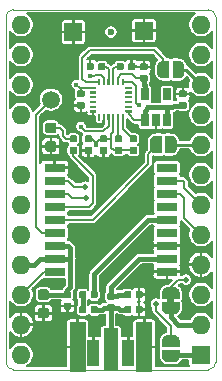
<source format=gbr>
%TF.GenerationSoftware,KiCad,Pcbnew,5.1.5+dfsg1-2~bpo10+1*%
%TF.CreationDate,Date%
%TF.ProjectId,ProMicro_GPS,50726f4d-6963-4726-9f5f-4750532e6b69,v3.1*%
%TF.SameCoordinates,Original*%
%TF.FileFunction,Copper,L1,Top*%
%TF.FilePolarity,Positive*%
%FSLAX45Y45*%
G04 Gerber Fmt 4.5, Leading zero omitted, Abs format (unit mm)*
G04 Created by KiCad*
%MOMM*%
%LPD*%
G04 APERTURE LIST*
%ADD10C,0.100000*%
%ADD11C,0.150000*%
%ADD12O,1.600000X1.600000*%
%ADD13R,1.600000X1.600000*%
%ADD14C,0.600000*%
%ADD15R,0.650000X1.060000*%
%ADD16C,1.500000*%
%ADD17R,1.500000X1.500000*%
%ADD18R,1.050000X2.200000*%
%ADD19R,1.000000X1.050000*%
%ADD20R,1.270000X3.600000*%
%ADD21R,1.350000X4.200000*%
%ADD22R,1.800000X0.700000*%
%ADD23R,1.800000X0.800000*%
%ADD24C,0.450000*%
%ADD25C,0.500000*%
%ADD26C,0.400000*%
%ADD27C,0.200000*%
%ADD28C,0.250000*%
%ADD29C,0.200000*%
%ADD30C,0.350000*%
G04 APERTURE END LIST*
D10*
X127000Y2857500D02*
X127000Y-63500D01*
X-1587500Y-127000D02*
G75*
G02X-1651000Y-63500I0J63500D01*
G01*
X-1651000Y2857500D02*
G75*
G02X-1587500Y2921000I63500J0D01*
G01*
X63500Y2921000D02*
G75*
G02X127000Y2857500I0J-63500D01*
G01*
X127000Y-63500D02*
G75*
G02X63500Y-127000I-63500J0D01*
G01*
X-1587500Y2921000D02*
X63500Y2921000D01*
X-1651000Y-63500D02*
X-1651000Y2857500D01*
X63500Y-127000D02*
X-1587500Y-127000D01*
D11*
G36*
X-224000Y432200D02*
G01*
X-224000Y482200D01*
X-284000Y482200D01*
X-284000Y432200D01*
X-224000Y432200D01*
G37*
%TA.AperFunction,SMDPad,CuDef*%
G36*
X-679804Y1855929D02*
G01*
X-678372Y1855717D01*
X-676968Y1855365D01*
X-675605Y1854877D01*
X-674297Y1854258D01*
X-673055Y1853514D01*
X-671893Y1852652D01*
X-670820Y1851680D01*
X-669848Y1850607D01*
X-668986Y1849445D01*
X-668242Y1848203D01*
X-667623Y1846895D01*
X-667135Y1845532D01*
X-666783Y1844128D01*
X-666571Y1842696D01*
X-666500Y1841250D01*
X-666500Y1811750D01*
X-666571Y1810304D01*
X-666783Y1808872D01*
X-667135Y1807468D01*
X-667623Y1806105D01*
X-668242Y1804797D01*
X-668986Y1803555D01*
X-669848Y1802393D01*
X-670820Y1801320D01*
X-671893Y1800348D01*
X-673055Y1799486D01*
X-674297Y1798742D01*
X-675605Y1798123D01*
X-676968Y1797635D01*
X-678372Y1797283D01*
X-679804Y1797071D01*
X-681250Y1797000D01*
X-715750Y1797000D01*
X-717196Y1797071D01*
X-718628Y1797283D01*
X-720032Y1797635D01*
X-721395Y1798123D01*
X-722703Y1798742D01*
X-723945Y1799486D01*
X-725107Y1800348D01*
X-726180Y1801320D01*
X-727152Y1802393D01*
X-728014Y1803555D01*
X-728758Y1804797D01*
X-729377Y1806105D01*
X-729865Y1807468D01*
X-730217Y1808872D01*
X-730429Y1810304D01*
X-730500Y1811750D01*
X-730500Y1841250D01*
X-730429Y1842696D01*
X-730217Y1844128D01*
X-729865Y1845532D01*
X-729377Y1846895D01*
X-728758Y1848203D01*
X-728014Y1849445D01*
X-727152Y1850607D01*
X-726180Y1851680D01*
X-725107Y1852652D01*
X-723945Y1853514D01*
X-722703Y1854258D01*
X-721395Y1854877D01*
X-720032Y1855365D01*
X-718628Y1855717D01*
X-717196Y1855929D01*
X-715750Y1856000D01*
X-681250Y1856000D01*
X-679804Y1855929D01*
G37*
%TD.AperFunction*%
%TA.AperFunction,SMDPad,CuDef*%
G36*
X-679804Y1758929D02*
G01*
X-678372Y1758717D01*
X-676968Y1758365D01*
X-675605Y1757877D01*
X-674297Y1757258D01*
X-673055Y1756514D01*
X-671893Y1755652D01*
X-670820Y1754680D01*
X-669848Y1753607D01*
X-668986Y1752445D01*
X-668242Y1751203D01*
X-667623Y1749895D01*
X-667135Y1748532D01*
X-666783Y1747128D01*
X-666571Y1745696D01*
X-666500Y1744250D01*
X-666500Y1714750D01*
X-666571Y1713304D01*
X-666783Y1711872D01*
X-667135Y1710468D01*
X-667623Y1709105D01*
X-668242Y1707797D01*
X-668986Y1706555D01*
X-669848Y1705393D01*
X-670820Y1704320D01*
X-671893Y1703348D01*
X-673055Y1702486D01*
X-674297Y1701742D01*
X-675605Y1701123D01*
X-676968Y1700635D01*
X-678372Y1700283D01*
X-679804Y1700071D01*
X-681250Y1700000D01*
X-715750Y1700000D01*
X-717196Y1700071D01*
X-718628Y1700283D01*
X-720032Y1700635D01*
X-721395Y1701123D01*
X-722703Y1701742D01*
X-723945Y1702486D01*
X-725107Y1703348D01*
X-726180Y1704320D01*
X-727152Y1705393D01*
X-728014Y1706555D01*
X-728758Y1707797D01*
X-729377Y1709105D01*
X-729865Y1710468D01*
X-730217Y1711872D01*
X-730429Y1713304D01*
X-730500Y1714750D01*
X-730500Y1744250D01*
X-730429Y1745696D01*
X-730217Y1747128D01*
X-729865Y1748532D01*
X-729377Y1749895D01*
X-728758Y1751203D01*
X-728014Y1752445D01*
X-727152Y1753607D01*
X-726180Y1754680D01*
X-725107Y1755652D01*
X-723945Y1756514D01*
X-722703Y1757258D01*
X-721395Y1757877D01*
X-720032Y1758365D01*
X-718628Y1758717D01*
X-717196Y1758929D01*
X-715750Y1759000D01*
X-681250Y1759000D01*
X-679804Y1758929D01*
G37*
%TD.AperFunction*%
%TA.AperFunction,SMDPad,CuDef*%
G36*
X-552804Y1855929D02*
G01*
X-551372Y1855717D01*
X-549968Y1855365D01*
X-548605Y1854877D01*
X-547297Y1854258D01*
X-546055Y1853514D01*
X-544893Y1852652D01*
X-543820Y1851680D01*
X-542848Y1850607D01*
X-541986Y1849445D01*
X-541242Y1848203D01*
X-540623Y1846895D01*
X-540135Y1845532D01*
X-539783Y1844128D01*
X-539571Y1842696D01*
X-539500Y1841250D01*
X-539500Y1811750D01*
X-539571Y1810304D01*
X-539783Y1808872D01*
X-540135Y1807468D01*
X-540623Y1806105D01*
X-541242Y1804797D01*
X-541986Y1803555D01*
X-542848Y1802393D01*
X-543820Y1801320D01*
X-544893Y1800348D01*
X-546055Y1799486D01*
X-547297Y1798742D01*
X-548605Y1798123D01*
X-549968Y1797635D01*
X-551372Y1797283D01*
X-552804Y1797071D01*
X-554250Y1797000D01*
X-588750Y1797000D01*
X-590196Y1797071D01*
X-591628Y1797283D01*
X-593032Y1797635D01*
X-594395Y1798123D01*
X-595703Y1798742D01*
X-596945Y1799486D01*
X-598107Y1800348D01*
X-599180Y1801320D01*
X-600152Y1802393D01*
X-601014Y1803555D01*
X-601758Y1804797D01*
X-602377Y1806105D01*
X-602865Y1807468D01*
X-603217Y1808872D01*
X-603429Y1810304D01*
X-603500Y1811750D01*
X-603500Y1841250D01*
X-603429Y1842696D01*
X-603217Y1844128D01*
X-602865Y1845532D01*
X-602377Y1846895D01*
X-601758Y1848203D01*
X-601014Y1849445D01*
X-600152Y1850607D01*
X-599180Y1851680D01*
X-598107Y1852652D01*
X-596945Y1853514D01*
X-595703Y1854258D01*
X-594395Y1854877D01*
X-593032Y1855365D01*
X-591628Y1855717D01*
X-590196Y1855929D01*
X-588750Y1856000D01*
X-554250Y1856000D01*
X-552804Y1855929D01*
G37*
%TD.AperFunction*%
%TA.AperFunction,SMDPad,CuDef*%
G36*
X-552804Y1758929D02*
G01*
X-551372Y1758717D01*
X-549968Y1758365D01*
X-548605Y1757877D01*
X-547297Y1757258D01*
X-546055Y1756514D01*
X-544893Y1755652D01*
X-543820Y1754680D01*
X-542848Y1753607D01*
X-541986Y1752445D01*
X-541242Y1751203D01*
X-540623Y1749895D01*
X-540135Y1748532D01*
X-539783Y1747128D01*
X-539571Y1745696D01*
X-539500Y1744250D01*
X-539500Y1714750D01*
X-539571Y1713304D01*
X-539783Y1711872D01*
X-540135Y1710468D01*
X-540623Y1709105D01*
X-541242Y1707797D01*
X-541986Y1706555D01*
X-542848Y1705393D01*
X-543820Y1704320D01*
X-544893Y1703348D01*
X-546055Y1702486D01*
X-547297Y1701742D01*
X-548605Y1701123D01*
X-549968Y1700635D01*
X-551372Y1700283D01*
X-552804Y1700071D01*
X-554250Y1700000D01*
X-588750Y1700000D01*
X-590196Y1700071D01*
X-591628Y1700283D01*
X-593032Y1700635D01*
X-594395Y1701123D01*
X-595703Y1701742D01*
X-596945Y1702486D01*
X-598107Y1703348D01*
X-599180Y1704320D01*
X-600152Y1705393D01*
X-601014Y1706555D01*
X-601758Y1707797D01*
X-602377Y1709105D01*
X-602865Y1710468D01*
X-603217Y1711872D01*
X-603429Y1713304D01*
X-603500Y1714750D01*
X-603500Y1744250D01*
X-603429Y1745696D01*
X-603217Y1747128D01*
X-602865Y1748532D01*
X-602377Y1749895D01*
X-601758Y1751203D01*
X-601014Y1752445D01*
X-600152Y1753607D01*
X-599180Y1754680D01*
X-598107Y1755652D01*
X-596945Y1756514D01*
X-595703Y1757258D01*
X-594395Y1757877D01*
X-593032Y1758365D01*
X-591628Y1758717D01*
X-590196Y1758929D01*
X-588750Y1759000D01*
X-554250Y1759000D01*
X-552804Y1758929D01*
G37*
%TD.AperFunction*%
D12*
X-1524000Y0D03*
X-1524000Y254000D03*
X-1524000Y508000D03*
X0Y2794000D03*
X-1524000Y762000D03*
X0Y2540000D03*
X-1524000Y1016000D03*
X0Y2286000D03*
X-1524000Y1270000D03*
X0Y2032000D03*
X-1524000Y1524000D03*
X0Y1778000D03*
X-1524000Y1778000D03*
X0Y1524000D03*
X-1524000Y2032000D03*
X0Y1270000D03*
X-1524000Y2286000D03*
X0Y1016000D03*
X-1524000Y2540000D03*
X0Y762000D03*
X-1524000Y2794000D03*
X0Y508000D03*
X0Y254000D03*
D13*
X0Y0D03*
D14*
X-762000Y2730500D03*
D15*
X-476000Y2205500D03*
X-286000Y2205500D03*
X-286000Y1985500D03*
X-381000Y1985500D03*
X-476000Y1985500D03*
%TA.AperFunction,SMDPad,CuDef*%
D11*
G36*
X-463904Y2465529D02*
G01*
X-462472Y2465317D01*
X-461068Y2464965D01*
X-459705Y2464477D01*
X-458397Y2463858D01*
X-457155Y2463114D01*
X-455993Y2462252D01*
X-454920Y2461280D01*
X-453948Y2460207D01*
X-453086Y2459045D01*
X-452342Y2457803D01*
X-451723Y2456495D01*
X-451235Y2455132D01*
X-450883Y2453728D01*
X-450671Y2452296D01*
X-450600Y2450850D01*
X-450600Y2421350D01*
X-450671Y2419904D01*
X-450883Y2418472D01*
X-451235Y2417068D01*
X-451723Y2415705D01*
X-452342Y2414397D01*
X-453086Y2413155D01*
X-453948Y2411993D01*
X-454920Y2410920D01*
X-455993Y2409948D01*
X-457155Y2409086D01*
X-458397Y2408342D01*
X-459705Y2407723D01*
X-461068Y2407235D01*
X-462472Y2406883D01*
X-463904Y2406671D01*
X-465350Y2406600D01*
X-499850Y2406600D01*
X-501296Y2406671D01*
X-502728Y2406883D01*
X-504132Y2407235D01*
X-505495Y2407723D01*
X-506803Y2408342D01*
X-508045Y2409086D01*
X-509207Y2409948D01*
X-510280Y2410920D01*
X-511252Y2411993D01*
X-512114Y2413155D01*
X-512858Y2414397D01*
X-513477Y2415705D01*
X-513965Y2417068D01*
X-514317Y2418472D01*
X-514529Y2419904D01*
X-514600Y2421350D01*
X-514600Y2450850D01*
X-514529Y2452296D01*
X-514317Y2453728D01*
X-513965Y2455132D01*
X-513477Y2456495D01*
X-512858Y2457803D01*
X-512114Y2459045D01*
X-511252Y2460207D01*
X-510280Y2461280D01*
X-509207Y2462252D01*
X-508045Y2463114D01*
X-506803Y2463858D01*
X-505495Y2464477D01*
X-504132Y2464965D01*
X-502728Y2465317D01*
X-501296Y2465529D01*
X-499850Y2465600D01*
X-465350Y2465600D01*
X-463904Y2465529D01*
G37*
%TD.AperFunction*%
%TA.AperFunction,SMDPad,CuDef*%
G36*
X-463904Y2368529D02*
G01*
X-462472Y2368317D01*
X-461068Y2367965D01*
X-459705Y2367477D01*
X-458397Y2366858D01*
X-457155Y2366114D01*
X-455993Y2365252D01*
X-454920Y2364280D01*
X-453948Y2363207D01*
X-453086Y2362045D01*
X-452342Y2360803D01*
X-451723Y2359495D01*
X-451235Y2358132D01*
X-450883Y2356728D01*
X-450671Y2355296D01*
X-450600Y2353850D01*
X-450600Y2324350D01*
X-450671Y2322904D01*
X-450883Y2321472D01*
X-451235Y2320068D01*
X-451723Y2318705D01*
X-452342Y2317397D01*
X-453086Y2316155D01*
X-453948Y2314993D01*
X-454920Y2313920D01*
X-455993Y2312948D01*
X-457155Y2312086D01*
X-458397Y2311342D01*
X-459705Y2310723D01*
X-461068Y2310235D01*
X-462472Y2309883D01*
X-463904Y2309671D01*
X-465350Y2309600D01*
X-499850Y2309600D01*
X-501296Y2309671D01*
X-502728Y2309883D01*
X-504132Y2310235D01*
X-505495Y2310723D01*
X-506803Y2311342D01*
X-508045Y2312086D01*
X-509207Y2312948D01*
X-510280Y2313920D01*
X-511252Y2314993D01*
X-512114Y2316155D01*
X-512858Y2317397D01*
X-513477Y2318705D01*
X-513965Y2320068D01*
X-514317Y2321472D01*
X-514529Y2322904D01*
X-514600Y2324350D01*
X-514600Y2353850D01*
X-514529Y2355296D01*
X-514317Y2356728D01*
X-513965Y2358132D01*
X-513477Y2359495D01*
X-512858Y2360803D01*
X-512114Y2362045D01*
X-511252Y2363207D01*
X-510280Y2364280D01*
X-509207Y2365252D01*
X-508045Y2366114D01*
X-506803Y2366858D01*
X-505495Y2367477D01*
X-504132Y2367965D01*
X-502728Y2368317D01*
X-501296Y2368529D01*
X-499850Y2368600D01*
X-465350Y2368600D01*
X-463904Y2368529D01*
G37*
%TD.AperFunction*%
%TA.AperFunction,SMDPad,CuDef*%
G36*
X-133704Y2236929D02*
G01*
X-132272Y2236717D01*
X-130868Y2236365D01*
X-129505Y2235877D01*
X-128197Y2235258D01*
X-126955Y2234514D01*
X-125793Y2233652D01*
X-124720Y2232680D01*
X-123748Y2231607D01*
X-122886Y2230445D01*
X-122142Y2229203D01*
X-121523Y2227895D01*
X-121035Y2226532D01*
X-120683Y2225128D01*
X-120471Y2223696D01*
X-120400Y2222250D01*
X-120400Y2192750D01*
X-120471Y2191304D01*
X-120683Y2189872D01*
X-121035Y2188468D01*
X-121523Y2187105D01*
X-122142Y2185797D01*
X-122886Y2184555D01*
X-123748Y2183393D01*
X-124720Y2182320D01*
X-125793Y2181348D01*
X-126955Y2180486D01*
X-128197Y2179742D01*
X-129505Y2179123D01*
X-130868Y2178635D01*
X-132272Y2178283D01*
X-133704Y2178071D01*
X-135150Y2178000D01*
X-169650Y2178000D01*
X-171096Y2178071D01*
X-172528Y2178283D01*
X-173932Y2178635D01*
X-175295Y2179123D01*
X-176603Y2179742D01*
X-177845Y2180486D01*
X-179007Y2181348D01*
X-180080Y2182320D01*
X-181052Y2183393D01*
X-181914Y2184555D01*
X-182658Y2185797D01*
X-183277Y2187105D01*
X-183765Y2188468D01*
X-184117Y2189872D01*
X-184329Y2191304D01*
X-184400Y2192750D01*
X-184400Y2222250D01*
X-184329Y2223696D01*
X-184117Y2225128D01*
X-183765Y2226532D01*
X-183277Y2227895D01*
X-182658Y2229203D01*
X-181914Y2230445D01*
X-181052Y2231607D01*
X-180080Y2232680D01*
X-179007Y2233652D01*
X-177845Y2234514D01*
X-176603Y2235258D01*
X-175295Y2235877D01*
X-173932Y2236365D01*
X-172528Y2236717D01*
X-171096Y2236929D01*
X-169650Y2237000D01*
X-135150Y2237000D01*
X-133704Y2236929D01*
G37*
%TD.AperFunction*%
%TA.AperFunction,SMDPad,CuDef*%
G36*
X-133704Y2139929D02*
G01*
X-132272Y2139717D01*
X-130868Y2139365D01*
X-129505Y2138877D01*
X-128197Y2138258D01*
X-126955Y2137514D01*
X-125793Y2136652D01*
X-124720Y2135680D01*
X-123748Y2134607D01*
X-122886Y2133445D01*
X-122142Y2132203D01*
X-121523Y2130895D01*
X-121035Y2129532D01*
X-120683Y2128128D01*
X-120471Y2126696D01*
X-120400Y2125250D01*
X-120400Y2095750D01*
X-120471Y2094304D01*
X-120683Y2092872D01*
X-121035Y2091468D01*
X-121523Y2090105D01*
X-122142Y2088797D01*
X-122886Y2087555D01*
X-123748Y2086393D01*
X-124720Y2085320D01*
X-125793Y2084348D01*
X-126955Y2083486D01*
X-128197Y2082742D01*
X-129505Y2082123D01*
X-130868Y2081635D01*
X-132272Y2081283D01*
X-133704Y2081071D01*
X-135150Y2081000D01*
X-169650Y2081000D01*
X-171096Y2081071D01*
X-172528Y2081283D01*
X-173932Y2081635D01*
X-175295Y2082123D01*
X-176603Y2082742D01*
X-177845Y2083486D01*
X-179007Y2084348D01*
X-180080Y2085320D01*
X-181052Y2086393D01*
X-181914Y2087555D01*
X-182658Y2088797D01*
X-183277Y2090105D01*
X-183765Y2091468D01*
X-184117Y2092872D01*
X-184329Y2094304D01*
X-184400Y2095750D01*
X-184400Y2125250D01*
X-184329Y2126696D01*
X-184117Y2128128D01*
X-183765Y2129532D01*
X-183277Y2130895D01*
X-182658Y2132203D01*
X-181914Y2133445D01*
X-181052Y2134607D01*
X-180080Y2135680D01*
X-179007Y2136652D01*
X-177845Y2137514D01*
X-176603Y2138258D01*
X-175295Y2138877D01*
X-173932Y2139365D01*
X-172528Y2139717D01*
X-171096Y2139929D01*
X-169650Y2140000D01*
X-135150Y2140000D01*
X-133704Y2139929D01*
G37*
%TD.AperFunction*%
%TA.AperFunction,SMDPad,CuDef*%
G36*
X-806804Y1758929D02*
G01*
X-805372Y1758717D01*
X-803968Y1758365D01*
X-802605Y1757877D01*
X-801297Y1757258D01*
X-800055Y1756514D01*
X-798893Y1755652D01*
X-797820Y1754680D01*
X-796848Y1753607D01*
X-795986Y1752445D01*
X-795242Y1751203D01*
X-794623Y1749895D01*
X-794135Y1748532D01*
X-793783Y1747128D01*
X-793571Y1745696D01*
X-793500Y1744250D01*
X-793500Y1714750D01*
X-793571Y1713304D01*
X-793783Y1711872D01*
X-794135Y1710468D01*
X-794623Y1709105D01*
X-795242Y1707797D01*
X-795986Y1706555D01*
X-796848Y1705393D01*
X-797820Y1704320D01*
X-798893Y1703348D01*
X-800055Y1702486D01*
X-801297Y1701742D01*
X-802605Y1701123D01*
X-803968Y1700635D01*
X-805372Y1700283D01*
X-806804Y1700071D01*
X-808250Y1700000D01*
X-842750Y1700000D01*
X-844196Y1700071D01*
X-845628Y1700283D01*
X-847032Y1700635D01*
X-848395Y1701123D01*
X-849703Y1701742D01*
X-850945Y1702486D01*
X-852107Y1703348D01*
X-853180Y1704320D01*
X-854152Y1705393D01*
X-855014Y1706555D01*
X-855758Y1707797D01*
X-856377Y1709105D01*
X-856865Y1710468D01*
X-857217Y1711872D01*
X-857429Y1713304D01*
X-857500Y1714750D01*
X-857500Y1744250D01*
X-857429Y1745696D01*
X-857217Y1747128D01*
X-856865Y1748532D01*
X-856377Y1749895D01*
X-855758Y1751203D01*
X-855014Y1752445D01*
X-854152Y1753607D01*
X-853180Y1754680D01*
X-852107Y1755652D01*
X-850945Y1756514D01*
X-849703Y1757258D01*
X-848395Y1757877D01*
X-847032Y1758365D01*
X-845628Y1758717D01*
X-844196Y1758929D01*
X-842750Y1759000D01*
X-808250Y1759000D01*
X-806804Y1758929D01*
G37*
%TD.AperFunction*%
%TA.AperFunction,SMDPad,CuDef*%
G36*
X-806804Y1855929D02*
G01*
X-805372Y1855717D01*
X-803968Y1855365D01*
X-802605Y1854877D01*
X-801297Y1854258D01*
X-800055Y1853514D01*
X-798893Y1852652D01*
X-797820Y1851680D01*
X-796848Y1850607D01*
X-795986Y1849445D01*
X-795242Y1848203D01*
X-794623Y1846895D01*
X-794135Y1845532D01*
X-793783Y1844128D01*
X-793571Y1842696D01*
X-793500Y1841250D01*
X-793500Y1811750D01*
X-793571Y1810304D01*
X-793783Y1808872D01*
X-794135Y1807468D01*
X-794623Y1806105D01*
X-795242Y1804797D01*
X-795986Y1803555D01*
X-796848Y1802393D01*
X-797820Y1801320D01*
X-798893Y1800348D01*
X-800055Y1799486D01*
X-801297Y1798742D01*
X-802605Y1798123D01*
X-803968Y1797635D01*
X-805372Y1797283D01*
X-806804Y1797071D01*
X-808250Y1797000D01*
X-842750Y1797000D01*
X-844196Y1797071D01*
X-845628Y1797283D01*
X-847032Y1797635D01*
X-848395Y1798123D01*
X-849703Y1798742D01*
X-850945Y1799486D01*
X-852107Y1800348D01*
X-853180Y1801320D01*
X-854152Y1802393D01*
X-855014Y1803555D01*
X-855758Y1804797D01*
X-856377Y1806105D01*
X-856865Y1807468D01*
X-857217Y1808872D01*
X-857429Y1810304D01*
X-857500Y1811750D01*
X-857500Y1841250D01*
X-857429Y1842696D01*
X-857217Y1844128D01*
X-856865Y1845532D01*
X-856377Y1846895D01*
X-855758Y1848203D01*
X-855014Y1849445D01*
X-854152Y1850607D01*
X-853180Y1851680D01*
X-852107Y1852652D01*
X-850945Y1853514D01*
X-849703Y1854258D01*
X-848395Y1854877D01*
X-847032Y1855365D01*
X-845628Y1855717D01*
X-844196Y1855929D01*
X-842750Y1856000D01*
X-808250Y1856000D01*
X-806804Y1855929D01*
G37*
%TD.AperFunction*%
D16*
X-1270000Y2159000D03*
%TA.AperFunction,SMDPad,CuDef*%
D11*
G36*
X-189000Y2487940D02*
G01*
X-186547Y2487940D01*
X-181663Y2487459D01*
X-176851Y2486502D01*
X-172156Y2485077D01*
X-167622Y2483200D01*
X-163295Y2480886D01*
X-159215Y2478160D01*
X-155422Y2475048D01*
X-151952Y2471578D01*
X-148840Y2467785D01*
X-146114Y2463705D01*
X-143801Y2459378D01*
X-141923Y2454845D01*
X-140498Y2450149D01*
X-139541Y2445337D01*
X-139060Y2440453D01*
X-139060Y2438000D01*
X-139000Y2438000D01*
X-139000Y2388000D01*
X-139060Y2388000D01*
X-139060Y2385547D01*
X-139541Y2380664D01*
X-140498Y2375851D01*
X-141923Y2371156D01*
X-143801Y2366622D01*
X-146114Y2362295D01*
X-148840Y2358215D01*
X-151952Y2354422D01*
X-155422Y2350952D01*
X-159215Y2347840D01*
X-163295Y2345114D01*
X-167622Y2342801D01*
X-172156Y2340923D01*
X-176851Y2339498D01*
X-181663Y2338541D01*
X-186547Y2338060D01*
X-189000Y2338060D01*
X-189000Y2338000D01*
X-239000Y2338000D01*
X-239000Y2488000D01*
X-189000Y2488000D01*
X-189000Y2487940D01*
G37*
%TD.AperFunction*%
%TA.AperFunction,SMDPad,CuDef*%
G36*
X-269000Y2338000D02*
G01*
X-319000Y2338000D01*
X-319000Y2338060D01*
X-321453Y2338060D01*
X-326337Y2338541D01*
X-331149Y2339498D01*
X-335845Y2340923D01*
X-340378Y2342801D01*
X-344705Y2345114D01*
X-348785Y2347840D01*
X-352578Y2350952D01*
X-356048Y2354422D01*
X-359160Y2358215D01*
X-361886Y2362295D01*
X-364199Y2366622D01*
X-366077Y2371156D01*
X-367502Y2375851D01*
X-368459Y2380664D01*
X-368940Y2385547D01*
X-368940Y2388000D01*
X-369000Y2388000D01*
X-369000Y2438000D01*
X-368940Y2438000D01*
X-368940Y2440453D01*
X-368459Y2445337D01*
X-367502Y2450149D01*
X-366077Y2454845D01*
X-364199Y2459378D01*
X-361886Y2463705D01*
X-359160Y2467785D01*
X-356048Y2471578D01*
X-352578Y2475048D01*
X-348785Y2478160D01*
X-344705Y2480886D01*
X-340378Y2483200D01*
X-335845Y2485077D01*
X-331149Y2486502D01*
X-326337Y2487459D01*
X-321453Y2487940D01*
X-319000Y2487940D01*
X-319000Y2488000D01*
X-269000Y2488000D01*
X-269000Y2338000D01*
G37*
%TD.AperFunction*%
%TA.AperFunction,SMDPad,CuDef*%
G36*
X-329000Y472200D02*
G01*
X-329000Y522200D01*
X-328940Y522200D01*
X-328940Y524653D01*
X-328459Y529537D01*
X-327502Y534349D01*
X-326077Y539045D01*
X-324200Y543578D01*
X-321886Y547905D01*
X-319160Y551985D01*
X-316048Y555778D01*
X-312578Y559248D01*
X-308785Y562360D01*
X-304705Y565086D01*
X-300378Y567400D01*
X-295845Y569277D01*
X-291149Y570702D01*
X-286337Y571659D01*
X-281453Y572140D01*
X-279000Y572140D01*
X-279000Y572200D01*
X-229000Y572200D01*
X-229000Y572140D01*
X-226547Y572140D01*
X-221663Y571659D01*
X-216851Y570702D01*
X-212155Y569277D01*
X-207622Y567400D01*
X-203295Y565086D01*
X-199215Y562360D01*
X-195422Y559248D01*
X-191952Y555778D01*
X-188840Y551985D01*
X-186114Y547905D01*
X-183800Y543578D01*
X-181923Y539045D01*
X-180498Y534349D01*
X-179541Y529537D01*
X-179060Y524653D01*
X-179060Y522200D01*
X-179000Y522200D01*
X-179000Y472200D01*
X-329000Y472200D01*
G37*
%TD.AperFunction*%
%TA.AperFunction,SMDPad,CuDef*%
G36*
X-179060Y392200D02*
G01*
X-179060Y389747D01*
X-179541Y384863D01*
X-180498Y380051D01*
X-181923Y375355D01*
X-183800Y370822D01*
X-186114Y366495D01*
X-188840Y362415D01*
X-191952Y358622D01*
X-195422Y355152D01*
X-199215Y352040D01*
X-203295Y349314D01*
X-207622Y347001D01*
X-212155Y345123D01*
X-216851Y343698D01*
X-221663Y342741D01*
X-226547Y342260D01*
X-229000Y342260D01*
X-229000Y342200D01*
X-279000Y342200D01*
X-279000Y342260D01*
X-281453Y342260D01*
X-286337Y342741D01*
X-291149Y343698D01*
X-295845Y345123D01*
X-300378Y347001D01*
X-304705Y349314D01*
X-308785Y352040D01*
X-312578Y355152D01*
X-316048Y358622D01*
X-319160Y362415D01*
X-321886Y366495D01*
X-324200Y370822D01*
X-326077Y375355D01*
X-327502Y380051D01*
X-328459Y384863D01*
X-328940Y389747D01*
X-328940Y392200D01*
X-329000Y392200D01*
X-329000Y442200D01*
X-179000Y442200D01*
X-179000Y392200D01*
X-179060Y392200D01*
G37*
%TD.AperFunction*%
%TA.AperFunction,SMDPad,CuDef*%
G36*
X-933804Y1758929D02*
G01*
X-932372Y1758717D01*
X-930968Y1758365D01*
X-929605Y1757877D01*
X-928297Y1757258D01*
X-927055Y1756514D01*
X-925893Y1755652D01*
X-924820Y1754680D01*
X-923848Y1753607D01*
X-922986Y1752445D01*
X-922242Y1751203D01*
X-921623Y1749895D01*
X-921135Y1748532D01*
X-920783Y1747128D01*
X-920571Y1745696D01*
X-920500Y1744250D01*
X-920500Y1714750D01*
X-920571Y1713304D01*
X-920783Y1711872D01*
X-921135Y1710468D01*
X-921623Y1709105D01*
X-922242Y1707797D01*
X-922986Y1706555D01*
X-923848Y1705393D01*
X-924820Y1704320D01*
X-925893Y1703348D01*
X-927055Y1702486D01*
X-928297Y1701742D01*
X-929605Y1701123D01*
X-930968Y1700635D01*
X-932372Y1700283D01*
X-933804Y1700071D01*
X-935250Y1700000D01*
X-969750Y1700000D01*
X-971196Y1700071D01*
X-972628Y1700283D01*
X-974032Y1700635D01*
X-975395Y1701123D01*
X-976703Y1701742D01*
X-977945Y1702486D01*
X-979107Y1703348D01*
X-980180Y1704320D01*
X-981152Y1705393D01*
X-982014Y1706555D01*
X-982758Y1707797D01*
X-983377Y1709105D01*
X-983865Y1710468D01*
X-984217Y1711872D01*
X-984429Y1713304D01*
X-984500Y1714750D01*
X-984500Y1744250D01*
X-984429Y1745696D01*
X-984217Y1747128D01*
X-983865Y1748532D01*
X-983377Y1749895D01*
X-982758Y1751203D01*
X-982014Y1752445D01*
X-981152Y1753607D01*
X-980180Y1754680D01*
X-979107Y1755652D01*
X-977945Y1756514D01*
X-976703Y1757258D01*
X-975395Y1757877D01*
X-974032Y1758365D01*
X-972628Y1758717D01*
X-971196Y1758929D01*
X-969750Y1759000D01*
X-935250Y1759000D01*
X-933804Y1758929D01*
G37*
%TD.AperFunction*%
%TA.AperFunction,SMDPad,CuDef*%
G36*
X-933804Y1855929D02*
G01*
X-932372Y1855717D01*
X-930968Y1855365D01*
X-929605Y1854877D01*
X-928297Y1854258D01*
X-927055Y1853514D01*
X-925893Y1852652D01*
X-924820Y1851680D01*
X-923848Y1850607D01*
X-922986Y1849445D01*
X-922242Y1848203D01*
X-921623Y1846895D01*
X-921135Y1845532D01*
X-920783Y1844128D01*
X-920571Y1842696D01*
X-920500Y1841250D01*
X-920500Y1811750D01*
X-920571Y1810304D01*
X-920783Y1808872D01*
X-921135Y1807468D01*
X-921623Y1806105D01*
X-922242Y1804797D01*
X-922986Y1803555D01*
X-923848Y1802393D01*
X-924820Y1801320D01*
X-925893Y1800348D01*
X-927055Y1799486D01*
X-928297Y1798742D01*
X-929605Y1798123D01*
X-930968Y1797635D01*
X-932372Y1797283D01*
X-933804Y1797071D01*
X-935250Y1797000D01*
X-969750Y1797000D01*
X-971196Y1797071D01*
X-972628Y1797283D01*
X-974032Y1797635D01*
X-975395Y1798123D01*
X-976703Y1798742D01*
X-977945Y1799486D01*
X-979107Y1800348D01*
X-980180Y1801320D01*
X-981152Y1802393D01*
X-982014Y1803555D01*
X-982758Y1804797D01*
X-983377Y1806105D01*
X-983865Y1807468D01*
X-984217Y1808872D01*
X-984429Y1810304D01*
X-984500Y1811750D01*
X-984500Y1841250D01*
X-984429Y1842696D01*
X-984217Y1844128D01*
X-983865Y1845532D01*
X-983377Y1846895D01*
X-982758Y1848203D01*
X-982014Y1849445D01*
X-981152Y1850607D01*
X-980180Y1851680D01*
X-979107Y1852652D01*
X-977945Y1853514D01*
X-976703Y1854258D01*
X-975395Y1854877D01*
X-974032Y1855365D01*
X-972628Y1855717D01*
X-971196Y1855929D01*
X-969750Y1856000D01*
X-935250Y1856000D01*
X-933804Y1855929D01*
G37*
%TD.AperFunction*%
%TA.AperFunction,SMDPad,CuDef*%
G36*
X-997304Y2139929D02*
G01*
X-995872Y2139717D01*
X-994468Y2139365D01*
X-993105Y2138877D01*
X-991797Y2138258D01*
X-990555Y2137514D01*
X-989393Y2136652D01*
X-988320Y2135680D01*
X-987348Y2134607D01*
X-986486Y2133445D01*
X-985742Y2132203D01*
X-985123Y2130895D01*
X-984635Y2129532D01*
X-984283Y2128128D01*
X-984071Y2126696D01*
X-984000Y2125250D01*
X-984000Y2095750D01*
X-984071Y2094304D01*
X-984283Y2092872D01*
X-984635Y2091468D01*
X-985123Y2090105D01*
X-985742Y2088797D01*
X-986486Y2087555D01*
X-987348Y2086393D01*
X-988320Y2085320D01*
X-989393Y2084348D01*
X-990555Y2083486D01*
X-991797Y2082742D01*
X-993105Y2082123D01*
X-994468Y2081635D01*
X-995872Y2081283D01*
X-997304Y2081071D01*
X-998750Y2081000D01*
X-1033250Y2081000D01*
X-1034696Y2081071D01*
X-1036128Y2081283D01*
X-1037532Y2081635D01*
X-1038895Y2082123D01*
X-1040203Y2082742D01*
X-1041445Y2083486D01*
X-1042607Y2084348D01*
X-1043680Y2085320D01*
X-1044652Y2086393D01*
X-1045514Y2087555D01*
X-1046258Y2088797D01*
X-1046877Y2090105D01*
X-1047365Y2091468D01*
X-1047717Y2092872D01*
X-1047929Y2094304D01*
X-1048000Y2095750D01*
X-1048000Y2125250D01*
X-1047929Y2126696D01*
X-1047717Y2128128D01*
X-1047365Y2129532D01*
X-1046877Y2130895D01*
X-1046258Y2132203D01*
X-1045514Y2133445D01*
X-1044652Y2134607D01*
X-1043680Y2135680D01*
X-1042607Y2136652D01*
X-1041445Y2137514D01*
X-1040203Y2138258D01*
X-1038895Y2138877D01*
X-1037532Y2139365D01*
X-1036128Y2139717D01*
X-1034696Y2139929D01*
X-1033250Y2140000D01*
X-998750Y2140000D01*
X-997304Y2139929D01*
G37*
%TD.AperFunction*%
%TA.AperFunction,SMDPad,CuDef*%
G36*
X-997304Y2236929D02*
G01*
X-995872Y2236717D01*
X-994468Y2236365D01*
X-993105Y2235877D01*
X-991797Y2235258D01*
X-990555Y2234514D01*
X-989393Y2233652D01*
X-988320Y2232680D01*
X-987348Y2231607D01*
X-986486Y2230445D01*
X-985742Y2229203D01*
X-985123Y2227895D01*
X-984635Y2226532D01*
X-984283Y2225128D01*
X-984071Y2223696D01*
X-984000Y2222250D01*
X-984000Y2192750D01*
X-984071Y2191304D01*
X-984283Y2189872D01*
X-984635Y2188468D01*
X-985123Y2187105D01*
X-985742Y2185797D01*
X-986486Y2184555D01*
X-987348Y2183393D01*
X-988320Y2182320D01*
X-989393Y2181348D01*
X-990555Y2180486D01*
X-991797Y2179742D01*
X-993105Y2179123D01*
X-994468Y2178635D01*
X-995872Y2178283D01*
X-997304Y2178071D01*
X-998750Y2178000D01*
X-1033250Y2178000D01*
X-1034696Y2178071D01*
X-1036128Y2178283D01*
X-1037532Y2178635D01*
X-1038895Y2179123D01*
X-1040203Y2179742D01*
X-1041445Y2180486D01*
X-1042607Y2181348D01*
X-1043680Y2182320D01*
X-1044652Y2183393D01*
X-1045514Y2184555D01*
X-1046258Y2185797D01*
X-1046877Y2187105D01*
X-1047365Y2188468D01*
X-1047717Y2189872D01*
X-1047929Y2191304D01*
X-1048000Y2192750D01*
X-1048000Y2222250D01*
X-1047929Y2223696D01*
X-1047717Y2225128D01*
X-1047365Y2226532D01*
X-1046877Y2227895D01*
X-1046258Y2229203D01*
X-1045514Y2230445D01*
X-1044652Y2231607D01*
X-1043680Y2232680D01*
X-1042607Y2233652D01*
X-1041445Y2234514D01*
X-1040203Y2235258D01*
X-1038895Y2235877D01*
X-1037532Y2236365D01*
X-1036128Y2236717D01*
X-1034696Y2236929D01*
X-1033250Y2237000D01*
X-998750Y2237000D01*
X-997304Y2236929D01*
G37*
%TD.AperFunction*%
%TA.AperFunction,SMDPad,CuDef*%
G36*
X-1111604Y440429D02*
G01*
X-1110172Y440217D01*
X-1108768Y439865D01*
X-1107405Y439377D01*
X-1106097Y438758D01*
X-1104855Y438014D01*
X-1103693Y437152D01*
X-1102620Y436180D01*
X-1101648Y435107D01*
X-1100786Y433945D01*
X-1100042Y432703D01*
X-1099423Y431395D01*
X-1098935Y430032D01*
X-1098583Y428628D01*
X-1098371Y427196D01*
X-1098300Y425750D01*
X-1098300Y396250D01*
X-1098371Y394804D01*
X-1098583Y393372D01*
X-1098935Y391968D01*
X-1099423Y390605D01*
X-1100042Y389297D01*
X-1100786Y388055D01*
X-1101648Y386893D01*
X-1102620Y385820D01*
X-1103693Y384848D01*
X-1104855Y383986D01*
X-1106097Y383242D01*
X-1107405Y382623D01*
X-1108768Y382135D01*
X-1110172Y381783D01*
X-1111604Y381571D01*
X-1113050Y381500D01*
X-1147550Y381500D01*
X-1148996Y381571D01*
X-1150428Y381783D01*
X-1151832Y382135D01*
X-1153195Y382623D01*
X-1154503Y383242D01*
X-1155745Y383986D01*
X-1156907Y384848D01*
X-1157980Y385820D01*
X-1158952Y386893D01*
X-1159814Y388055D01*
X-1160558Y389297D01*
X-1161177Y390605D01*
X-1161665Y391968D01*
X-1162017Y393372D01*
X-1162229Y394804D01*
X-1162300Y396250D01*
X-1162300Y425750D01*
X-1162229Y427196D01*
X-1162017Y428628D01*
X-1161665Y430032D01*
X-1161177Y431395D01*
X-1160558Y432703D01*
X-1159814Y433945D01*
X-1158952Y435107D01*
X-1157980Y436180D01*
X-1156907Y437152D01*
X-1155745Y438014D01*
X-1154503Y438758D01*
X-1153195Y439377D01*
X-1151832Y439865D01*
X-1150428Y440217D01*
X-1148996Y440429D01*
X-1147550Y440500D01*
X-1113050Y440500D01*
X-1111604Y440429D01*
G37*
%TD.AperFunction*%
%TA.AperFunction,SMDPad,CuDef*%
G36*
X-1111604Y537429D02*
G01*
X-1110172Y537217D01*
X-1108768Y536865D01*
X-1107405Y536377D01*
X-1106097Y535758D01*
X-1104855Y535014D01*
X-1103693Y534152D01*
X-1102620Y533180D01*
X-1101648Y532107D01*
X-1100786Y530945D01*
X-1100042Y529703D01*
X-1099423Y528395D01*
X-1098935Y527032D01*
X-1098583Y525628D01*
X-1098371Y524196D01*
X-1098300Y522750D01*
X-1098300Y493250D01*
X-1098371Y491804D01*
X-1098583Y490372D01*
X-1098935Y488968D01*
X-1099423Y487605D01*
X-1100042Y486297D01*
X-1100786Y485055D01*
X-1101648Y483893D01*
X-1102620Y482820D01*
X-1103693Y481848D01*
X-1104855Y480986D01*
X-1106097Y480242D01*
X-1107405Y479623D01*
X-1108768Y479135D01*
X-1110172Y478783D01*
X-1111604Y478571D01*
X-1113050Y478500D01*
X-1147550Y478500D01*
X-1148996Y478571D01*
X-1150428Y478783D01*
X-1151832Y479135D01*
X-1153195Y479623D01*
X-1154503Y480242D01*
X-1155745Y480986D01*
X-1156907Y481848D01*
X-1157980Y482820D01*
X-1158952Y483893D01*
X-1159814Y485055D01*
X-1160558Y486297D01*
X-1161177Y487605D01*
X-1161665Y488968D01*
X-1162017Y490372D01*
X-1162229Y491804D01*
X-1162300Y493250D01*
X-1162300Y522750D01*
X-1162229Y524196D01*
X-1162017Y525628D01*
X-1161665Y527032D01*
X-1161177Y528395D01*
X-1160558Y529703D01*
X-1159814Y530945D01*
X-1158952Y532107D01*
X-1157980Y533180D01*
X-1156907Y534152D01*
X-1155745Y535014D01*
X-1154503Y535758D01*
X-1153195Y536377D01*
X-1151832Y536865D01*
X-1150428Y537217D01*
X-1148996Y537429D01*
X-1147550Y537500D01*
X-1113050Y537500D01*
X-1111604Y537429D01*
G37*
%TD.AperFunction*%
%TA.AperFunction,SMDPad,CuDef*%
G36*
X-382500Y1703060D02*
G01*
X-384953Y1703060D01*
X-389836Y1703541D01*
X-394649Y1704498D01*
X-399344Y1705923D01*
X-403878Y1707800D01*
X-408205Y1710114D01*
X-412285Y1712840D01*
X-416078Y1715952D01*
X-419548Y1719422D01*
X-422660Y1723215D01*
X-425386Y1727295D01*
X-427699Y1731622D01*
X-429577Y1736155D01*
X-431002Y1740851D01*
X-431959Y1745663D01*
X-432440Y1750547D01*
X-432440Y1753000D01*
X-432500Y1753000D01*
X-432500Y1803000D01*
X-432440Y1803000D01*
X-432440Y1805453D01*
X-431959Y1810336D01*
X-431002Y1815149D01*
X-429577Y1819844D01*
X-427699Y1824378D01*
X-425386Y1828705D01*
X-422660Y1832785D01*
X-419548Y1836578D01*
X-416078Y1840048D01*
X-412285Y1843160D01*
X-408205Y1845886D01*
X-403878Y1848199D01*
X-399344Y1850077D01*
X-394649Y1851502D01*
X-389836Y1852459D01*
X-384953Y1852940D01*
X-382500Y1852940D01*
X-382500Y1853000D01*
X-332500Y1853000D01*
X-332500Y1703000D01*
X-382500Y1703000D01*
X-382500Y1703060D01*
G37*
%TD.AperFunction*%
%TA.AperFunction,SMDPad,CuDef*%
G36*
X-302500Y1853000D02*
G01*
X-252500Y1853000D01*
X-252500Y1852940D01*
X-250047Y1852940D01*
X-245163Y1852459D01*
X-240351Y1851502D01*
X-235655Y1850077D01*
X-231122Y1848199D01*
X-226795Y1845886D01*
X-222715Y1843160D01*
X-218922Y1840048D01*
X-215452Y1836578D01*
X-212340Y1832785D01*
X-209614Y1828705D01*
X-207300Y1824378D01*
X-205423Y1819844D01*
X-203998Y1815149D01*
X-203041Y1810336D01*
X-202560Y1805453D01*
X-202560Y1803000D01*
X-202500Y1803000D01*
X-202500Y1753000D01*
X-202560Y1753000D01*
X-202560Y1750547D01*
X-203041Y1745663D01*
X-203998Y1740851D01*
X-205423Y1736155D01*
X-207300Y1731622D01*
X-209614Y1727295D01*
X-212340Y1723215D01*
X-215452Y1719422D01*
X-218922Y1715952D01*
X-222715Y1712840D01*
X-226795Y1710114D01*
X-231122Y1707800D01*
X-235655Y1705923D01*
X-240351Y1704498D01*
X-245163Y1703541D01*
X-250047Y1703060D01*
X-252500Y1703060D01*
X-252500Y1703000D01*
X-302500Y1703000D01*
X-302500Y1853000D01*
G37*
%TD.AperFunction*%
D17*
X-482600Y2743200D03*
X-1079500Y2730500D03*
%TA.AperFunction,SMDPad,CuDef*%
D11*
G36*
X-570304Y2470329D02*
G01*
X-568872Y2470117D01*
X-567468Y2469765D01*
X-566105Y2469277D01*
X-564797Y2468658D01*
X-563555Y2467914D01*
X-562393Y2467052D01*
X-561320Y2466080D01*
X-560348Y2465007D01*
X-559486Y2463845D01*
X-558742Y2462603D01*
X-558123Y2461295D01*
X-557635Y2459932D01*
X-557283Y2458528D01*
X-557071Y2457096D01*
X-557000Y2455650D01*
X-557000Y2421150D01*
X-557071Y2419704D01*
X-557283Y2418272D01*
X-557635Y2416868D01*
X-558123Y2415505D01*
X-558742Y2414197D01*
X-559486Y2412955D01*
X-560348Y2411793D01*
X-561320Y2410720D01*
X-562393Y2409748D01*
X-563555Y2408886D01*
X-564797Y2408142D01*
X-566105Y2407523D01*
X-567468Y2407035D01*
X-568872Y2406683D01*
X-570304Y2406471D01*
X-571750Y2406400D01*
X-601250Y2406400D01*
X-602696Y2406471D01*
X-604128Y2406683D01*
X-605532Y2407035D01*
X-606895Y2407523D01*
X-608203Y2408142D01*
X-609445Y2408886D01*
X-610607Y2409748D01*
X-611680Y2410720D01*
X-612652Y2411793D01*
X-613514Y2412955D01*
X-614258Y2414197D01*
X-614877Y2415505D01*
X-615365Y2416868D01*
X-615717Y2418272D01*
X-615929Y2419704D01*
X-616000Y2421150D01*
X-616000Y2455650D01*
X-615929Y2457096D01*
X-615717Y2458528D01*
X-615365Y2459932D01*
X-614877Y2461295D01*
X-614258Y2462603D01*
X-613514Y2463845D01*
X-612652Y2465007D01*
X-611680Y2466080D01*
X-610607Y2467052D01*
X-609445Y2467914D01*
X-608203Y2468658D01*
X-606895Y2469277D01*
X-605532Y2469765D01*
X-604128Y2470117D01*
X-602696Y2470329D01*
X-601250Y2470400D01*
X-571750Y2470400D01*
X-570304Y2470329D01*
G37*
%TD.AperFunction*%
%TA.AperFunction,SMDPad,CuDef*%
G36*
X-667304Y2470329D02*
G01*
X-665872Y2470117D01*
X-664468Y2469765D01*
X-663105Y2469277D01*
X-661797Y2468658D01*
X-660555Y2467914D01*
X-659393Y2467052D01*
X-658320Y2466080D01*
X-657348Y2465007D01*
X-656486Y2463845D01*
X-655742Y2462603D01*
X-655123Y2461295D01*
X-654635Y2459932D01*
X-654283Y2458528D01*
X-654071Y2457096D01*
X-654000Y2455650D01*
X-654000Y2421150D01*
X-654071Y2419704D01*
X-654283Y2418272D01*
X-654635Y2416868D01*
X-655123Y2415505D01*
X-655742Y2414197D01*
X-656486Y2412955D01*
X-657348Y2411793D01*
X-658320Y2410720D01*
X-659393Y2409748D01*
X-660555Y2408886D01*
X-661797Y2408142D01*
X-663105Y2407523D01*
X-664468Y2407035D01*
X-665872Y2406683D01*
X-667304Y2406471D01*
X-668750Y2406400D01*
X-698250Y2406400D01*
X-699696Y2406471D01*
X-701128Y2406683D01*
X-702532Y2407035D01*
X-703895Y2407523D01*
X-705203Y2408142D01*
X-706445Y2408886D01*
X-707607Y2409748D01*
X-708680Y2410720D01*
X-709652Y2411793D01*
X-710514Y2412955D01*
X-711258Y2414197D01*
X-711877Y2415505D01*
X-712365Y2416868D01*
X-712717Y2418272D01*
X-712929Y2419704D01*
X-713000Y2421150D01*
X-713000Y2455650D01*
X-712929Y2457096D01*
X-712717Y2458528D01*
X-712365Y2459932D01*
X-711877Y2461295D01*
X-711258Y2462603D01*
X-710514Y2463845D01*
X-709652Y2465007D01*
X-708680Y2466080D01*
X-707607Y2467052D01*
X-706445Y2467914D01*
X-705203Y2468658D01*
X-703895Y2469277D01*
X-702532Y2469765D01*
X-701128Y2470117D01*
X-699696Y2470329D01*
X-698250Y2470400D01*
X-668750Y2470400D01*
X-667304Y2470329D01*
G37*
%TD.AperFunction*%
%TA.AperFunction,SMDPad,CuDef*%
G36*
X-921304Y2470329D02*
G01*
X-919872Y2470117D01*
X-918468Y2469765D01*
X-917105Y2469277D01*
X-915797Y2468658D01*
X-914555Y2467914D01*
X-913393Y2467052D01*
X-912320Y2466080D01*
X-911348Y2465007D01*
X-910486Y2463845D01*
X-909742Y2462603D01*
X-909123Y2461295D01*
X-908635Y2459932D01*
X-908283Y2458528D01*
X-908071Y2457096D01*
X-908000Y2455650D01*
X-908000Y2421150D01*
X-908071Y2419704D01*
X-908283Y2418272D01*
X-908635Y2416868D01*
X-909123Y2415505D01*
X-909742Y2414197D01*
X-910486Y2412955D01*
X-911348Y2411793D01*
X-912320Y2410720D01*
X-913393Y2409748D01*
X-914555Y2408886D01*
X-915797Y2408142D01*
X-917105Y2407523D01*
X-918468Y2407035D01*
X-919872Y2406683D01*
X-921304Y2406471D01*
X-922750Y2406400D01*
X-952250Y2406400D01*
X-953696Y2406471D01*
X-955128Y2406683D01*
X-956532Y2407035D01*
X-957895Y2407523D01*
X-959203Y2408142D01*
X-960445Y2408886D01*
X-961607Y2409748D01*
X-962680Y2410720D01*
X-963652Y2411793D01*
X-964514Y2412955D01*
X-965258Y2414197D01*
X-965877Y2415505D01*
X-966365Y2416868D01*
X-966717Y2418272D01*
X-966929Y2419704D01*
X-967000Y2421150D01*
X-967000Y2455650D01*
X-966929Y2457096D01*
X-966717Y2458528D01*
X-966365Y2459932D01*
X-965877Y2461295D01*
X-965258Y2462603D01*
X-964514Y2463845D01*
X-963652Y2465007D01*
X-962680Y2466080D01*
X-961607Y2467052D01*
X-960445Y2467914D01*
X-959203Y2468658D01*
X-957895Y2469277D01*
X-956532Y2469765D01*
X-955128Y2470117D01*
X-953696Y2470329D01*
X-952250Y2470400D01*
X-922750Y2470400D01*
X-921304Y2470329D01*
G37*
%TD.AperFunction*%
%TA.AperFunction,SMDPad,CuDef*%
G36*
X-824304Y2470329D02*
G01*
X-822872Y2470117D01*
X-821468Y2469765D01*
X-820105Y2469277D01*
X-818797Y2468658D01*
X-817555Y2467914D01*
X-816393Y2467052D01*
X-815320Y2466080D01*
X-814348Y2465007D01*
X-813486Y2463845D01*
X-812742Y2462603D01*
X-812123Y2461295D01*
X-811635Y2459932D01*
X-811283Y2458528D01*
X-811071Y2457096D01*
X-811000Y2455650D01*
X-811000Y2421150D01*
X-811071Y2419704D01*
X-811283Y2418272D01*
X-811635Y2416868D01*
X-812123Y2415505D01*
X-812742Y2414197D01*
X-813486Y2412955D01*
X-814348Y2411793D01*
X-815320Y2410720D01*
X-816393Y2409748D01*
X-817555Y2408886D01*
X-818797Y2408142D01*
X-820105Y2407523D01*
X-821468Y2407035D01*
X-822872Y2406683D01*
X-824304Y2406471D01*
X-825750Y2406400D01*
X-855250Y2406400D01*
X-856696Y2406471D01*
X-858128Y2406683D01*
X-859532Y2407035D01*
X-860895Y2407523D01*
X-862203Y2408142D01*
X-863445Y2408886D01*
X-864607Y2409748D01*
X-865680Y2410720D01*
X-866652Y2411793D01*
X-867514Y2412955D01*
X-868258Y2414197D01*
X-868877Y2415505D01*
X-869365Y2416868D01*
X-869717Y2418272D01*
X-869929Y2419704D01*
X-870000Y2421150D01*
X-870000Y2455650D01*
X-869929Y2457096D01*
X-869717Y2458528D01*
X-869365Y2459932D01*
X-868877Y2461295D01*
X-868258Y2462603D01*
X-867514Y2463845D01*
X-866652Y2465007D01*
X-865680Y2466080D01*
X-864607Y2467052D01*
X-863445Y2467914D01*
X-862203Y2468658D01*
X-860895Y2469277D01*
X-859532Y2469765D01*
X-858128Y2470117D01*
X-856696Y2470329D01*
X-855250Y2470400D01*
X-825750Y2470400D01*
X-824304Y2470329D01*
G37*
%TD.AperFunction*%
%TA.AperFunction,SMDPad,CuDef*%
G36*
X-656510Y2036476D02*
G01*
X-656025Y2036404D01*
X-655549Y2036285D01*
X-655087Y2036119D01*
X-654643Y2035910D01*
X-654222Y2035657D01*
X-653828Y2035365D01*
X-653465Y2035035D01*
X-653135Y2034672D01*
X-652843Y2034278D01*
X-652590Y2033857D01*
X-652381Y2033413D01*
X-652215Y2032951D01*
X-652096Y2032475D01*
X-652024Y2031990D01*
X-652000Y2031500D01*
X-652000Y1986500D01*
X-652024Y1986010D01*
X-652096Y1985524D01*
X-652215Y1985049D01*
X-652381Y1984587D01*
X-652590Y1984143D01*
X-652843Y1983722D01*
X-653135Y1983328D01*
X-653465Y1982964D01*
X-653828Y1982635D01*
X-654222Y1982343D01*
X-654643Y1982090D01*
X-655087Y1981881D01*
X-655549Y1981715D01*
X-656025Y1981596D01*
X-656510Y1981524D01*
X-657000Y1981500D01*
X-667000Y1981500D01*
X-667490Y1981524D01*
X-667976Y1981596D01*
X-668451Y1981715D01*
X-668913Y1981881D01*
X-669357Y1982090D01*
X-669778Y1982343D01*
X-670172Y1982635D01*
X-670536Y1982964D01*
X-670865Y1983328D01*
X-671157Y1983722D01*
X-671410Y1984143D01*
X-671619Y1984587D01*
X-671785Y1985049D01*
X-671904Y1985524D01*
X-671976Y1986010D01*
X-672000Y1986500D01*
X-672000Y2031500D01*
X-671976Y2031990D01*
X-671904Y2032475D01*
X-671785Y2032951D01*
X-671619Y2033413D01*
X-671410Y2033857D01*
X-671157Y2034278D01*
X-670865Y2034672D01*
X-670536Y2035035D01*
X-670172Y2035365D01*
X-669778Y2035657D01*
X-669357Y2035910D01*
X-668913Y2036119D01*
X-668451Y2036285D01*
X-667976Y2036404D01*
X-667490Y2036476D01*
X-667000Y2036500D01*
X-657000Y2036500D01*
X-656510Y2036476D01*
G37*
%TD.AperFunction*%
%TA.AperFunction,SMDPad,CuDef*%
G36*
X-696510Y2036476D02*
G01*
X-696025Y2036404D01*
X-695549Y2036285D01*
X-695087Y2036119D01*
X-694643Y2035910D01*
X-694222Y2035657D01*
X-693828Y2035365D01*
X-693465Y2035035D01*
X-693135Y2034672D01*
X-692843Y2034278D01*
X-692590Y2033857D01*
X-692381Y2033413D01*
X-692215Y2032951D01*
X-692096Y2032475D01*
X-692024Y2031990D01*
X-692000Y2031500D01*
X-692000Y1986500D01*
X-692024Y1986010D01*
X-692096Y1985524D01*
X-692215Y1985049D01*
X-692381Y1984587D01*
X-692590Y1984143D01*
X-692843Y1983722D01*
X-693135Y1983328D01*
X-693465Y1982964D01*
X-693828Y1982635D01*
X-694222Y1982343D01*
X-694643Y1982090D01*
X-695087Y1981881D01*
X-695549Y1981715D01*
X-696025Y1981596D01*
X-696510Y1981524D01*
X-697000Y1981500D01*
X-707000Y1981500D01*
X-707490Y1981524D01*
X-707975Y1981596D01*
X-708451Y1981715D01*
X-708913Y1981881D01*
X-709357Y1982090D01*
X-709778Y1982343D01*
X-710172Y1982635D01*
X-710535Y1982964D01*
X-710865Y1983328D01*
X-711157Y1983722D01*
X-711410Y1984143D01*
X-711619Y1984587D01*
X-711785Y1985049D01*
X-711904Y1985524D01*
X-711976Y1986010D01*
X-712000Y1986500D01*
X-712000Y2031500D01*
X-711976Y2031990D01*
X-711904Y2032475D01*
X-711785Y2032951D01*
X-711619Y2033413D01*
X-711410Y2033857D01*
X-711157Y2034278D01*
X-710865Y2034672D01*
X-710535Y2035035D01*
X-710172Y2035365D01*
X-709778Y2035657D01*
X-709357Y2035910D01*
X-708913Y2036119D01*
X-708451Y2036285D01*
X-707975Y2036404D01*
X-707490Y2036476D01*
X-707000Y2036500D01*
X-697000Y2036500D01*
X-696510Y2036476D01*
G37*
%TD.AperFunction*%
%TA.AperFunction,SMDPad,CuDef*%
G36*
X-736510Y2036476D02*
G01*
X-736024Y2036404D01*
X-735549Y2036285D01*
X-735087Y2036119D01*
X-734643Y2035910D01*
X-734222Y2035657D01*
X-733828Y2035365D01*
X-733464Y2035035D01*
X-733135Y2034672D01*
X-732843Y2034278D01*
X-732590Y2033857D01*
X-732381Y2033413D01*
X-732215Y2032951D01*
X-732096Y2032475D01*
X-732024Y2031990D01*
X-732000Y2031500D01*
X-732000Y1986500D01*
X-732024Y1986010D01*
X-732096Y1985524D01*
X-732215Y1985049D01*
X-732381Y1984587D01*
X-732590Y1984143D01*
X-732843Y1983722D01*
X-733135Y1983328D01*
X-733464Y1982964D01*
X-733828Y1982635D01*
X-734222Y1982343D01*
X-734643Y1982090D01*
X-735087Y1981881D01*
X-735549Y1981715D01*
X-736024Y1981596D01*
X-736510Y1981524D01*
X-737000Y1981500D01*
X-747000Y1981500D01*
X-747490Y1981524D01*
X-747975Y1981596D01*
X-748451Y1981715D01*
X-748913Y1981881D01*
X-749357Y1982090D01*
X-749778Y1982343D01*
X-750172Y1982635D01*
X-750535Y1982964D01*
X-750865Y1983328D01*
X-751157Y1983722D01*
X-751410Y1984143D01*
X-751619Y1984587D01*
X-751785Y1985049D01*
X-751904Y1985524D01*
X-751976Y1986010D01*
X-752000Y1986500D01*
X-752000Y2031500D01*
X-751976Y2031990D01*
X-751904Y2032475D01*
X-751785Y2032951D01*
X-751619Y2033413D01*
X-751410Y2033857D01*
X-751157Y2034278D01*
X-750865Y2034672D01*
X-750535Y2035035D01*
X-750172Y2035365D01*
X-749778Y2035657D01*
X-749357Y2035910D01*
X-748913Y2036119D01*
X-748451Y2036285D01*
X-747975Y2036404D01*
X-747490Y2036476D01*
X-747000Y2036500D01*
X-737000Y2036500D01*
X-736510Y2036476D01*
G37*
%TD.AperFunction*%
%TA.AperFunction,SMDPad,CuDef*%
G36*
X-776510Y2036476D02*
G01*
X-776024Y2036404D01*
X-775549Y2036285D01*
X-775087Y2036119D01*
X-774643Y2035910D01*
X-774222Y2035657D01*
X-773828Y2035365D01*
X-773464Y2035035D01*
X-773135Y2034672D01*
X-772843Y2034278D01*
X-772590Y2033857D01*
X-772381Y2033413D01*
X-772215Y2032951D01*
X-772096Y2032475D01*
X-772024Y2031990D01*
X-772000Y2031500D01*
X-772000Y1986500D01*
X-772024Y1986010D01*
X-772096Y1985524D01*
X-772215Y1985049D01*
X-772381Y1984587D01*
X-772590Y1984143D01*
X-772843Y1983722D01*
X-773135Y1983328D01*
X-773464Y1982964D01*
X-773828Y1982635D01*
X-774222Y1982343D01*
X-774643Y1982090D01*
X-775087Y1981881D01*
X-775549Y1981715D01*
X-776024Y1981596D01*
X-776510Y1981524D01*
X-777000Y1981500D01*
X-787000Y1981500D01*
X-787490Y1981524D01*
X-787975Y1981596D01*
X-788451Y1981715D01*
X-788913Y1981881D01*
X-789357Y1982090D01*
X-789778Y1982343D01*
X-790172Y1982635D01*
X-790535Y1982964D01*
X-790865Y1983328D01*
X-791157Y1983722D01*
X-791410Y1984143D01*
X-791619Y1984587D01*
X-791785Y1985049D01*
X-791904Y1985524D01*
X-791976Y1986010D01*
X-792000Y1986500D01*
X-792000Y2031500D01*
X-791976Y2031990D01*
X-791904Y2032475D01*
X-791785Y2032951D01*
X-791619Y2033413D01*
X-791410Y2033857D01*
X-791157Y2034278D01*
X-790865Y2034672D01*
X-790535Y2035035D01*
X-790172Y2035365D01*
X-789778Y2035657D01*
X-789357Y2035910D01*
X-788913Y2036119D01*
X-788451Y2036285D01*
X-787975Y2036404D01*
X-787490Y2036476D01*
X-787000Y2036500D01*
X-777000Y2036500D01*
X-776510Y2036476D01*
G37*
%TD.AperFunction*%
%TA.AperFunction,SMDPad,CuDef*%
G36*
X-816510Y2036476D02*
G01*
X-816024Y2036404D01*
X-815549Y2036285D01*
X-815087Y2036119D01*
X-814643Y2035910D01*
X-814222Y2035657D01*
X-813828Y2035365D01*
X-813464Y2035035D01*
X-813135Y2034672D01*
X-812843Y2034278D01*
X-812590Y2033857D01*
X-812381Y2033413D01*
X-812215Y2032951D01*
X-812096Y2032475D01*
X-812024Y2031990D01*
X-812000Y2031500D01*
X-812000Y1986500D01*
X-812024Y1986010D01*
X-812096Y1985524D01*
X-812215Y1985049D01*
X-812381Y1984587D01*
X-812590Y1984143D01*
X-812843Y1983722D01*
X-813135Y1983328D01*
X-813464Y1982964D01*
X-813828Y1982635D01*
X-814222Y1982343D01*
X-814643Y1982090D01*
X-815087Y1981881D01*
X-815549Y1981715D01*
X-816024Y1981596D01*
X-816510Y1981524D01*
X-817000Y1981500D01*
X-827000Y1981500D01*
X-827490Y1981524D01*
X-827975Y1981596D01*
X-828451Y1981715D01*
X-828913Y1981881D01*
X-829357Y1982090D01*
X-829778Y1982343D01*
X-830172Y1982635D01*
X-830535Y1982964D01*
X-830865Y1983328D01*
X-831157Y1983722D01*
X-831410Y1984143D01*
X-831619Y1984587D01*
X-831785Y1985049D01*
X-831904Y1985524D01*
X-831976Y1986010D01*
X-832000Y1986500D01*
X-832000Y2031500D01*
X-831976Y2031990D01*
X-831904Y2032475D01*
X-831785Y2032951D01*
X-831619Y2033413D01*
X-831410Y2033857D01*
X-831157Y2034278D01*
X-830865Y2034672D01*
X-830535Y2035035D01*
X-830172Y2035365D01*
X-829778Y2035657D01*
X-829357Y2035910D01*
X-828913Y2036119D01*
X-828451Y2036285D01*
X-827975Y2036404D01*
X-827490Y2036476D01*
X-827000Y2036500D01*
X-817000Y2036500D01*
X-816510Y2036476D01*
G37*
%TD.AperFunction*%
%TA.AperFunction,SMDPad,CuDef*%
G36*
X-856510Y2036476D02*
G01*
X-856024Y2036404D01*
X-855549Y2036285D01*
X-855087Y2036119D01*
X-854643Y2035910D01*
X-854222Y2035657D01*
X-853828Y2035365D01*
X-853464Y2035035D01*
X-853135Y2034672D01*
X-852843Y2034278D01*
X-852590Y2033857D01*
X-852381Y2033413D01*
X-852215Y2032951D01*
X-852096Y2032475D01*
X-852024Y2031990D01*
X-852000Y2031500D01*
X-852000Y1986500D01*
X-852024Y1986010D01*
X-852096Y1985524D01*
X-852215Y1985049D01*
X-852381Y1984587D01*
X-852590Y1984143D01*
X-852843Y1983722D01*
X-853135Y1983328D01*
X-853464Y1982964D01*
X-853828Y1982635D01*
X-854222Y1982343D01*
X-854643Y1982090D01*
X-855087Y1981881D01*
X-855549Y1981715D01*
X-856024Y1981596D01*
X-856510Y1981524D01*
X-857000Y1981500D01*
X-867000Y1981500D01*
X-867490Y1981524D01*
X-867975Y1981596D01*
X-868451Y1981715D01*
X-868913Y1981881D01*
X-869357Y1982090D01*
X-869778Y1982343D01*
X-870172Y1982635D01*
X-870535Y1982964D01*
X-870865Y1983328D01*
X-871157Y1983722D01*
X-871410Y1984143D01*
X-871619Y1984587D01*
X-871785Y1985049D01*
X-871904Y1985524D01*
X-871976Y1986010D01*
X-872000Y1986500D01*
X-872000Y2031500D01*
X-871976Y2031990D01*
X-871904Y2032475D01*
X-871785Y2032951D01*
X-871619Y2033413D01*
X-871410Y2033857D01*
X-871157Y2034278D01*
X-870865Y2034672D01*
X-870535Y2035035D01*
X-870172Y2035365D01*
X-869778Y2035657D01*
X-869357Y2035910D01*
X-868913Y2036119D01*
X-868451Y2036285D01*
X-867975Y2036404D01*
X-867490Y2036476D01*
X-867000Y2036500D01*
X-857000Y2036500D01*
X-856510Y2036476D01*
G37*
%TD.AperFunction*%
%TA.AperFunction,SMDPad,CuDef*%
G36*
X-889010Y2068976D02*
G01*
X-888524Y2068904D01*
X-888049Y2068785D01*
X-887587Y2068619D01*
X-887143Y2068410D01*
X-886722Y2068157D01*
X-886328Y2067865D01*
X-885964Y2067535D01*
X-885635Y2067172D01*
X-885343Y2066778D01*
X-885090Y2066357D01*
X-884881Y2065913D01*
X-884715Y2065451D01*
X-884596Y2064975D01*
X-884524Y2064490D01*
X-884500Y2064000D01*
X-884500Y2054000D01*
X-884524Y2053510D01*
X-884596Y2053024D01*
X-884715Y2052549D01*
X-884881Y2052087D01*
X-885090Y2051643D01*
X-885343Y2051222D01*
X-885635Y2050828D01*
X-885964Y2050464D01*
X-886328Y2050135D01*
X-886722Y2049843D01*
X-887143Y2049590D01*
X-887587Y2049381D01*
X-888049Y2049215D01*
X-888524Y2049096D01*
X-889010Y2049024D01*
X-889500Y2049000D01*
X-934500Y2049000D01*
X-934990Y2049024D01*
X-935475Y2049096D01*
X-935951Y2049215D01*
X-936413Y2049381D01*
X-936857Y2049590D01*
X-937278Y2049843D01*
X-937672Y2050135D01*
X-938035Y2050464D01*
X-938365Y2050828D01*
X-938657Y2051222D01*
X-938910Y2051643D01*
X-939119Y2052087D01*
X-939285Y2052549D01*
X-939404Y2053024D01*
X-939476Y2053510D01*
X-939500Y2054000D01*
X-939500Y2064000D01*
X-939476Y2064490D01*
X-939404Y2064975D01*
X-939285Y2065451D01*
X-939119Y2065913D01*
X-938910Y2066357D01*
X-938657Y2066778D01*
X-938365Y2067172D01*
X-938035Y2067535D01*
X-937672Y2067865D01*
X-937278Y2068157D01*
X-936857Y2068410D01*
X-936413Y2068619D01*
X-935951Y2068785D01*
X-935475Y2068904D01*
X-934990Y2068976D01*
X-934500Y2069000D01*
X-889500Y2069000D01*
X-889010Y2068976D01*
G37*
%TD.AperFunction*%
%TA.AperFunction,SMDPad,CuDef*%
G36*
X-889010Y2108976D02*
G01*
X-888524Y2108904D01*
X-888049Y2108785D01*
X-887587Y2108619D01*
X-887143Y2108410D01*
X-886722Y2108157D01*
X-886328Y2107865D01*
X-885964Y2107536D01*
X-885635Y2107172D01*
X-885343Y2106778D01*
X-885090Y2106357D01*
X-884881Y2105913D01*
X-884715Y2105451D01*
X-884596Y2104976D01*
X-884524Y2104490D01*
X-884500Y2104000D01*
X-884500Y2094000D01*
X-884524Y2093510D01*
X-884596Y2093024D01*
X-884715Y2092549D01*
X-884881Y2092087D01*
X-885090Y2091643D01*
X-885343Y2091222D01*
X-885635Y2090828D01*
X-885964Y2090464D01*
X-886328Y2090135D01*
X-886722Y2089843D01*
X-887143Y2089590D01*
X-887587Y2089381D01*
X-888049Y2089215D01*
X-888524Y2089096D01*
X-889010Y2089024D01*
X-889500Y2089000D01*
X-934500Y2089000D01*
X-934990Y2089024D01*
X-935475Y2089096D01*
X-935951Y2089215D01*
X-936413Y2089381D01*
X-936857Y2089590D01*
X-937278Y2089843D01*
X-937672Y2090135D01*
X-938035Y2090464D01*
X-938365Y2090828D01*
X-938657Y2091222D01*
X-938910Y2091643D01*
X-939119Y2092087D01*
X-939285Y2092549D01*
X-939404Y2093024D01*
X-939476Y2093510D01*
X-939500Y2094000D01*
X-939500Y2104000D01*
X-939476Y2104490D01*
X-939404Y2104976D01*
X-939285Y2105451D01*
X-939119Y2105913D01*
X-938910Y2106357D01*
X-938657Y2106778D01*
X-938365Y2107172D01*
X-938035Y2107536D01*
X-937672Y2107865D01*
X-937278Y2108157D01*
X-936857Y2108410D01*
X-936413Y2108619D01*
X-935951Y2108785D01*
X-935475Y2108904D01*
X-934990Y2108976D01*
X-934500Y2109000D01*
X-889500Y2109000D01*
X-889010Y2108976D01*
G37*
%TD.AperFunction*%
%TA.AperFunction,SMDPad,CuDef*%
G36*
X-889010Y2148976D02*
G01*
X-888524Y2148904D01*
X-888049Y2148785D01*
X-887587Y2148619D01*
X-887143Y2148410D01*
X-886722Y2148157D01*
X-886328Y2147865D01*
X-885964Y2147536D01*
X-885635Y2147172D01*
X-885343Y2146778D01*
X-885090Y2146357D01*
X-884881Y2145913D01*
X-884715Y2145451D01*
X-884596Y2144976D01*
X-884524Y2144490D01*
X-884500Y2144000D01*
X-884500Y2134000D01*
X-884524Y2133510D01*
X-884596Y2133025D01*
X-884715Y2132549D01*
X-884881Y2132087D01*
X-885090Y2131643D01*
X-885343Y2131222D01*
X-885635Y2130828D01*
X-885964Y2130465D01*
X-886328Y2130135D01*
X-886722Y2129843D01*
X-887143Y2129590D01*
X-887587Y2129381D01*
X-888049Y2129215D01*
X-888524Y2129096D01*
X-889010Y2129024D01*
X-889500Y2129000D01*
X-934500Y2129000D01*
X-934990Y2129024D01*
X-935475Y2129096D01*
X-935951Y2129215D01*
X-936413Y2129381D01*
X-936857Y2129590D01*
X-937278Y2129843D01*
X-937672Y2130135D01*
X-938035Y2130465D01*
X-938365Y2130828D01*
X-938657Y2131222D01*
X-938910Y2131643D01*
X-939119Y2132087D01*
X-939285Y2132549D01*
X-939404Y2133025D01*
X-939476Y2133510D01*
X-939500Y2134000D01*
X-939500Y2144000D01*
X-939476Y2144490D01*
X-939404Y2144976D01*
X-939285Y2145451D01*
X-939119Y2145913D01*
X-938910Y2146357D01*
X-938657Y2146778D01*
X-938365Y2147172D01*
X-938035Y2147536D01*
X-937672Y2147865D01*
X-937278Y2148157D01*
X-936857Y2148410D01*
X-936413Y2148619D01*
X-935951Y2148785D01*
X-935475Y2148904D01*
X-934990Y2148976D01*
X-934500Y2149000D01*
X-889500Y2149000D01*
X-889010Y2148976D01*
G37*
%TD.AperFunction*%
%TA.AperFunction,SMDPad,CuDef*%
G36*
X-889010Y2188976D02*
G01*
X-888524Y2188904D01*
X-888049Y2188785D01*
X-887587Y2188619D01*
X-887143Y2188410D01*
X-886722Y2188157D01*
X-886328Y2187865D01*
X-885964Y2187536D01*
X-885635Y2187172D01*
X-885343Y2186778D01*
X-885090Y2186357D01*
X-884881Y2185913D01*
X-884715Y2185451D01*
X-884596Y2184976D01*
X-884524Y2184490D01*
X-884500Y2184000D01*
X-884500Y2174000D01*
X-884524Y2173510D01*
X-884596Y2173025D01*
X-884715Y2172549D01*
X-884881Y2172087D01*
X-885090Y2171643D01*
X-885343Y2171222D01*
X-885635Y2170828D01*
X-885964Y2170465D01*
X-886328Y2170135D01*
X-886722Y2169843D01*
X-887143Y2169590D01*
X-887587Y2169381D01*
X-888049Y2169215D01*
X-888524Y2169096D01*
X-889010Y2169024D01*
X-889500Y2169000D01*
X-934500Y2169000D01*
X-934990Y2169024D01*
X-935475Y2169096D01*
X-935951Y2169215D01*
X-936413Y2169381D01*
X-936857Y2169590D01*
X-937278Y2169843D01*
X-937672Y2170135D01*
X-938035Y2170465D01*
X-938365Y2170828D01*
X-938657Y2171222D01*
X-938910Y2171643D01*
X-939119Y2172087D01*
X-939285Y2172549D01*
X-939404Y2173025D01*
X-939476Y2173510D01*
X-939500Y2174000D01*
X-939500Y2184000D01*
X-939476Y2184490D01*
X-939404Y2184976D01*
X-939285Y2185451D01*
X-939119Y2185913D01*
X-938910Y2186357D01*
X-938657Y2186778D01*
X-938365Y2187172D01*
X-938035Y2187536D01*
X-937672Y2187865D01*
X-937278Y2188157D01*
X-936857Y2188410D01*
X-936413Y2188619D01*
X-935951Y2188785D01*
X-935475Y2188904D01*
X-934990Y2188976D01*
X-934500Y2189000D01*
X-889500Y2189000D01*
X-889010Y2188976D01*
G37*
%TD.AperFunction*%
%TA.AperFunction,SMDPad,CuDef*%
G36*
X-889010Y2228976D02*
G01*
X-888524Y2228904D01*
X-888049Y2228785D01*
X-887587Y2228619D01*
X-887143Y2228410D01*
X-886722Y2228157D01*
X-886328Y2227865D01*
X-885964Y2227536D01*
X-885635Y2227172D01*
X-885343Y2226778D01*
X-885090Y2226357D01*
X-884881Y2225913D01*
X-884715Y2225451D01*
X-884596Y2224976D01*
X-884524Y2224490D01*
X-884500Y2224000D01*
X-884500Y2214000D01*
X-884524Y2213510D01*
X-884596Y2213025D01*
X-884715Y2212549D01*
X-884881Y2212087D01*
X-885090Y2211643D01*
X-885343Y2211222D01*
X-885635Y2210828D01*
X-885964Y2210465D01*
X-886328Y2210135D01*
X-886722Y2209843D01*
X-887143Y2209590D01*
X-887587Y2209381D01*
X-888049Y2209215D01*
X-888524Y2209096D01*
X-889010Y2209024D01*
X-889500Y2209000D01*
X-934500Y2209000D01*
X-934990Y2209024D01*
X-935475Y2209096D01*
X-935951Y2209215D01*
X-936413Y2209381D01*
X-936857Y2209590D01*
X-937278Y2209843D01*
X-937672Y2210135D01*
X-938035Y2210465D01*
X-938365Y2210828D01*
X-938657Y2211222D01*
X-938910Y2211643D01*
X-939119Y2212087D01*
X-939285Y2212549D01*
X-939404Y2213025D01*
X-939476Y2213510D01*
X-939500Y2214000D01*
X-939500Y2224000D01*
X-939476Y2224490D01*
X-939404Y2224976D01*
X-939285Y2225451D01*
X-939119Y2225913D01*
X-938910Y2226357D01*
X-938657Y2226778D01*
X-938365Y2227172D01*
X-938035Y2227536D01*
X-937672Y2227865D01*
X-937278Y2228157D01*
X-936857Y2228410D01*
X-936413Y2228619D01*
X-935951Y2228785D01*
X-935475Y2228904D01*
X-934990Y2228976D01*
X-934500Y2229000D01*
X-889500Y2229000D01*
X-889010Y2228976D01*
G37*
%TD.AperFunction*%
%TA.AperFunction,SMDPad,CuDef*%
G36*
X-889010Y2268976D02*
G01*
X-888524Y2268904D01*
X-888049Y2268785D01*
X-887587Y2268619D01*
X-887143Y2268410D01*
X-886722Y2268157D01*
X-886328Y2267865D01*
X-885964Y2267536D01*
X-885635Y2267172D01*
X-885343Y2266778D01*
X-885090Y2266357D01*
X-884881Y2265913D01*
X-884715Y2265451D01*
X-884596Y2264976D01*
X-884524Y2264490D01*
X-884500Y2264000D01*
X-884500Y2254000D01*
X-884524Y2253510D01*
X-884596Y2253025D01*
X-884715Y2252549D01*
X-884881Y2252087D01*
X-885090Y2251643D01*
X-885343Y2251222D01*
X-885635Y2250828D01*
X-885964Y2250465D01*
X-886328Y2250135D01*
X-886722Y2249843D01*
X-887143Y2249590D01*
X-887587Y2249381D01*
X-888049Y2249215D01*
X-888524Y2249096D01*
X-889010Y2249024D01*
X-889500Y2249000D01*
X-934500Y2249000D01*
X-934990Y2249024D01*
X-935475Y2249096D01*
X-935951Y2249215D01*
X-936413Y2249381D01*
X-936857Y2249590D01*
X-937278Y2249843D01*
X-937672Y2250135D01*
X-938035Y2250465D01*
X-938365Y2250828D01*
X-938657Y2251222D01*
X-938910Y2251643D01*
X-939119Y2252087D01*
X-939285Y2252549D01*
X-939404Y2253025D01*
X-939476Y2253510D01*
X-939500Y2254000D01*
X-939500Y2264000D01*
X-939476Y2264490D01*
X-939404Y2264976D01*
X-939285Y2265451D01*
X-939119Y2265913D01*
X-938910Y2266357D01*
X-938657Y2266778D01*
X-938365Y2267172D01*
X-938035Y2267536D01*
X-937672Y2267865D01*
X-937278Y2268157D01*
X-936857Y2268410D01*
X-936413Y2268619D01*
X-935951Y2268785D01*
X-935475Y2268904D01*
X-934990Y2268976D01*
X-934500Y2269000D01*
X-889500Y2269000D01*
X-889010Y2268976D01*
G37*
%TD.AperFunction*%
%TA.AperFunction,SMDPad,CuDef*%
G36*
X-856510Y2336476D02*
G01*
X-856024Y2336404D01*
X-855549Y2336285D01*
X-855087Y2336119D01*
X-854643Y2335910D01*
X-854222Y2335657D01*
X-853828Y2335365D01*
X-853464Y2335036D01*
X-853135Y2334672D01*
X-852843Y2334278D01*
X-852590Y2333857D01*
X-852381Y2333413D01*
X-852215Y2332951D01*
X-852096Y2332476D01*
X-852024Y2331990D01*
X-852000Y2331500D01*
X-852000Y2286500D01*
X-852024Y2286010D01*
X-852096Y2285525D01*
X-852215Y2285049D01*
X-852381Y2284587D01*
X-852590Y2284143D01*
X-852843Y2283722D01*
X-853135Y2283328D01*
X-853464Y2282965D01*
X-853828Y2282635D01*
X-854222Y2282343D01*
X-854643Y2282090D01*
X-855087Y2281881D01*
X-855549Y2281715D01*
X-856024Y2281596D01*
X-856510Y2281524D01*
X-857000Y2281500D01*
X-867000Y2281500D01*
X-867490Y2281524D01*
X-867975Y2281596D01*
X-868451Y2281715D01*
X-868913Y2281881D01*
X-869357Y2282090D01*
X-869778Y2282343D01*
X-870172Y2282635D01*
X-870535Y2282965D01*
X-870865Y2283328D01*
X-871157Y2283722D01*
X-871410Y2284143D01*
X-871619Y2284587D01*
X-871785Y2285049D01*
X-871904Y2285525D01*
X-871976Y2286010D01*
X-872000Y2286500D01*
X-872000Y2331500D01*
X-871976Y2331990D01*
X-871904Y2332476D01*
X-871785Y2332951D01*
X-871619Y2333413D01*
X-871410Y2333857D01*
X-871157Y2334278D01*
X-870865Y2334672D01*
X-870535Y2335036D01*
X-870172Y2335365D01*
X-869778Y2335657D01*
X-869357Y2335910D01*
X-868913Y2336119D01*
X-868451Y2336285D01*
X-867975Y2336404D01*
X-867490Y2336476D01*
X-867000Y2336500D01*
X-857000Y2336500D01*
X-856510Y2336476D01*
G37*
%TD.AperFunction*%
%TA.AperFunction,SMDPad,CuDef*%
G36*
X-816510Y2336476D02*
G01*
X-816024Y2336404D01*
X-815549Y2336285D01*
X-815087Y2336119D01*
X-814643Y2335910D01*
X-814222Y2335657D01*
X-813828Y2335365D01*
X-813464Y2335036D01*
X-813135Y2334672D01*
X-812843Y2334278D01*
X-812590Y2333857D01*
X-812381Y2333413D01*
X-812215Y2332951D01*
X-812096Y2332476D01*
X-812024Y2331990D01*
X-812000Y2331500D01*
X-812000Y2286500D01*
X-812024Y2286010D01*
X-812096Y2285525D01*
X-812215Y2285049D01*
X-812381Y2284587D01*
X-812590Y2284143D01*
X-812843Y2283722D01*
X-813135Y2283328D01*
X-813464Y2282965D01*
X-813828Y2282635D01*
X-814222Y2282343D01*
X-814643Y2282090D01*
X-815087Y2281881D01*
X-815549Y2281715D01*
X-816024Y2281596D01*
X-816510Y2281524D01*
X-817000Y2281500D01*
X-827000Y2281500D01*
X-827490Y2281524D01*
X-827975Y2281596D01*
X-828451Y2281715D01*
X-828913Y2281881D01*
X-829357Y2282090D01*
X-829778Y2282343D01*
X-830172Y2282635D01*
X-830535Y2282965D01*
X-830865Y2283328D01*
X-831157Y2283722D01*
X-831410Y2284143D01*
X-831619Y2284587D01*
X-831785Y2285049D01*
X-831904Y2285525D01*
X-831976Y2286010D01*
X-832000Y2286500D01*
X-832000Y2331500D01*
X-831976Y2331990D01*
X-831904Y2332476D01*
X-831785Y2332951D01*
X-831619Y2333413D01*
X-831410Y2333857D01*
X-831157Y2334278D01*
X-830865Y2334672D01*
X-830535Y2335036D01*
X-830172Y2335365D01*
X-829778Y2335657D01*
X-829357Y2335910D01*
X-828913Y2336119D01*
X-828451Y2336285D01*
X-827975Y2336404D01*
X-827490Y2336476D01*
X-827000Y2336500D01*
X-817000Y2336500D01*
X-816510Y2336476D01*
G37*
%TD.AperFunction*%
%TA.AperFunction,SMDPad,CuDef*%
G36*
X-776510Y2336476D02*
G01*
X-776024Y2336404D01*
X-775549Y2336285D01*
X-775087Y2336119D01*
X-774643Y2335910D01*
X-774222Y2335657D01*
X-773828Y2335365D01*
X-773464Y2335036D01*
X-773135Y2334672D01*
X-772843Y2334278D01*
X-772590Y2333857D01*
X-772381Y2333413D01*
X-772215Y2332951D01*
X-772096Y2332476D01*
X-772024Y2331990D01*
X-772000Y2331500D01*
X-772000Y2286500D01*
X-772024Y2286010D01*
X-772096Y2285525D01*
X-772215Y2285049D01*
X-772381Y2284587D01*
X-772590Y2284143D01*
X-772843Y2283722D01*
X-773135Y2283328D01*
X-773464Y2282965D01*
X-773828Y2282635D01*
X-774222Y2282343D01*
X-774643Y2282090D01*
X-775087Y2281881D01*
X-775549Y2281715D01*
X-776024Y2281596D01*
X-776510Y2281524D01*
X-777000Y2281500D01*
X-787000Y2281500D01*
X-787490Y2281524D01*
X-787975Y2281596D01*
X-788451Y2281715D01*
X-788913Y2281881D01*
X-789357Y2282090D01*
X-789778Y2282343D01*
X-790172Y2282635D01*
X-790535Y2282965D01*
X-790865Y2283328D01*
X-791157Y2283722D01*
X-791410Y2284143D01*
X-791619Y2284587D01*
X-791785Y2285049D01*
X-791904Y2285525D01*
X-791976Y2286010D01*
X-792000Y2286500D01*
X-792000Y2331500D01*
X-791976Y2331990D01*
X-791904Y2332476D01*
X-791785Y2332951D01*
X-791619Y2333413D01*
X-791410Y2333857D01*
X-791157Y2334278D01*
X-790865Y2334672D01*
X-790535Y2335036D01*
X-790172Y2335365D01*
X-789778Y2335657D01*
X-789357Y2335910D01*
X-788913Y2336119D01*
X-788451Y2336285D01*
X-787975Y2336404D01*
X-787490Y2336476D01*
X-787000Y2336500D01*
X-777000Y2336500D01*
X-776510Y2336476D01*
G37*
%TD.AperFunction*%
%TA.AperFunction,SMDPad,CuDef*%
G36*
X-736510Y2336476D02*
G01*
X-736024Y2336404D01*
X-735549Y2336285D01*
X-735087Y2336119D01*
X-734643Y2335910D01*
X-734222Y2335657D01*
X-733828Y2335365D01*
X-733464Y2335036D01*
X-733135Y2334672D01*
X-732843Y2334278D01*
X-732590Y2333857D01*
X-732381Y2333413D01*
X-732215Y2332951D01*
X-732096Y2332476D01*
X-732024Y2331990D01*
X-732000Y2331500D01*
X-732000Y2286500D01*
X-732024Y2286010D01*
X-732096Y2285525D01*
X-732215Y2285049D01*
X-732381Y2284587D01*
X-732590Y2284143D01*
X-732843Y2283722D01*
X-733135Y2283328D01*
X-733464Y2282965D01*
X-733828Y2282635D01*
X-734222Y2282343D01*
X-734643Y2282090D01*
X-735087Y2281881D01*
X-735549Y2281715D01*
X-736024Y2281596D01*
X-736510Y2281524D01*
X-737000Y2281500D01*
X-747000Y2281500D01*
X-747490Y2281524D01*
X-747975Y2281596D01*
X-748451Y2281715D01*
X-748913Y2281881D01*
X-749357Y2282090D01*
X-749778Y2282343D01*
X-750172Y2282635D01*
X-750535Y2282965D01*
X-750865Y2283328D01*
X-751157Y2283722D01*
X-751410Y2284143D01*
X-751619Y2284587D01*
X-751785Y2285049D01*
X-751904Y2285525D01*
X-751976Y2286010D01*
X-752000Y2286500D01*
X-752000Y2331500D01*
X-751976Y2331990D01*
X-751904Y2332476D01*
X-751785Y2332951D01*
X-751619Y2333413D01*
X-751410Y2333857D01*
X-751157Y2334278D01*
X-750865Y2334672D01*
X-750535Y2335036D01*
X-750172Y2335365D01*
X-749778Y2335657D01*
X-749357Y2335910D01*
X-748913Y2336119D01*
X-748451Y2336285D01*
X-747975Y2336404D01*
X-747490Y2336476D01*
X-747000Y2336500D01*
X-737000Y2336500D01*
X-736510Y2336476D01*
G37*
%TD.AperFunction*%
%TA.AperFunction,SMDPad,CuDef*%
G36*
X-696510Y2336476D02*
G01*
X-696025Y2336404D01*
X-695549Y2336285D01*
X-695087Y2336119D01*
X-694643Y2335910D01*
X-694222Y2335657D01*
X-693828Y2335365D01*
X-693465Y2335036D01*
X-693135Y2334672D01*
X-692843Y2334278D01*
X-692590Y2333857D01*
X-692381Y2333413D01*
X-692215Y2332951D01*
X-692096Y2332476D01*
X-692024Y2331990D01*
X-692000Y2331500D01*
X-692000Y2286500D01*
X-692024Y2286010D01*
X-692096Y2285525D01*
X-692215Y2285049D01*
X-692381Y2284587D01*
X-692590Y2284143D01*
X-692843Y2283722D01*
X-693135Y2283328D01*
X-693465Y2282965D01*
X-693828Y2282635D01*
X-694222Y2282343D01*
X-694643Y2282090D01*
X-695087Y2281881D01*
X-695549Y2281715D01*
X-696025Y2281596D01*
X-696510Y2281524D01*
X-697000Y2281500D01*
X-707000Y2281500D01*
X-707490Y2281524D01*
X-707975Y2281596D01*
X-708451Y2281715D01*
X-708913Y2281881D01*
X-709357Y2282090D01*
X-709778Y2282343D01*
X-710172Y2282635D01*
X-710535Y2282965D01*
X-710865Y2283328D01*
X-711157Y2283722D01*
X-711410Y2284143D01*
X-711619Y2284587D01*
X-711785Y2285049D01*
X-711904Y2285525D01*
X-711976Y2286010D01*
X-712000Y2286500D01*
X-712000Y2331500D01*
X-711976Y2331990D01*
X-711904Y2332476D01*
X-711785Y2332951D01*
X-711619Y2333413D01*
X-711410Y2333857D01*
X-711157Y2334278D01*
X-710865Y2334672D01*
X-710535Y2335036D01*
X-710172Y2335365D01*
X-709778Y2335657D01*
X-709357Y2335910D01*
X-708913Y2336119D01*
X-708451Y2336285D01*
X-707975Y2336404D01*
X-707490Y2336476D01*
X-707000Y2336500D01*
X-697000Y2336500D01*
X-696510Y2336476D01*
G37*
%TD.AperFunction*%
%TA.AperFunction,SMDPad,CuDef*%
G36*
X-656510Y2336476D02*
G01*
X-656025Y2336404D01*
X-655549Y2336285D01*
X-655087Y2336119D01*
X-654643Y2335910D01*
X-654222Y2335657D01*
X-653828Y2335365D01*
X-653465Y2335036D01*
X-653135Y2334672D01*
X-652843Y2334278D01*
X-652590Y2333857D01*
X-652381Y2333413D01*
X-652215Y2332951D01*
X-652096Y2332476D01*
X-652024Y2331990D01*
X-652000Y2331500D01*
X-652000Y2286500D01*
X-652024Y2286010D01*
X-652096Y2285525D01*
X-652215Y2285049D01*
X-652381Y2284587D01*
X-652590Y2284143D01*
X-652843Y2283722D01*
X-653135Y2283328D01*
X-653465Y2282965D01*
X-653828Y2282635D01*
X-654222Y2282343D01*
X-654643Y2282090D01*
X-655087Y2281881D01*
X-655549Y2281715D01*
X-656025Y2281596D01*
X-656510Y2281524D01*
X-657000Y2281500D01*
X-667000Y2281500D01*
X-667490Y2281524D01*
X-667976Y2281596D01*
X-668451Y2281715D01*
X-668913Y2281881D01*
X-669357Y2282090D01*
X-669778Y2282343D01*
X-670172Y2282635D01*
X-670536Y2282965D01*
X-670865Y2283328D01*
X-671157Y2283722D01*
X-671410Y2284143D01*
X-671619Y2284587D01*
X-671785Y2285049D01*
X-671904Y2285525D01*
X-671976Y2286010D01*
X-672000Y2286500D01*
X-672000Y2331500D01*
X-671976Y2331990D01*
X-671904Y2332476D01*
X-671785Y2332951D01*
X-671619Y2333413D01*
X-671410Y2333857D01*
X-671157Y2334278D01*
X-670865Y2334672D01*
X-670536Y2335036D01*
X-670172Y2335365D01*
X-669778Y2335657D01*
X-669357Y2335910D01*
X-668913Y2336119D01*
X-668451Y2336285D01*
X-667976Y2336404D01*
X-667490Y2336476D01*
X-667000Y2336500D01*
X-657000Y2336500D01*
X-656510Y2336476D01*
G37*
%TD.AperFunction*%
%TA.AperFunction,SMDPad,CuDef*%
G36*
X-589010Y2268976D02*
G01*
X-588525Y2268904D01*
X-588049Y2268785D01*
X-587587Y2268619D01*
X-587143Y2268410D01*
X-586722Y2268157D01*
X-586328Y2267865D01*
X-585965Y2267536D01*
X-585635Y2267172D01*
X-585343Y2266778D01*
X-585090Y2266357D01*
X-584881Y2265913D01*
X-584715Y2265451D01*
X-584596Y2264976D01*
X-584524Y2264490D01*
X-584500Y2264000D01*
X-584500Y2254000D01*
X-584524Y2253510D01*
X-584596Y2253025D01*
X-584715Y2252549D01*
X-584881Y2252087D01*
X-585090Y2251643D01*
X-585343Y2251222D01*
X-585635Y2250828D01*
X-585965Y2250465D01*
X-586328Y2250135D01*
X-586722Y2249843D01*
X-587143Y2249590D01*
X-587587Y2249381D01*
X-588049Y2249215D01*
X-588525Y2249096D01*
X-589010Y2249024D01*
X-589500Y2249000D01*
X-634500Y2249000D01*
X-634990Y2249024D01*
X-635476Y2249096D01*
X-635951Y2249215D01*
X-636413Y2249381D01*
X-636857Y2249590D01*
X-637278Y2249843D01*
X-637672Y2250135D01*
X-638036Y2250465D01*
X-638365Y2250828D01*
X-638657Y2251222D01*
X-638910Y2251643D01*
X-639119Y2252087D01*
X-639285Y2252549D01*
X-639404Y2253025D01*
X-639476Y2253510D01*
X-639500Y2254000D01*
X-639500Y2264000D01*
X-639476Y2264490D01*
X-639404Y2264976D01*
X-639285Y2265451D01*
X-639119Y2265913D01*
X-638910Y2266357D01*
X-638657Y2266778D01*
X-638365Y2267172D01*
X-638036Y2267536D01*
X-637672Y2267865D01*
X-637278Y2268157D01*
X-636857Y2268410D01*
X-636413Y2268619D01*
X-635951Y2268785D01*
X-635476Y2268904D01*
X-634990Y2268976D01*
X-634500Y2269000D01*
X-589500Y2269000D01*
X-589010Y2268976D01*
G37*
%TD.AperFunction*%
%TA.AperFunction,SMDPad,CuDef*%
G36*
X-589010Y2228976D02*
G01*
X-588525Y2228904D01*
X-588049Y2228785D01*
X-587587Y2228619D01*
X-587143Y2228410D01*
X-586722Y2228157D01*
X-586328Y2227865D01*
X-585965Y2227536D01*
X-585635Y2227172D01*
X-585343Y2226778D01*
X-585090Y2226357D01*
X-584881Y2225913D01*
X-584715Y2225451D01*
X-584596Y2224976D01*
X-584524Y2224490D01*
X-584500Y2224000D01*
X-584500Y2214000D01*
X-584524Y2213510D01*
X-584596Y2213025D01*
X-584715Y2212549D01*
X-584881Y2212087D01*
X-585090Y2211643D01*
X-585343Y2211222D01*
X-585635Y2210828D01*
X-585965Y2210465D01*
X-586328Y2210135D01*
X-586722Y2209843D01*
X-587143Y2209590D01*
X-587587Y2209381D01*
X-588049Y2209215D01*
X-588525Y2209096D01*
X-589010Y2209024D01*
X-589500Y2209000D01*
X-634500Y2209000D01*
X-634990Y2209024D01*
X-635476Y2209096D01*
X-635951Y2209215D01*
X-636413Y2209381D01*
X-636857Y2209590D01*
X-637278Y2209843D01*
X-637672Y2210135D01*
X-638036Y2210465D01*
X-638365Y2210828D01*
X-638657Y2211222D01*
X-638910Y2211643D01*
X-639119Y2212087D01*
X-639285Y2212549D01*
X-639404Y2213025D01*
X-639476Y2213510D01*
X-639500Y2214000D01*
X-639500Y2224000D01*
X-639476Y2224490D01*
X-639404Y2224976D01*
X-639285Y2225451D01*
X-639119Y2225913D01*
X-638910Y2226357D01*
X-638657Y2226778D01*
X-638365Y2227172D01*
X-638036Y2227536D01*
X-637672Y2227865D01*
X-637278Y2228157D01*
X-636857Y2228410D01*
X-636413Y2228619D01*
X-635951Y2228785D01*
X-635476Y2228904D01*
X-634990Y2228976D01*
X-634500Y2229000D01*
X-589500Y2229000D01*
X-589010Y2228976D01*
G37*
%TD.AperFunction*%
%TA.AperFunction,SMDPad,CuDef*%
G36*
X-589010Y2188976D02*
G01*
X-588525Y2188904D01*
X-588049Y2188785D01*
X-587587Y2188619D01*
X-587143Y2188410D01*
X-586722Y2188157D01*
X-586328Y2187865D01*
X-585965Y2187536D01*
X-585635Y2187172D01*
X-585343Y2186778D01*
X-585090Y2186357D01*
X-584881Y2185913D01*
X-584715Y2185451D01*
X-584596Y2184976D01*
X-584524Y2184490D01*
X-584500Y2184000D01*
X-584500Y2174000D01*
X-584524Y2173510D01*
X-584596Y2173025D01*
X-584715Y2172549D01*
X-584881Y2172087D01*
X-585090Y2171643D01*
X-585343Y2171222D01*
X-585635Y2170828D01*
X-585965Y2170465D01*
X-586328Y2170135D01*
X-586722Y2169843D01*
X-587143Y2169590D01*
X-587587Y2169381D01*
X-588049Y2169215D01*
X-588525Y2169096D01*
X-589010Y2169024D01*
X-589500Y2169000D01*
X-634500Y2169000D01*
X-634990Y2169024D01*
X-635476Y2169096D01*
X-635951Y2169215D01*
X-636413Y2169381D01*
X-636857Y2169590D01*
X-637278Y2169843D01*
X-637672Y2170135D01*
X-638036Y2170465D01*
X-638365Y2170828D01*
X-638657Y2171222D01*
X-638910Y2171643D01*
X-639119Y2172087D01*
X-639285Y2172549D01*
X-639404Y2173025D01*
X-639476Y2173510D01*
X-639500Y2174000D01*
X-639500Y2184000D01*
X-639476Y2184490D01*
X-639404Y2184976D01*
X-639285Y2185451D01*
X-639119Y2185913D01*
X-638910Y2186357D01*
X-638657Y2186778D01*
X-638365Y2187172D01*
X-638036Y2187536D01*
X-637672Y2187865D01*
X-637278Y2188157D01*
X-636857Y2188410D01*
X-636413Y2188619D01*
X-635951Y2188785D01*
X-635476Y2188904D01*
X-634990Y2188976D01*
X-634500Y2189000D01*
X-589500Y2189000D01*
X-589010Y2188976D01*
G37*
%TD.AperFunction*%
%TA.AperFunction,SMDPad,CuDef*%
G36*
X-589010Y2148976D02*
G01*
X-588525Y2148904D01*
X-588049Y2148785D01*
X-587587Y2148619D01*
X-587143Y2148410D01*
X-586722Y2148157D01*
X-586328Y2147865D01*
X-585965Y2147536D01*
X-585635Y2147172D01*
X-585343Y2146778D01*
X-585090Y2146357D01*
X-584881Y2145913D01*
X-584715Y2145451D01*
X-584596Y2144976D01*
X-584524Y2144490D01*
X-584500Y2144000D01*
X-584500Y2134000D01*
X-584524Y2133510D01*
X-584596Y2133025D01*
X-584715Y2132549D01*
X-584881Y2132087D01*
X-585090Y2131643D01*
X-585343Y2131222D01*
X-585635Y2130828D01*
X-585965Y2130465D01*
X-586328Y2130135D01*
X-586722Y2129843D01*
X-587143Y2129590D01*
X-587587Y2129381D01*
X-588049Y2129215D01*
X-588525Y2129096D01*
X-589010Y2129024D01*
X-589500Y2129000D01*
X-634500Y2129000D01*
X-634990Y2129024D01*
X-635476Y2129096D01*
X-635951Y2129215D01*
X-636413Y2129381D01*
X-636857Y2129590D01*
X-637278Y2129843D01*
X-637672Y2130135D01*
X-638036Y2130465D01*
X-638365Y2130828D01*
X-638657Y2131222D01*
X-638910Y2131643D01*
X-639119Y2132087D01*
X-639285Y2132549D01*
X-639404Y2133025D01*
X-639476Y2133510D01*
X-639500Y2134000D01*
X-639500Y2144000D01*
X-639476Y2144490D01*
X-639404Y2144976D01*
X-639285Y2145451D01*
X-639119Y2145913D01*
X-638910Y2146357D01*
X-638657Y2146778D01*
X-638365Y2147172D01*
X-638036Y2147536D01*
X-637672Y2147865D01*
X-637278Y2148157D01*
X-636857Y2148410D01*
X-636413Y2148619D01*
X-635951Y2148785D01*
X-635476Y2148904D01*
X-634990Y2148976D01*
X-634500Y2149000D01*
X-589500Y2149000D01*
X-589010Y2148976D01*
G37*
%TD.AperFunction*%
%TA.AperFunction,SMDPad,CuDef*%
G36*
X-589010Y2108976D02*
G01*
X-588525Y2108904D01*
X-588049Y2108785D01*
X-587587Y2108619D01*
X-587143Y2108410D01*
X-586722Y2108157D01*
X-586328Y2107865D01*
X-585965Y2107536D01*
X-585635Y2107172D01*
X-585343Y2106778D01*
X-585090Y2106357D01*
X-584881Y2105913D01*
X-584715Y2105451D01*
X-584596Y2104976D01*
X-584524Y2104490D01*
X-584500Y2104000D01*
X-584500Y2094000D01*
X-584524Y2093510D01*
X-584596Y2093024D01*
X-584715Y2092549D01*
X-584881Y2092087D01*
X-585090Y2091643D01*
X-585343Y2091222D01*
X-585635Y2090828D01*
X-585965Y2090464D01*
X-586328Y2090135D01*
X-586722Y2089843D01*
X-587143Y2089590D01*
X-587587Y2089381D01*
X-588049Y2089215D01*
X-588525Y2089096D01*
X-589010Y2089024D01*
X-589500Y2089000D01*
X-634500Y2089000D01*
X-634990Y2089024D01*
X-635476Y2089096D01*
X-635951Y2089215D01*
X-636413Y2089381D01*
X-636857Y2089590D01*
X-637278Y2089843D01*
X-637672Y2090135D01*
X-638036Y2090464D01*
X-638365Y2090828D01*
X-638657Y2091222D01*
X-638910Y2091643D01*
X-639119Y2092087D01*
X-639285Y2092549D01*
X-639404Y2093024D01*
X-639476Y2093510D01*
X-639500Y2094000D01*
X-639500Y2104000D01*
X-639476Y2104490D01*
X-639404Y2104976D01*
X-639285Y2105451D01*
X-639119Y2105913D01*
X-638910Y2106357D01*
X-638657Y2106778D01*
X-638365Y2107172D01*
X-638036Y2107536D01*
X-637672Y2107865D01*
X-637278Y2108157D01*
X-636857Y2108410D01*
X-636413Y2108619D01*
X-635951Y2108785D01*
X-635476Y2108904D01*
X-634990Y2108976D01*
X-634500Y2109000D01*
X-589500Y2109000D01*
X-589010Y2108976D01*
G37*
%TD.AperFunction*%
%TA.AperFunction,SMDPad,CuDef*%
G36*
X-589010Y2068976D02*
G01*
X-588525Y2068904D01*
X-588049Y2068785D01*
X-587587Y2068619D01*
X-587143Y2068410D01*
X-586722Y2068157D01*
X-586328Y2067865D01*
X-585965Y2067535D01*
X-585635Y2067172D01*
X-585343Y2066778D01*
X-585090Y2066357D01*
X-584881Y2065913D01*
X-584715Y2065451D01*
X-584596Y2064975D01*
X-584524Y2064490D01*
X-584500Y2064000D01*
X-584500Y2054000D01*
X-584524Y2053510D01*
X-584596Y2053024D01*
X-584715Y2052549D01*
X-584881Y2052087D01*
X-585090Y2051643D01*
X-585343Y2051222D01*
X-585635Y2050828D01*
X-585965Y2050464D01*
X-586328Y2050135D01*
X-586722Y2049843D01*
X-587143Y2049590D01*
X-587587Y2049381D01*
X-588049Y2049215D01*
X-588525Y2049096D01*
X-589010Y2049024D01*
X-589500Y2049000D01*
X-634500Y2049000D01*
X-634990Y2049024D01*
X-635476Y2049096D01*
X-635951Y2049215D01*
X-636413Y2049381D01*
X-636857Y2049590D01*
X-637278Y2049843D01*
X-637672Y2050135D01*
X-638036Y2050464D01*
X-638365Y2050828D01*
X-638657Y2051222D01*
X-638910Y2051643D01*
X-639119Y2052087D01*
X-639285Y2052549D01*
X-639404Y2053024D01*
X-639476Y2053510D01*
X-639500Y2054000D01*
X-639500Y2064000D01*
X-639476Y2064490D01*
X-639404Y2064975D01*
X-639285Y2065451D01*
X-639119Y2065913D01*
X-638910Y2066357D01*
X-638657Y2066778D01*
X-638365Y2067172D01*
X-638036Y2067535D01*
X-637672Y2067865D01*
X-637278Y2068157D01*
X-636857Y2068410D01*
X-636413Y2068619D01*
X-635951Y2068785D01*
X-635476Y2068904D01*
X-634990Y2068976D01*
X-634500Y2069000D01*
X-589500Y2069000D01*
X-589010Y2068976D01*
G37*
%TD.AperFunction*%
%TA.AperFunction,SMDPad,CuDef*%
G36*
X-179060Y-14200D02*
G01*
X-179060Y-16653D01*
X-179541Y-21537D01*
X-180498Y-26349D01*
X-181923Y-31044D01*
X-183800Y-35578D01*
X-186114Y-39905D01*
X-188840Y-43985D01*
X-191952Y-47778D01*
X-195422Y-51248D01*
X-199215Y-54360D01*
X-203295Y-57086D01*
X-207622Y-59399D01*
X-212155Y-61277D01*
X-216851Y-62702D01*
X-221663Y-63659D01*
X-226547Y-64140D01*
X-229000Y-64140D01*
X-229000Y-64200D01*
X-279000Y-64200D01*
X-279000Y-64140D01*
X-281453Y-64140D01*
X-286337Y-63659D01*
X-291149Y-62702D01*
X-295845Y-61277D01*
X-300378Y-59399D01*
X-304705Y-57086D01*
X-308785Y-54360D01*
X-312578Y-51248D01*
X-316048Y-47778D01*
X-319160Y-43985D01*
X-321886Y-39905D01*
X-324200Y-35578D01*
X-326077Y-31044D01*
X-327502Y-26349D01*
X-328459Y-21537D01*
X-328940Y-16653D01*
X-328940Y-14200D01*
X-329000Y-14200D01*
X-329000Y35800D01*
X-179000Y35800D01*
X-179000Y-14200D01*
X-179060Y-14200D01*
G37*
%TD.AperFunction*%
%TA.AperFunction,SMDPad,CuDef*%
G36*
X-329000Y65800D02*
G01*
X-329000Y115800D01*
X-328940Y115800D01*
X-328940Y118253D01*
X-328459Y123136D01*
X-327502Y127949D01*
X-326077Y132645D01*
X-324200Y137178D01*
X-321886Y141505D01*
X-319160Y145585D01*
X-316048Y149378D01*
X-312578Y152848D01*
X-308785Y155960D01*
X-304705Y158686D01*
X-300378Y161000D01*
X-295845Y162877D01*
X-291149Y164302D01*
X-286337Y165259D01*
X-281453Y165740D01*
X-279000Y165740D01*
X-279000Y165800D01*
X-229000Y165800D01*
X-229000Y165740D01*
X-226547Y165740D01*
X-221663Y165259D01*
X-216851Y164302D01*
X-212155Y162877D01*
X-207622Y161000D01*
X-203295Y158686D01*
X-199215Y155960D01*
X-195422Y152848D01*
X-191952Y149378D01*
X-188840Y145585D01*
X-186114Y141505D01*
X-183800Y137178D01*
X-181923Y132645D01*
X-180498Y127949D01*
X-179541Y123136D01*
X-179060Y118253D01*
X-179060Y115800D01*
X-179000Y115800D01*
X-179000Y65800D01*
X-329000Y65800D01*
G37*
%TD.AperFunction*%
D18*
X-614500Y16000D03*
D19*
X-762000Y168500D03*
D18*
X-909500Y16000D03*
%TA.AperFunction,SMDPad,CuDef*%
D11*
G36*
X-1060804Y1758929D02*
G01*
X-1059372Y1758717D01*
X-1057968Y1758365D01*
X-1056605Y1757877D01*
X-1055297Y1757258D01*
X-1054055Y1756514D01*
X-1052893Y1755652D01*
X-1051820Y1754680D01*
X-1050848Y1753607D01*
X-1049986Y1752445D01*
X-1049242Y1751203D01*
X-1048623Y1749895D01*
X-1048135Y1748532D01*
X-1047783Y1747128D01*
X-1047571Y1745696D01*
X-1047500Y1744250D01*
X-1047500Y1714750D01*
X-1047571Y1713304D01*
X-1047783Y1711872D01*
X-1048135Y1710468D01*
X-1048623Y1709105D01*
X-1049242Y1707797D01*
X-1049986Y1706555D01*
X-1050848Y1705393D01*
X-1051820Y1704320D01*
X-1052893Y1703348D01*
X-1054055Y1702486D01*
X-1055297Y1701742D01*
X-1056605Y1701123D01*
X-1057968Y1700635D01*
X-1059372Y1700283D01*
X-1060804Y1700071D01*
X-1062250Y1700000D01*
X-1096750Y1700000D01*
X-1098196Y1700071D01*
X-1099628Y1700283D01*
X-1101032Y1700635D01*
X-1102395Y1701123D01*
X-1103703Y1701742D01*
X-1104945Y1702486D01*
X-1106107Y1703348D01*
X-1107180Y1704320D01*
X-1108152Y1705393D01*
X-1109014Y1706555D01*
X-1109758Y1707797D01*
X-1110377Y1709105D01*
X-1110865Y1710468D01*
X-1111217Y1711872D01*
X-1111429Y1713304D01*
X-1111500Y1714750D01*
X-1111500Y1744250D01*
X-1111429Y1745696D01*
X-1111217Y1747128D01*
X-1110865Y1748532D01*
X-1110377Y1749895D01*
X-1109758Y1751203D01*
X-1109014Y1752445D01*
X-1108152Y1753607D01*
X-1107180Y1754680D01*
X-1106107Y1755652D01*
X-1104945Y1756514D01*
X-1103703Y1757258D01*
X-1102395Y1757877D01*
X-1101032Y1758365D01*
X-1099628Y1758717D01*
X-1098196Y1758929D01*
X-1096750Y1759000D01*
X-1062250Y1759000D01*
X-1060804Y1758929D01*
G37*
%TD.AperFunction*%
%TA.AperFunction,SMDPad,CuDef*%
G36*
X-1060804Y1855929D02*
G01*
X-1059372Y1855717D01*
X-1057968Y1855365D01*
X-1056605Y1854877D01*
X-1055297Y1854258D01*
X-1054055Y1853514D01*
X-1052893Y1852652D01*
X-1051820Y1851680D01*
X-1050848Y1850607D01*
X-1049986Y1849445D01*
X-1049242Y1848203D01*
X-1048623Y1846895D01*
X-1048135Y1845532D01*
X-1047783Y1844128D01*
X-1047571Y1842696D01*
X-1047500Y1841250D01*
X-1047500Y1811750D01*
X-1047571Y1810304D01*
X-1047783Y1808872D01*
X-1048135Y1807468D01*
X-1048623Y1806105D01*
X-1049242Y1804797D01*
X-1049986Y1803555D01*
X-1050848Y1802393D01*
X-1051820Y1801320D01*
X-1052893Y1800348D01*
X-1054055Y1799486D01*
X-1055297Y1798742D01*
X-1056605Y1798123D01*
X-1057968Y1797635D01*
X-1059372Y1797283D01*
X-1060804Y1797071D01*
X-1062250Y1797000D01*
X-1096750Y1797000D01*
X-1098196Y1797071D01*
X-1099628Y1797283D01*
X-1101032Y1797635D01*
X-1102395Y1798123D01*
X-1103703Y1798742D01*
X-1104945Y1799486D01*
X-1106107Y1800348D01*
X-1107180Y1801320D01*
X-1108152Y1802393D01*
X-1109014Y1803555D01*
X-1109758Y1804797D01*
X-1110377Y1806105D01*
X-1110865Y1807468D01*
X-1111217Y1808872D01*
X-1111429Y1810304D01*
X-1111500Y1811750D01*
X-1111500Y1841250D01*
X-1111429Y1842696D01*
X-1111217Y1844128D01*
X-1110865Y1845532D01*
X-1110377Y1846895D01*
X-1109758Y1848203D01*
X-1109014Y1849445D01*
X-1108152Y1850607D01*
X-1107180Y1851680D01*
X-1106107Y1852652D01*
X-1104945Y1853514D01*
X-1103703Y1854258D01*
X-1102395Y1854877D01*
X-1101032Y1855365D01*
X-1099628Y1855717D01*
X-1098196Y1855929D01*
X-1096750Y1856000D01*
X-1062250Y1856000D01*
X-1060804Y1855929D01*
G37*
%TD.AperFunction*%
%TA.AperFunction,SMDPad,CuDef*%
G36*
X-1242231Y1963895D02*
G01*
X-1240107Y1963580D01*
X-1238025Y1963058D01*
X-1236004Y1962335D01*
X-1234063Y1961417D01*
X-1232222Y1960313D01*
X-1230498Y1959035D01*
X-1228907Y1957593D01*
X-1227465Y1956002D01*
X-1226187Y1954278D01*
X-1225083Y1952437D01*
X-1224165Y1950496D01*
X-1223442Y1948475D01*
X-1222920Y1946393D01*
X-1222605Y1944269D01*
X-1222500Y1942125D01*
X-1222500Y1898375D01*
X-1222605Y1896231D01*
X-1222920Y1894107D01*
X-1223442Y1892025D01*
X-1224165Y1890004D01*
X-1225083Y1888063D01*
X-1226187Y1886222D01*
X-1227465Y1884498D01*
X-1228907Y1882907D01*
X-1230498Y1881465D01*
X-1232222Y1880187D01*
X-1234063Y1879083D01*
X-1236004Y1878165D01*
X-1238025Y1877442D01*
X-1240107Y1876920D01*
X-1242231Y1876605D01*
X-1244375Y1876500D01*
X-1295625Y1876500D01*
X-1297769Y1876605D01*
X-1299893Y1876920D01*
X-1301975Y1877442D01*
X-1303996Y1878165D01*
X-1305937Y1879083D01*
X-1307778Y1880187D01*
X-1309502Y1881465D01*
X-1311093Y1882907D01*
X-1312535Y1884498D01*
X-1313813Y1886222D01*
X-1314917Y1888063D01*
X-1315835Y1890004D01*
X-1316558Y1892025D01*
X-1317080Y1894107D01*
X-1317395Y1896231D01*
X-1317500Y1898375D01*
X-1317500Y1942125D01*
X-1317395Y1944269D01*
X-1317080Y1946393D01*
X-1316558Y1948475D01*
X-1315835Y1950496D01*
X-1314917Y1952437D01*
X-1313813Y1954278D01*
X-1312535Y1956002D01*
X-1311093Y1957593D01*
X-1309502Y1959035D01*
X-1307778Y1960313D01*
X-1305937Y1961417D01*
X-1303996Y1962335D01*
X-1301975Y1963058D01*
X-1299893Y1963580D01*
X-1297769Y1963895D01*
X-1295625Y1964000D01*
X-1244375Y1964000D01*
X-1242231Y1963895D01*
G37*
%TD.AperFunction*%
%TA.AperFunction,SMDPad,CuDef*%
G36*
X-1242231Y1806395D02*
G01*
X-1240107Y1806080D01*
X-1238025Y1805558D01*
X-1236004Y1804835D01*
X-1234063Y1803917D01*
X-1232222Y1802813D01*
X-1230498Y1801535D01*
X-1228907Y1800093D01*
X-1227465Y1798502D01*
X-1226187Y1796778D01*
X-1225083Y1794937D01*
X-1224165Y1792996D01*
X-1223442Y1790975D01*
X-1222920Y1788893D01*
X-1222605Y1786769D01*
X-1222500Y1784625D01*
X-1222500Y1740875D01*
X-1222605Y1738731D01*
X-1222920Y1736607D01*
X-1223442Y1734525D01*
X-1224165Y1732504D01*
X-1225083Y1730563D01*
X-1226187Y1728722D01*
X-1227465Y1726998D01*
X-1228907Y1725407D01*
X-1230498Y1723965D01*
X-1232222Y1722687D01*
X-1234063Y1721583D01*
X-1236004Y1720665D01*
X-1238025Y1719942D01*
X-1240107Y1719420D01*
X-1242231Y1719105D01*
X-1244375Y1719000D01*
X-1295625Y1719000D01*
X-1297769Y1719105D01*
X-1299893Y1719420D01*
X-1301975Y1719942D01*
X-1303996Y1720665D01*
X-1305937Y1721583D01*
X-1307778Y1722687D01*
X-1309502Y1723965D01*
X-1311093Y1725407D01*
X-1312535Y1726998D01*
X-1313813Y1728722D01*
X-1314917Y1730563D01*
X-1315835Y1732504D01*
X-1316558Y1734525D01*
X-1317080Y1736607D01*
X-1317395Y1738731D01*
X-1317500Y1740875D01*
X-1317500Y1784625D01*
X-1317395Y1786769D01*
X-1317080Y1788893D01*
X-1316558Y1790975D01*
X-1315835Y1792996D01*
X-1314917Y1794937D01*
X-1313813Y1796778D01*
X-1312535Y1798502D01*
X-1311093Y1800093D01*
X-1309502Y1801535D01*
X-1307778Y1802813D01*
X-1305937Y1803917D01*
X-1303996Y1804835D01*
X-1301975Y1805558D01*
X-1299893Y1806080D01*
X-1297769Y1806395D01*
X-1295625Y1806500D01*
X-1244375Y1806500D01*
X-1242231Y1806395D01*
G37*
%TD.AperFunction*%
%TA.AperFunction,SMDPad,CuDef*%
G36*
X-1305731Y394145D02*
G01*
X-1303607Y393830D01*
X-1301525Y393308D01*
X-1299504Y392585D01*
X-1297563Y391667D01*
X-1295722Y390563D01*
X-1293998Y389285D01*
X-1292407Y387843D01*
X-1290965Y386252D01*
X-1289687Y384528D01*
X-1288583Y382687D01*
X-1287665Y380746D01*
X-1286942Y378725D01*
X-1286420Y376643D01*
X-1286105Y374519D01*
X-1286000Y372375D01*
X-1286000Y328625D01*
X-1286105Y326481D01*
X-1286420Y324357D01*
X-1286942Y322275D01*
X-1287665Y320254D01*
X-1288583Y318313D01*
X-1289687Y316472D01*
X-1290965Y314748D01*
X-1292407Y313157D01*
X-1293998Y311715D01*
X-1295722Y310437D01*
X-1297563Y309333D01*
X-1299504Y308415D01*
X-1301525Y307692D01*
X-1303607Y307170D01*
X-1305731Y306855D01*
X-1307875Y306750D01*
X-1359125Y306750D01*
X-1361269Y306855D01*
X-1363393Y307170D01*
X-1365475Y307692D01*
X-1367496Y308415D01*
X-1369437Y309333D01*
X-1371278Y310437D01*
X-1373002Y311715D01*
X-1374593Y313157D01*
X-1376035Y314748D01*
X-1377313Y316472D01*
X-1378417Y318313D01*
X-1379335Y320254D01*
X-1380058Y322275D01*
X-1380580Y324357D01*
X-1380895Y326481D01*
X-1381000Y328625D01*
X-1381000Y372375D01*
X-1380895Y374519D01*
X-1380580Y376643D01*
X-1380058Y378725D01*
X-1379335Y380746D01*
X-1378417Y382687D01*
X-1377313Y384528D01*
X-1376035Y386252D01*
X-1374593Y387843D01*
X-1373002Y389285D01*
X-1371278Y390563D01*
X-1369437Y391667D01*
X-1367496Y392585D01*
X-1365475Y393308D01*
X-1363393Y393830D01*
X-1361269Y394145D01*
X-1359125Y394250D01*
X-1307875Y394250D01*
X-1305731Y394145D01*
G37*
%TD.AperFunction*%
%TA.AperFunction,SMDPad,CuDef*%
G36*
X-1305731Y551645D02*
G01*
X-1303607Y551330D01*
X-1301525Y550808D01*
X-1299504Y550085D01*
X-1297563Y549167D01*
X-1295722Y548063D01*
X-1293998Y546785D01*
X-1292407Y545343D01*
X-1290965Y543752D01*
X-1289687Y542028D01*
X-1288583Y540187D01*
X-1287665Y538246D01*
X-1286942Y536225D01*
X-1286420Y534143D01*
X-1286105Y532019D01*
X-1286000Y529875D01*
X-1286000Y486125D01*
X-1286105Y483981D01*
X-1286420Y481857D01*
X-1286942Y479775D01*
X-1287665Y477754D01*
X-1288583Y475813D01*
X-1289687Y473972D01*
X-1290965Y472248D01*
X-1292407Y470657D01*
X-1293998Y469215D01*
X-1295722Y467937D01*
X-1297563Y466833D01*
X-1299504Y465915D01*
X-1301525Y465192D01*
X-1303607Y464670D01*
X-1305731Y464355D01*
X-1307875Y464250D01*
X-1359125Y464250D01*
X-1361269Y464355D01*
X-1363393Y464670D01*
X-1365475Y465192D01*
X-1367496Y465915D01*
X-1369437Y466833D01*
X-1371278Y467937D01*
X-1373002Y469215D01*
X-1374593Y470657D01*
X-1376035Y472248D01*
X-1377313Y473972D01*
X-1378417Y475813D01*
X-1379335Y477754D01*
X-1380058Y479775D01*
X-1380580Y481857D01*
X-1380895Y483981D01*
X-1381000Y486125D01*
X-1381000Y529875D01*
X-1380895Y532019D01*
X-1380580Y534143D01*
X-1380058Y536225D01*
X-1379335Y538246D01*
X-1378417Y540187D01*
X-1377313Y542028D01*
X-1376035Y543752D01*
X-1374593Y545343D01*
X-1373002Y546785D01*
X-1371278Y548063D01*
X-1369437Y549167D01*
X-1367496Y550085D01*
X-1365475Y550808D01*
X-1363393Y551330D01*
X-1361269Y551645D01*
X-1359125Y551750D01*
X-1307875Y551750D01*
X-1305731Y551645D01*
G37*
%TD.AperFunction*%
%TA.AperFunction,SMDPad,CuDef*%
G36*
X-887804Y539929D02*
G01*
X-886372Y539717D01*
X-884968Y539365D01*
X-883605Y538877D01*
X-882297Y538258D01*
X-881055Y537514D01*
X-879893Y536652D01*
X-878820Y535680D01*
X-877848Y534607D01*
X-876986Y533445D01*
X-876242Y532203D01*
X-875623Y530895D01*
X-875135Y529532D01*
X-874783Y528128D01*
X-874571Y526696D01*
X-874500Y525250D01*
X-874500Y490750D01*
X-874571Y489304D01*
X-874783Y487872D01*
X-875135Y486468D01*
X-875623Y485105D01*
X-876242Y483797D01*
X-876986Y482555D01*
X-877848Y481393D01*
X-878820Y480320D01*
X-879893Y479348D01*
X-881055Y478486D01*
X-882297Y477742D01*
X-883605Y477123D01*
X-884968Y476635D01*
X-886372Y476283D01*
X-887804Y476071D01*
X-889250Y476000D01*
X-918750Y476000D01*
X-920196Y476071D01*
X-921628Y476283D01*
X-923032Y476635D01*
X-924395Y477123D01*
X-925703Y477742D01*
X-926945Y478486D01*
X-928107Y479348D01*
X-929180Y480320D01*
X-930152Y481393D01*
X-931014Y482555D01*
X-931758Y483797D01*
X-932377Y485105D01*
X-932865Y486468D01*
X-933217Y487872D01*
X-933429Y489304D01*
X-933500Y490750D01*
X-933500Y525250D01*
X-933429Y526696D01*
X-933217Y528128D01*
X-932865Y529532D01*
X-932377Y530895D01*
X-931758Y532203D01*
X-931014Y533445D01*
X-930152Y534607D01*
X-929180Y535680D01*
X-928107Y536652D01*
X-926945Y537514D01*
X-925703Y538258D01*
X-924395Y538877D01*
X-923032Y539365D01*
X-921628Y539717D01*
X-920196Y539929D01*
X-918750Y540000D01*
X-889250Y540000D01*
X-887804Y539929D01*
G37*
%TD.AperFunction*%
%TA.AperFunction,SMDPad,CuDef*%
G36*
X-984804Y539929D02*
G01*
X-983372Y539717D01*
X-981968Y539365D01*
X-980605Y538877D01*
X-979297Y538258D01*
X-978055Y537514D01*
X-976893Y536652D01*
X-975820Y535680D01*
X-974848Y534607D01*
X-973986Y533445D01*
X-973242Y532203D01*
X-972623Y530895D01*
X-972135Y529532D01*
X-971783Y528128D01*
X-971571Y526696D01*
X-971500Y525250D01*
X-971500Y490750D01*
X-971571Y489304D01*
X-971783Y487872D01*
X-972135Y486468D01*
X-972623Y485105D01*
X-973242Y483797D01*
X-973986Y482555D01*
X-974848Y481393D01*
X-975820Y480320D01*
X-976893Y479348D01*
X-978055Y478486D01*
X-979297Y477742D01*
X-980605Y477123D01*
X-981968Y476635D01*
X-983372Y476283D01*
X-984804Y476071D01*
X-986250Y476000D01*
X-1015750Y476000D01*
X-1017196Y476071D01*
X-1018628Y476283D01*
X-1020032Y476635D01*
X-1021395Y477123D01*
X-1022703Y477742D01*
X-1023945Y478486D01*
X-1025107Y479348D01*
X-1026180Y480320D01*
X-1027152Y481393D01*
X-1028014Y482555D01*
X-1028758Y483797D01*
X-1029377Y485105D01*
X-1029865Y486468D01*
X-1030217Y487872D01*
X-1030429Y489304D01*
X-1030500Y490750D01*
X-1030500Y525250D01*
X-1030429Y526696D01*
X-1030217Y528128D01*
X-1029865Y529532D01*
X-1029377Y530895D01*
X-1028758Y532203D01*
X-1028014Y533445D01*
X-1027152Y534607D01*
X-1026180Y535680D01*
X-1025107Y536652D01*
X-1023945Y537514D01*
X-1022703Y538258D01*
X-1021395Y538877D01*
X-1020032Y539365D01*
X-1018628Y539717D01*
X-1017196Y539929D01*
X-1015750Y540000D01*
X-986250Y540000D01*
X-984804Y539929D01*
G37*
%TD.AperFunction*%
%TA.AperFunction,SMDPad,CuDef*%
G36*
X-887804Y412929D02*
G01*
X-886372Y412717D01*
X-884968Y412365D01*
X-883605Y411877D01*
X-882297Y411258D01*
X-881055Y410514D01*
X-879893Y409652D01*
X-878820Y408680D01*
X-877848Y407607D01*
X-876986Y406445D01*
X-876242Y405203D01*
X-875623Y403895D01*
X-875135Y402532D01*
X-874783Y401128D01*
X-874571Y399696D01*
X-874500Y398250D01*
X-874500Y363750D01*
X-874571Y362304D01*
X-874783Y360872D01*
X-875135Y359468D01*
X-875623Y358105D01*
X-876242Y356797D01*
X-876986Y355555D01*
X-877848Y354393D01*
X-878820Y353320D01*
X-879893Y352348D01*
X-881055Y351486D01*
X-882297Y350742D01*
X-883605Y350123D01*
X-884968Y349635D01*
X-886372Y349283D01*
X-887804Y349071D01*
X-889250Y349000D01*
X-918750Y349000D01*
X-920196Y349071D01*
X-921628Y349283D01*
X-923032Y349635D01*
X-924395Y350123D01*
X-925703Y350742D01*
X-926945Y351486D01*
X-928107Y352348D01*
X-929180Y353320D01*
X-930152Y354393D01*
X-931014Y355555D01*
X-931758Y356797D01*
X-932377Y358105D01*
X-932865Y359468D01*
X-933217Y360872D01*
X-933429Y362304D01*
X-933500Y363750D01*
X-933500Y398250D01*
X-933429Y399696D01*
X-933217Y401128D01*
X-932865Y402532D01*
X-932377Y403895D01*
X-931758Y405203D01*
X-931014Y406445D01*
X-930152Y407607D01*
X-929180Y408680D01*
X-928107Y409652D01*
X-926945Y410514D01*
X-925703Y411258D01*
X-924395Y411877D01*
X-923032Y412365D01*
X-921628Y412717D01*
X-920196Y412929D01*
X-918750Y413000D01*
X-889250Y413000D01*
X-887804Y412929D01*
G37*
%TD.AperFunction*%
%TA.AperFunction,SMDPad,CuDef*%
G36*
X-984804Y412929D02*
G01*
X-983372Y412717D01*
X-981968Y412365D01*
X-980605Y411877D01*
X-979297Y411258D01*
X-978055Y410514D01*
X-976893Y409652D01*
X-975820Y408680D01*
X-974848Y407607D01*
X-973986Y406445D01*
X-973242Y405203D01*
X-972623Y403895D01*
X-972135Y402532D01*
X-971783Y401128D01*
X-971571Y399696D01*
X-971500Y398250D01*
X-971500Y363750D01*
X-971571Y362304D01*
X-971783Y360872D01*
X-972135Y359468D01*
X-972623Y358105D01*
X-973242Y356797D01*
X-973986Y355555D01*
X-974848Y354393D01*
X-975820Y353320D01*
X-976893Y352348D01*
X-978055Y351486D01*
X-979297Y350742D01*
X-980605Y350123D01*
X-981968Y349635D01*
X-983372Y349283D01*
X-984804Y349071D01*
X-986250Y349000D01*
X-1015750Y349000D01*
X-1017196Y349071D01*
X-1018628Y349283D01*
X-1020032Y349635D01*
X-1021395Y350123D01*
X-1022703Y350742D01*
X-1023945Y351486D01*
X-1025107Y352348D01*
X-1026180Y353320D01*
X-1027152Y354393D01*
X-1028014Y355555D01*
X-1028758Y356797D01*
X-1029377Y358105D01*
X-1029865Y359468D01*
X-1030217Y360872D01*
X-1030429Y362304D01*
X-1030500Y363750D01*
X-1030500Y398250D01*
X-1030429Y399696D01*
X-1030217Y401128D01*
X-1029865Y402532D01*
X-1029377Y403895D01*
X-1028758Y405203D01*
X-1028014Y406445D01*
X-1027152Y407607D01*
X-1026180Y408680D01*
X-1025107Y409652D01*
X-1023945Y410514D01*
X-1022703Y411258D01*
X-1021395Y411877D01*
X-1020032Y412365D01*
X-1018628Y412717D01*
X-1017196Y412929D01*
X-1015750Y413000D01*
X-986250Y413000D01*
X-984804Y412929D01*
G37*
%TD.AperFunction*%
%TA.AperFunction,SMDPad,CuDef*%
G36*
X-743304Y522429D02*
G01*
X-741872Y522217D01*
X-740468Y521865D01*
X-739105Y521377D01*
X-737797Y520758D01*
X-736555Y520014D01*
X-735393Y519152D01*
X-734320Y518180D01*
X-733348Y517107D01*
X-732486Y515945D01*
X-731742Y514703D01*
X-731123Y513395D01*
X-730635Y512032D01*
X-730283Y510628D01*
X-730071Y509196D01*
X-730000Y507750D01*
X-730000Y478250D01*
X-730071Y476804D01*
X-730283Y475372D01*
X-730635Y473968D01*
X-731123Y472605D01*
X-731742Y471297D01*
X-732486Y470055D01*
X-733348Y468893D01*
X-734320Y467820D01*
X-735393Y466848D01*
X-736555Y465986D01*
X-737797Y465242D01*
X-739105Y464623D01*
X-740468Y464135D01*
X-741872Y463783D01*
X-743304Y463571D01*
X-744750Y463500D01*
X-779250Y463500D01*
X-780696Y463571D01*
X-782128Y463783D01*
X-783532Y464135D01*
X-784895Y464623D01*
X-786203Y465242D01*
X-787445Y465986D01*
X-788607Y466848D01*
X-789680Y467820D01*
X-790652Y468893D01*
X-791514Y470055D01*
X-792258Y471297D01*
X-792877Y472605D01*
X-793365Y473968D01*
X-793717Y475372D01*
X-793929Y476804D01*
X-794000Y478250D01*
X-794000Y507750D01*
X-793929Y509196D01*
X-793717Y510628D01*
X-793365Y512032D01*
X-792877Y513395D01*
X-792258Y514703D01*
X-791514Y515945D01*
X-790652Y517107D01*
X-789680Y518180D01*
X-788607Y519152D01*
X-787445Y520014D01*
X-786203Y520758D01*
X-784895Y521377D01*
X-783532Y521865D01*
X-782128Y522217D01*
X-780696Y522429D01*
X-779250Y522500D01*
X-744750Y522500D01*
X-743304Y522429D01*
G37*
%TD.AperFunction*%
%TA.AperFunction,SMDPad,CuDef*%
G36*
X-743304Y425429D02*
G01*
X-741872Y425217D01*
X-740468Y424865D01*
X-739105Y424377D01*
X-737797Y423758D01*
X-736555Y423014D01*
X-735393Y422152D01*
X-734320Y421180D01*
X-733348Y420107D01*
X-732486Y418945D01*
X-731742Y417703D01*
X-731123Y416395D01*
X-730635Y415032D01*
X-730283Y413628D01*
X-730071Y412196D01*
X-730000Y410750D01*
X-730000Y381250D01*
X-730071Y379804D01*
X-730283Y378372D01*
X-730635Y376968D01*
X-731123Y375605D01*
X-731742Y374297D01*
X-732486Y373055D01*
X-733348Y371893D01*
X-734320Y370820D01*
X-735393Y369848D01*
X-736555Y368986D01*
X-737797Y368242D01*
X-739105Y367623D01*
X-740468Y367135D01*
X-741872Y366783D01*
X-743304Y366571D01*
X-744750Y366500D01*
X-779250Y366500D01*
X-780696Y366571D01*
X-782128Y366783D01*
X-783532Y367135D01*
X-784895Y367623D01*
X-786203Y368242D01*
X-787445Y368986D01*
X-788607Y369848D01*
X-789680Y370820D01*
X-790652Y371893D01*
X-791514Y373055D01*
X-792258Y374297D01*
X-792877Y375605D01*
X-793365Y376968D01*
X-793717Y378372D01*
X-793929Y379804D01*
X-794000Y381250D01*
X-794000Y410750D01*
X-793929Y412196D01*
X-793717Y413628D01*
X-793365Y415032D01*
X-792877Y416395D01*
X-792258Y417703D01*
X-791514Y418945D01*
X-790652Y420107D01*
X-789680Y421180D01*
X-788607Y422152D01*
X-787445Y423014D01*
X-786203Y423758D01*
X-784895Y424377D01*
X-783532Y424865D01*
X-782128Y425217D01*
X-780696Y425429D01*
X-779250Y425500D01*
X-744750Y425500D01*
X-743304Y425429D01*
G37*
%TD.AperFunction*%
%TA.AperFunction,SMDPad,CuDef*%
G36*
X-506804Y412929D02*
G01*
X-505372Y412717D01*
X-503968Y412365D01*
X-502605Y411877D01*
X-501297Y411258D01*
X-500055Y410514D01*
X-498893Y409652D01*
X-497820Y408680D01*
X-496848Y407607D01*
X-495986Y406445D01*
X-495242Y405203D01*
X-494623Y403895D01*
X-494135Y402532D01*
X-493783Y401128D01*
X-493571Y399696D01*
X-493500Y398250D01*
X-493500Y363750D01*
X-493571Y362304D01*
X-493783Y360872D01*
X-494135Y359468D01*
X-494623Y358105D01*
X-495242Y356797D01*
X-495986Y355555D01*
X-496848Y354393D01*
X-497820Y353320D01*
X-498893Y352348D01*
X-500055Y351486D01*
X-501297Y350742D01*
X-502605Y350123D01*
X-503968Y349635D01*
X-505372Y349283D01*
X-506804Y349071D01*
X-508250Y349000D01*
X-537750Y349000D01*
X-539196Y349071D01*
X-540628Y349283D01*
X-542032Y349635D01*
X-543395Y350123D01*
X-544703Y350742D01*
X-545945Y351486D01*
X-547107Y352348D01*
X-548180Y353320D01*
X-549152Y354393D01*
X-550014Y355555D01*
X-550758Y356797D01*
X-551377Y358105D01*
X-551865Y359468D01*
X-552217Y360872D01*
X-552429Y362304D01*
X-552500Y363750D01*
X-552500Y398250D01*
X-552429Y399696D01*
X-552217Y401128D01*
X-551865Y402532D01*
X-551377Y403895D01*
X-550758Y405203D01*
X-550014Y406445D01*
X-549152Y407607D01*
X-548180Y408680D01*
X-547107Y409652D01*
X-545945Y410514D01*
X-544703Y411258D01*
X-543395Y411877D01*
X-542032Y412365D01*
X-540628Y412717D01*
X-539196Y412929D01*
X-537750Y413000D01*
X-508250Y413000D01*
X-506804Y412929D01*
G37*
%TD.AperFunction*%
%TA.AperFunction,SMDPad,CuDef*%
G36*
X-603804Y412929D02*
G01*
X-602372Y412717D01*
X-600968Y412365D01*
X-599605Y411877D01*
X-598297Y411258D01*
X-597055Y410514D01*
X-595893Y409652D01*
X-594820Y408680D01*
X-593848Y407607D01*
X-592986Y406445D01*
X-592242Y405203D01*
X-591623Y403895D01*
X-591135Y402532D01*
X-590783Y401128D01*
X-590571Y399696D01*
X-590500Y398250D01*
X-590500Y363750D01*
X-590571Y362304D01*
X-590783Y360872D01*
X-591135Y359468D01*
X-591623Y358105D01*
X-592242Y356797D01*
X-592986Y355555D01*
X-593848Y354393D01*
X-594820Y353320D01*
X-595893Y352348D01*
X-597055Y351486D01*
X-598297Y350742D01*
X-599605Y350123D01*
X-600968Y349635D01*
X-602372Y349283D01*
X-603804Y349071D01*
X-605250Y349000D01*
X-634750Y349000D01*
X-636196Y349071D01*
X-637628Y349283D01*
X-639032Y349635D01*
X-640395Y350123D01*
X-641703Y350742D01*
X-642945Y351486D01*
X-644107Y352348D01*
X-645180Y353320D01*
X-646152Y354393D01*
X-647014Y355555D01*
X-647758Y356797D01*
X-648377Y358105D01*
X-648865Y359468D01*
X-649217Y360872D01*
X-649429Y362304D01*
X-649500Y363750D01*
X-649500Y398250D01*
X-649429Y399696D01*
X-649217Y401128D01*
X-648865Y402532D01*
X-648377Y403895D01*
X-647758Y405203D01*
X-647014Y406445D01*
X-646152Y407607D01*
X-645180Y408680D01*
X-644107Y409652D01*
X-642945Y410514D01*
X-641703Y411258D01*
X-640395Y411877D01*
X-639032Y412365D01*
X-637628Y412717D01*
X-636196Y412929D01*
X-634750Y413000D01*
X-605250Y413000D01*
X-603804Y412929D01*
G37*
%TD.AperFunction*%
%TA.AperFunction,SMDPad,CuDef*%
G36*
X-506804Y539929D02*
G01*
X-505372Y539717D01*
X-503968Y539365D01*
X-502605Y538877D01*
X-501297Y538258D01*
X-500055Y537514D01*
X-498893Y536652D01*
X-497820Y535680D01*
X-496848Y534607D01*
X-495986Y533445D01*
X-495242Y532203D01*
X-494623Y530895D01*
X-494135Y529532D01*
X-493783Y528128D01*
X-493571Y526696D01*
X-493500Y525250D01*
X-493500Y490750D01*
X-493571Y489304D01*
X-493783Y487872D01*
X-494135Y486468D01*
X-494623Y485105D01*
X-495242Y483797D01*
X-495986Y482555D01*
X-496848Y481393D01*
X-497820Y480320D01*
X-498893Y479348D01*
X-500055Y478486D01*
X-501297Y477742D01*
X-502605Y477123D01*
X-503968Y476635D01*
X-505372Y476283D01*
X-506804Y476071D01*
X-508250Y476000D01*
X-537750Y476000D01*
X-539196Y476071D01*
X-540628Y476283D01*
X-542032Y476635D01*
X-543395Y477123D01*
X-544703Y477742D01*
X-545945Y478486D01*
X-547107Y479348D01*
X-548180Y480320D01*
X-549152Y481393D01*
X-550014Y482555D01*
X-550758Y483797D01*
X-551377Y485105D01*
X-551865Y486468D01*
X-552217Y487872D01*
X-552429Y489304D01*
X-552500Y490750D01*
X-552500Y525250D01*
X-552429Y526696D01*
X-552217Y528128D01*
X-551865Y529532D01*
X-551377Y530895D01*
X-550758Y532203D01*
X-550014Y533445D01*
X-549152Y534607D01*
X-548180Y535680D01*
X-547107Y536652D01*
X-545945Y537514D01*
X-544703Y538258D01*
X-543395Y538877D01*
X-542032Y539365D01*
X-540628Y539717D01*
X-539196Y539929D01*
X-537750Y540000D01*
X-508250Y540000D01*
X-506804Y539929D01*
G37*
%TD.AperFunction*%
%TA.AperFunction,SMDPad,CuDef*%
G36*
X-603804Y539929D02*
G01*
X-602372Y539717D01*
X-600968Y539365D01*
X-599605Y538877D01*
X-598297Y538258D01*
X-597055Y537514D01*
X-595893Y536652D01*
X-594820Y535680D01*
X-593848Y534607D01*
X-592986Y533445D01*
X-592242Y532203D01*
X-591623Y530895D01*
X-591135Y529532D01*
X-590783Y528128D01*
X-590571Y526696D01*
X-590500Y525250D01*
X-590500Y490750D01*
X-590571Y489304D01*
X-590783Y487872D01*
X-591135Y486468D01*
X-591623Y485105D01*
X-592242Y483797D01*
X-592986Y482555D01*
X-593848Y481393D01*
X-594820Y480320D01*
X-595893Y479348D01*
X-597055Y478486D01*
X-598297Y477742D01*
X-599605Y477123D01*
X-600968Y476635D01*
X-602372Y476283D01*
X-603804Y476071D01*
X-605250Y476000D01*
X-634750Y476000D01*
X-636196Y476071D01*
X-637628Y476283D01*
X-639032Y476635D01*
X-640395Y477123D01*
X-641703Y477742D01*
X-642945Y478486D01*
X-644107Y479348D01*
X-645180Y480320D01*
X-646152Y481393D01*
X-647014Y482555D01*
X-647758Y483797D01*
X-648377Y485105D01*
X-648865Y486468D01*
X-649217Y487872D01*
X-649429Y489304D01*
X-649500Y490750D01*
X-649500Y525250D01*
X-649429Y526696D01*
X-649217Y528128D01*
X-648865Y529532D01*
X-648377Y530895D01*
X-647758Y532203D01*
X-647014Y533445D01*
X-646152Y534607D01*
X-645180Y535680D01*
X-644107Y536652D01*
X-642945Y537514D01*
X-641703Y538258D01*
X-640395Y538877D01*
X-639032Y539365D01*
X-637628Y539717D01*
X-636196Y539929D01*
X-634750Y540000D01*
X-605250Y540000D01*
X-603804Y539929D01*
G37*
%TD.AperFunction*%
D20*
X-762000Y43500D03*
D21*
X-479500Y63500D03*
X-1044500Y63500D03*
D22*
X-1237000Y1583000D03*
D23*
X-1237000Y1473000D03*
X-1237000Y1363000D03*
X-1237000Y1253000D03*
X-1237000Y1143000D03*
X-1237000Y1033000D03*
X-1237000Y923000D03*
X-1237000Y813000D03*
D22*
X-1237000Y703000D03*
X-287000Y703000D03*
D23*
X-287000Y813000D03*
X-287000Y923000D03*
X-287000Y1033000D03*
X-287000Y1143000D03*
X-287000Y1253000D03*
X-287000Y1363000D03*
X-287000Y1473000D03*
D22*
X-287000Y1583000D03*
D24*
X-1168400Y1689100D03*
D25*
X-838200Y292100D03*
X-685800Y292100D03*
X-635000Y203200D03*
X-889000Y203200D03*
X-431800Y1041400D03*
X-825500Y635000D03*
X-1003300Y609600D03*
X-1219200Y406400D03*
X-812800Y1117600D03*
X-698500Y1016000D03*
X-114300Y1651000D03*
X-546100Y1155700D03*
X-660400Y1270000D03*
X-571500Y889000D03*
X-952500Y762000D03*
X-762000Y698500D03*
X-698500Y762000D03*
X-635000Y825500D03*
X-762000Y952500D03*
X-825500Y889000D03*
X-889000Y825500D03*
X-571500Y635000D03*
X-508000Y698500D03*
X-444500Y1257300D03*
X-342900Y215900D03*
X-1181100Y215900D03*
X-431800Y1536700D03*
X-774700Y1384300D03*
X-1219200Y596900D03*
X-349250Y609600D03*
D24*
X-946150Y1974850D03*
X-1028700Y1524000D03*
X-1028700Y1079500D03*
X-889000Y1638300D03*
X-660400Y1485900D03*
X-571500Y1397000D03*
X-508000Y1638300D03*
X-482600Y1879600D03*
X-889000Y2514600D03*
X-774700Y2514600D03*
X-63500Y2159000D03*
X-381000Y2286000D03*
X-1104900Y1968500D03*
X-1397000Y2413000D03*
X-1397000Y2667000D03*
X-127000Y2667000D03*
X-127000Y1905000D03*
X-1104900Y2209800D03*
D25*
X-1105101Y813000D03*
D24*
X-685800Y2438400D03*
X-889000Y1778000D03*
X-444500Y2095500D03*
X-1054100Y2286000D03*
X-1016000Y1930400D03*
X-524128Y2111634D03*
X-939800Y2362200D03*
D25*
X-971550Y1327150D03*
X-381000Y431800D03*
X-287000Y1473000D03*
D24*
X-698500Y1823449D03*
D25*
X-287000Y1363000D03*
D24*
X-571500Y1823449D03*
D25*
X-127000Y635000D03*
X-977900Y1422400D03*
D26*
X-1410863Y762000D02*
X-1524000Y762000D01*
X-1237000Y813000D02*
X-1359863Y813000D01*
X-1359863Y813000D02*
X-1410863Y762000D01*
X-1130300Y508000D02*
X-1219200Y508000D01*
X-1219200Y508000D02*
X-1333500Y508000D01*
X-1130300Y508000D02*
X-1130300Y547500D01*
X-1105101Y572699D02*
X-1105101Y813000D01*
X-1130300Y547500D02*
X-1105101Y572699D01*
X-1127000Y923000D02*
X-1237000Y923000D01*
X-1104900Y900900D02*
X-1127000Y923000D01*
X-1104900Y838400D02*
X-1104900Y900900D01*
X-1105101Y838199D02*
X-1105101Y813000D01*
X-1105101Y813000D02*
X-1244400Y813000D01*
D27*
X-723900Y2438400D02*
X-742000Y2420300D01*
X-742000Y2420300D02*
X-742000Y2309000D01*
X-685800Y2438400D02*
X-723900Y2438400D01*
X-612000Y2034400D02*
X-612000Y2059000D01*
X-563100Y1985500D02*
X-612000Y2034400D01*
X-476000Y1985500D02*
X-563100Y1985500D01*
X-571500Y1729500D02*
X-632700Y1729500D01*
X-698500Y1729500D02*
X-632700Y1729500D01*
X-764300Y1826500D02*
X-825500Y1826500D01*
X-762000Y1828800D02*
X-764300Y1826500D01*
X-762000Y1752600D02*
X-762000Y1828800D01*
X-698500Y1729500D02*
X-738900Y1729500D01*
X-738900Y1729500D02*
X-762000Y1752600D01*
X-825500Y1826500D02*
X-857500Y1826500D01*
X-920500Y1826500D02*
X-889000Y1795000D01*
X-857500Y1826500D02*
X-889000Y1795000D01*
X-952500Y1826500D02*
X-920500Y1826500D01*
X-889000Y1795000D02*
X-889000Y1778000D01*
X-762000Y1841500D02*
X-762000Y1828800D01*
X-762000Y1866900D02*
X-762000Y1841500D01*
X-742000Y1886900D02*
X-762000Y1866900D01*
X-742000Y2009000D02*
X-742000Y1886900D01*
D26*
X-444500Y2095500D02*
X-304800Y2095500D01*
X-476000Y2064000D02*
X-444500Y2095500D01*
X-476000Y1985500D02*
X-476000Y2064000D01*
X-228600Y2108200D02*
X-154700Y2108200D01*
X-241300Y2095500D02*
X-228600Y2108200D01*
X-154700Y2108200D02*
X-152400Y2110500D01*
X-304800Y2095500D02*
X-241300Y2095500D01*
X-286000Y2088900D02*
X-279400Y2095500D01*
X-286000Y1985500D02*
X-286000Y2088900D01*
D27*
X-1027100Y2259000D02*
X-1054100Y2286000D01*
X-1014400Y2259000D02*
X-1014400Y2211400D01*
X-912000Y2259000D02*
X-1014400Y2259000D01*
X-1014400Y2259000D02*
X-1027100Y2259000D01*
D26*
X-1001000Y381000D02*
X-1001000Y429500D01*
X-1001000Y508000D02*
X-1001000Y429500D01*
D27*
X-1196350Y1920250D02*
X-1270000Y1920250D01*
X-1168400Y1892300D02*
X-1196350Y1920250D01*
X-1168400Y1849750D02*
X-1168400Y1892300D01*
X-1145150Y1826500D02*
X-1168400Y1849750D01*
X-1079500Y1826500D02*
X-1145150Y1826500D01*
X-782000Y2420300D02*
X-800100Y2438400D01*
X-782000Y2309000D02*
X-782000Y2420300D01*
X-840500Y2438400D02*
X-800100Y2438400D01*
D26*
X-444500Y1143000D02*
X-287000Y1143000D01*
X-904000Y508000D02*
X-904000Y683500D01*
X-904000Y683500D02*
X-444500Y1143000D01*
D27*
X-977900Y1892300D02*
X-1016000Y1930400D01*
X-825500Y1892300D02*
X-977900Y1892300D01*
X-782000Y1935800D02*
X-825500Y1892300D01*
X-782000Y2009000D02*
X-782000Y1935800D01*
X-546100Y2133606D02*
X-524128Y2111634D01*
X-585001Y2309000D02*
X-546100Y2270099D01*
X-546100Y2270099D02*
X-546100Y2133606D01*
X-662000Y2309000D02*
X-585001Y2309000D01*
X-822000Y2309000D02*
X-822000Y2346000D01*
X-842501Y2366501D02*
X-897399Y2366501D01*
X-822000Y2346000D02*
X-842501Y2366501D01*
X-901700Y2362200D02*
X-939800Y2362200D01*
X-897399Y2366501D02*
X-901700Y2362200D01*
X-393700Y2578100D02*
X-317500Y2501900D01*
X-939800Y2578100D02*
X-393700Y2578100D01*
X-1003300Y2514600D02*
X-939800Y2578100D01*
X-1003300Y2336800D02*
X-1003300Y2514600D01*
X-975500Y2309000D02*
X-1003300Y2336800D01*
X-317500Y2501900D02*
X-317500Y2413000D01*
X-862000Y2309000D02*
X-975500Y2309000D01*
X-1006905Y1327150D02*
X-971550Y1327150D01*
X-1127000Y1363000D02*
X-1091150Y1327150D01*
X-1091150Y1327150D02*
X-1006905Y1327150D01*
X-1237000Y1363000D02*
X-1127000Y1363000D01*
X-381000Y396445D02*
X-381000Y431800D01*
X-381000Y371045D02*
X-381000Y396445D01*
X-254000Y244045D02*
X-381000Y371045D01*
X-254000Y130000D02*
X-254000Y244045D01*
X-673100Y2374900D02*
X-584200Y2374900D01*
X-702000Y2346000D02*
X-673100Y2374900D01*
X-702000Y2309000D02*
X-702000Y2346000D01*
X-548400Y2339100D02*
X-584200Y2374900D01*
X-482600Y2339100D02*
X-548400Y2339100D01*
D26*
X-476000Y2205500D02*
X-476000Y2279400D01*
X-482600Y2286000D02*
X-482600Y2336800D01*
X-476000Y2279400D02*
X-482600Y2286000D01*
D28*
X-127000Y2413000D02*
X-190500Y2413000D01*
X0Y2286000D02*
X-127000Y2413000D01*
D27*
X-139700Y1409700D02*
X0Y1270000D01*
X-152200Y1473000D02*
X-139700Y1460500D01*
X-287000Y1473000D02*
X-152200Y1473000D01*
X-139700Y1460500D02*
X-139700Y1409700D01*
X-702000Y2009000D02*
X-702000Y1826949D01*
X-139700Y1325700D02*
X-139700Y1155700D01*
X-177000Y1363000D02*
X-139700Y1325700D01*
X-287000Y1363000D02*
X-177000Y1363000D01*
X-139700Y1155700D02*
X0Y1016000D01*
X-571500Y1826500D02*
X-571500Y1823449D01*
X-572499Y1823449D02*
X-571500Y1823449D01*
X-662000Y1912950D02*
X-572499Y1823449D01*
X-662000Y2009000D02*
X-662000Y1912950D01*
D26*
X-254000Y379500D02*
X-254000Y317500D01*
X-254000Y317500D02*
X-190500Y254000D01*
X-190500Y254000D02*
X0Y254000D01*
X0Y0D02*
X-254000Y0D01*
D28*
X-252500Y1778000D02*
X0Y1778000D01*
D27*
X-1422400Y609600D02*
X-1524000Y508000D01*
X-1237000Y703000D02*
X-1329000Y703000D01*
X-1329000Y703000D02*
X-1422400Y609600D01*
D26*
X-762000Y493000D02*
X-762000Y571500D01*
X-520500Y813000D02*
X-762000Y571500D01*
X-287000Y813000D02*
X-520500Y813000D01*
X-620000Y508000D02*
X-698500Y508000D01*
X-713500Y493000D02*
X-698500Y508000D01*
X-762000Y493000D02*
X-713500Y493000D01*
X-850900Y381000D02*
X-904000Y381000D01*
X-838200Y381000D02*
X-850900Y381000D01*
X-823200Y396000D02*
X-838200Y381000D01*
X-762000Y396000D02*
X-823200Y396000D01*
X-698500Y393700D02*
X-762000Y393700D01*
X-685800Y381000D02*
X-698500Y393700D01*
X-620000Y381000D02*
X-685800Y381000D01*
X-762000Y393700D02*
X-762000Y168500D01*
D27*
X-190500Y635000D02*
X-127000Y635000D01*
X-254000Y509500D02*
X-254000Y571500D01*
X-254000Y571500D02*
X-190500Y635000D01*
X-1076400Y1422400D02*
X-977900Y1422400D01*
X-1127000Y1473000D02*
X-1076400Y1422400D01*
X-1237000Y1473000D02*
X-1127000Y1473000D01*
X-914400Y1143000D02*
X-1237000Y1143000D01*
X-444500Y1695450D02*
X-444500Y1612900D01*
X-382500Y1757450D02*
X-444500Y1695450D01*
X-444500Y1612900D02*
X-914400Y1143000D01*
X-382500Y1778000D02*
X-382500Y1757450D01*
X-1079500Y1680150D02*
X-1079500Y1714500D01*
X-914400Y1515050D02*
X-1079500Y1680150D01*
X-914400Y1282700D02*
X-914400Y1515050D01*
X-944100Y1253000D02*
X-914400Y1282700D01*
X-1237000Y1253000D02*
X-944100Y1253000D01*
X-1397000Y1083000D02*
X-1397000Y2032000D01*
X-1237000Y1033000D02*
X-1347000Y1033000D01*
X-1347000Y1033000D02*
X-1397000Y1083000D01*
X-1397000Y2032000D02*
X-1270000Y2159000D01*
D11*
G36*
X-95265Y1727080D02*
G01*
X-83501Y1709473D01*
X-68527Y1694499D01*
X-50920Y1682735D01*
X-31357Y1674631D01*
X-10588Y1670500D01*
X10588Y1670500D01*
X31357Y1674631D01*
X50920Y1682735D01*
X68527Y1694499D01*
X83501Y1709473D01*
X94500Y1725934D01*
X94500Y1576065D01*
X83501Y1592527D01*
X68527Y1607501D01*
X50920Y1619265D01*
X31357Y1627369D01*
X10588Y1631500D01*
X-10588Y1631500D01*
X-31357Y1627369D01*
X-50920Y1619265D01*
X-68527Y1607501D01*
X-83501Y1592527D01*
X-95265Y1574920D01*
X-103369Y1555357D01*
X-107500Y1534588D01*
X-107500Y1513412D01*
X-103369Y1492643D01*
X-95265Y1473080D01*
X-83501Y1455473D01*
X-68527Y1440499D01*
X-50920Y1428735D01*
X-31357Y1420631D01*
X-10588Y1416500D01*
X10588Y1416500D01*
X31357Y1420631D01*
X50920Y1428735D01*
X68527Y1440499D01*
X83501Y1455473D01*
X94500Y1471935D01*
X94500Y1322065D01*
X83501Y1338527D01*
X68527Y1353501D01*
X50920Y1365265D01*
X31357Y1373369D01*
X10588Y1377500D01*
X-10588Y1377500D01*
X-31357Y1373369D01*
X-44777Y1367810D01*
X-102200Y1425233D01*
X-102200Y1458658D01*
X-102019Y1460500D01*
X-102526Y1465649D01*
X-102743Y1467851D01*
X-104887Y1474920D01*
X-107729Y1480237D01*
X-108369Y1481435D01*
X-110244Y1483719D01*
X-113055Y1487145D01*
X-114486Y1488319D01*
X-124380Y1498213D01*
X-125555Y1499645D01*
X-131265Y1504331D01*
X-137780Y1507813D01*
X-144849Y1509957D01*
X-150358Y1510500D01*
X-150358Y1510500D01*
X-152200Y1510681D01*
X-154042Y1510500D01*
X-169367Y1510500D01*
X-169367Y1513000D01*
X-169898Y1518391D01*
X-171470Y1523575D01*
X-174024Y1528352D01*
X-175787Y1530500D01*
X-174024Y1532648D01*
X-171470Y1537425D01*
X-169898Y1542609D01*
X-169367Y1548000D01*
X-169367Y1618000D01*
X-169898Y1623391D01*
X-171470Y1628575D01*
X-174024Y1633352D01*
X-177460Y1637539D01*
X-181648Y1640976D01*
X-186425Y1643530D01*
X-191609Y1645102D01*
X-197000Y1645633D01*
X-377000Y1645633D01*
X-382391Y1645102D01*
X-387575Y1643530D01*
X-392352Y1640976D01*
X-396539Y1637539D01*
X-399976Y1633352D01*
X-402530Y1628575D01*
X-404102Y1623391D01*
X-404633Y1618000D01*
X-404633Y1548000D01*
X-404102Y1542609D01*
X-402530Y1537425D01*
X-399976Y1532648D01*
X-398213Y1530500D01*
X-399976Y1528352D01*
X-402530Y1523575D01*
X-404102Y1518391D01*
X-404633Y1513000D01*
X-404633Y1433000D01*
X-404102Y1427609D01*
X-402530Y1422425D01*
X-400164Y1418000D01*
X-402530Y1413575D01*
X-404102Y1408391D01*
X-404633Y1403000D01*
X-404633Y1323000D01*
X-404102Y1317609D01*
X-402530Y1312425D01*
X-400164Y1308000D01*
X-402530Y1303575D01*
X-404102Y1298391D01*
X-404633Y1293000D01*
X-404633Y1213000D01*
X-404102Y1207609D01*
X-402530Y1202425D01*
X-400164Y1198000D01*
X-402530Y1193575D01*
X-403462Y1190500D01*
X-442167Y1190500D01*
X-444500Y1190730D01*
X-453812Y1189813D01*
X-456528Y1188989D01*
X-462765Y1187097D01*
X-471017Y1182686D01*
X-478250Y1176750D01*
X-479738Y1174937D01*
X-935937Y718738D01*
X-937750Y717250D01*
X-943686Y710017D01*
X-948096Y701765D01*
X-950813Y692812D01*
X-951730Y683500D01*
X-951500Y681166D01*
X-951500Y551831D01*
X-952500Y550613D01*
X-956281Y555219D01*
X-962703Y560490D01*
X-970031Y564407D01*
X-977981Y566819D01*
X-986250Y567633D01*
X-1015750Y567633D01*
X-1024018Y566819D01*
X-1031969Y564407D01*
X-1039297Y560490D01*
X-1045719Y555219D01*
X-1050990Y548797D01*
X-1054907Y541469D01*
X-1057319Y533519D01*
X-1058133Y525250D01*
X-1058133Y490750D01*
X-1057319Y482481D01*
X-1054907Y474531D01*
X-1050990Y467203D01*
X-1048500Y464169D01*
X-1048500Y424831D01*
X-1050990Y421797D01*
X-1054907Y414469D01*
X-1057319Y406518D01*
X-1058133Y398250D01*
X-1058133Y363750D01*
X-1057319Y355481D01*
X-1054907Y347531D01*
X-1050990Y340203D01*
X-1045719Y333781D01*
X-1039297Y328510D01*
X-1031969Y324593D01*
X-1024018Y322181D01*
X-1015750Y321367D01*
X-986250Y321367D01*
X-977981Y322181D01*
X-970031Y324593D01*
X-962703Y328510D01*
X-956281Y333781D01*
X-952500Y338388D01*
X-948719Y333781D01*
X-942297Y328510D01*
X-934969Y324593D01*
X-927018Y322181D01*
X-918750Y321367D01*
X-889250Y321367D01*
X-880981Y322181D01*
X-873031Y324593D01*
X-865703Y328510D01*
X-859623Y333500D01*
X-840533Y333500D01*
X-838200Y333270D01*
X-835867Y333500D01*
X-833017Y333781D01*
X-828888Y334187D01*
X-819935Y336903D01*
X-811683Y341314D01*
X-809500Y343105D01*
X-809500Y251133D01*
X-825500Y251133D01*
X-830891Y250602D01*
X-836075Y249030D01*
X-840852Y246476D01*
X-845039Y243039D01*
X-848476Y238852D01*
X-851030Y234075D01*
X-852602Y228891D01*
X-853133Y223500D01*
X-853133Y158276D01*
X-857000Y158657D01*
X-898875Y158500D01*
X-907000Y150375D01*
X-907000Y18500D01*
X-905000Y18500D01*
X-905000Y13500D01*
X-907000Y13500D01*
X-907000Y11500D01*
X-912000Y11500D01*
X-912000Y13500D01*
X-914000Y13500D01*
X-914000Y18500D01*
X-912000Y18500D01*
X-912000Y150375D01*
X-920125Y158500D01*
X-944433Y158591D01*
X-944343Y273500D01*
X-944970Y279871D01*
X-946829Y285997D01*
X-949846Y291643D01*
X-953908Y296592D01*
X-958857Y300654D01*
X-964503Y303671D01*
X-970629Y305530D01*
X-977000Y306157D01*
X-1033875Y306000D01*
X-1042000Y297875D01*
X-1042000Y66000D01*
X-1040000Y66000D01*
X-1040000Y61000D01*
X-1042000Y61000D01*
X-1042000Y59000D01*
X-1047000Y59000D01*
X-1047000Y61000D01*
X-1136375Y61000D01*
X-1144500Y52875D01*
X-1144616Y-94500D01*
X-1471934Y-94500D01*
X-1455473Y-83501D01*
X-1440499Y-68527D01*
X-1428735Y-50920D01*
X-1420631Y-31357D01*
X-1416500Y-10588D01*
X-1416500Y10588D01*
X-1420631Y31357D01*
X-1428735Y50920D01*
X-1440499Y68527D01*
X-1455473Y83501D01*
X-1473080Y95265D01*
X-1492643Y103369D01*
X-1513412Y107500D01*
X-1534588Y107500D01*
X-1555357Y103369D01*
X-1574920Y95265D01*
X-1592527Y83501D01*
X-1607501Y68527D01*
X-1618500Y52065D01*
X-1618500Y193575D01*
X-1616461Y189913D01*
X-1602182Y173106D01*
X-1584898Y159408D01*
X-1565274Y149345D01*
X-1544064Y143304D01*
X-1526500Y149653D01*
X-1526500Y251500D01*
X-1521500Y251500D01*
X-1521500Y149653D01*
X-1503936Y143304D01*
X-1482726Y149345D01*
X-1463102Y159408D01*
X-1445818Y173106D01*
X-1431538Y189913D01*
X-1420812Y209183D01*
X-1414052Y230175D01*
X-1413304Y233936D01*
X-1419655Y251500D01*
X-1521500Y251500D01*
X-1526500Y251500D01*
X-1528500Y251500D01*
X-1528500Y256500D01*
X-1526500Y256500D01*
X-1526500Y358347D01*
X-1521500Y358347D01*
X-1521500Y256500D01*
X-1419655Y256500D01*
X-1413507Y273500D01*
X-1144657Y273500D01*
X-1144500Y74125D01*
X-1136375Y66000D01*
X-1047000Y66000D01*
X-1047000Y297875D01*
X-1055125Y306000D01*
X-1112000Y306157D01*
X-1118371Y305530D01*
X-1124497Y303671D01*
X-1130143Y300654D01*
X-1135092Y296592D01*
X-1139154Y291643D01*
X-1142171Y285997D01*
X-1144030Y279871D01*
X-1144657Y273500D01*
X-1413507Y273500D01*
X-1413304Y274064D01*
X-1414052Y277825D01*
X-1420812Y298817D01*
X-1425228Y306750D01*
X-1413657Y306750D01*
X-1413030Y300379D01*
X-1411171Y294253D01*
X-1408154Y288607D01*
X-1404092Y283658D01*
X-1399143Y279596D01*
X-1393497Y276579D01*
X-1387371Y274720D01*
X-1381000Y274093D01*
X-1344125Y274250D01*
X-1336000Y282375D01*
X-1336000Y348000D01*
X-1331000Y348000D01*
X-1331000Y282375D01*
X-1322875Y274250D01*
X-1286000Y274093D01*
X-1279629Y274720D01*
X-1273503Y276579D01*
X-1267857Y279596D01*
X-1262908Y283658D01*
X-1258846Y288607D01*
X-1255829Y294253D01*
X-1253970Y300379D01*
X-1253343Y306750D01*
X-1253500Y339875D01*
X-1261625Y348000D01*
X-1331000Y348000D01*
X-1336000Y348000D01*
X-1405375Y348000D01*
X-1413500Y339875D01*
X-1413657Y306750D01*
X-1425228Y306750D01*
X-1431538Y318087D01*
X-1445818Y334894D01*
X-1463102Y348592D01*
X-1482726Y358655D01*
X-1503936Y364696D01*
X-1521500Y358347D01*
X-1526500Y358347D01*
X-1544064Y364696D01*
X-1565274Y358655D01*
X-1584898Y348592D01*
X-1602182Y334894D01*
X-1616461Y318087D01*
X-1618500Y314425D01*
X-1618500Y394250D01*
X-1413657Y394250D01*
X-1413500Y361125D01*
X-1405375Y353000D01*
X-1336000Y353000D01*
X-1336000Y418625D01*
X-1331000Y418625D01*
X-1331000Y353000D01*
X-1261625Y353000D01*
X-1253500Y361125D01*
X-1253403Y381500D01*
X-1194957Y381500D01*
X-1194330Y375129D01*
X-1192471Y369003D01*
X-1189454Y363357D01*
X-1185392Y358408D01*
X-1180443Y354346D01*
X-1174797Y351329D01*
X-1168671Y349470D01*
X-1162300Y348843D01*
X-1140925Y349000D01*
X-1132800Y357125D01*
X-1132800Y408500D01*
X-1127800Y408500D01*
X-1127800Y357125D01*
X-1119675Y349000D01*
X-1098300Y348843D01*
X-1091929Y349470D01*
X-1085803Y351329D01*
X-1080157Y354346D01*
X-1075208Y358408D01*
X-1071146Y363357D01*
X-1068129Y369003D01*
X-1066270Y375129D01*
X-1065643Y381500D01*
X-1065800Y400375D01*
X-1073925Y408500D01*
X-1127800Y408500D01*
X-1132800Y408500D01*
X-1186675Y408500D01*
X-1194800Y400375D01*
X-1194957Y381500D01*
X-1253403Y381500D01*
X-1253343Y394250D01*
X-1253970Y400621D01*
X-1255829Y406747D01*
X-1258846Y412393D01*
X-1262908Y417342D01*
X-1267857Y421404D01*
X-1273503Y424421D01*
X-1279629Y426280D01*
X-1286000Y426907D01*
X-1322875Y426750D01*
X-1331000Y418625D01*
X-1336000Y418625D01*
X-1344125Y426750D01*
X-1381000Y426907D01*
X-1387371Y426280D01*
X-1393497Y424421D01*
X-1399143Y421404D01*
X-1404092Y417342D01*
X-1408154Y412393D01*
X-1411171Y406747D01*
X-1413030Y400621D01*
X-1413657Y394250D01*
X-1618500Y394250D01*
X-1618500Y455934D01*
X-1607501Y439473D01*
X-1592527Y424499D01*
X-1574920Y412735D01*
X-1555357Y404631D01*
X-1534588Y400500D01*
X-1513412Y400500D01*
X-1492643Y404631D01*
X-1473080Y412735D01*
X-1455473Y424499D01*
X-1440499Y439473D01*
X-1428735Y457080D01*
X-1420631Y476643D01*
X-1416500Y497412D01*
X-1416500Y518588D01*
X-1420631Y539357D01*
X-1426190Y552777D01*
X-1394581Y584386D01*
X-1394581Y584386D01*
X-1336748Y642220D01*
X-1332391Y640898D01*
X-1327000Y640367D01*
X-1152601Y640367D01*
X-1152601Y592374D01*
X-1162237Y582738D01*
X-1164050Y581250D01*
X-1169986Y574017D01*
X-1173655Y567154D01*
X-1174397Y565765D01*
X-1177113Y556812D01*
X-1177242Y555500D01*
X-1265706Y555500D01*
X-1266711Y557380D01*
X-1272868Y564882D01*
X-1280370Y571039D01*
X-1288929Y575614D01*
X-1298217Y578432D01*
X-1307875Y579383D01*
X-1359125Y579383D01*
X-1368784Y578432D01*
X-1378071Y575614D01*
X-1386630Y571039D01*
X-1394132Y564882D01*
X-1400289Y557380D01*
X-1404864Y548821D01*
X-1407682Y539534D01*
X-1408633Y529875D01*
X-1408633Y486125D01*
X-1407682Y476466D01*
X-1404864Y467179D01*
X-1400289Y458620D01*
X-1394132Y451118D01*
X-1386630Y444961D01*
X-1378071Y440386D01*
X-1368784Y437568D01*
X-1359125Y436617D01*
X-1307875Y436617D01*
X-1298217Y437568D01*
X-1288929Y440386D01*
X-1280370Y444961D01*
X-1272868Y451118D01*
X-1266711Y458620D01*
X-1265706Y460500D01*
X-1187930Y460500D01*
X-1189454Y458643D01*
X-1192471Y452997D01*
X-1194330Y446871D01*
X-1194957Y440500D01*
X-1194800Y421625D01*
X-1186675Y413500D01*
X-1132800Y413500D01*
X-1132800Y415500D01*
X-1127800Y415500D01*
X-1127800Y413500D01*
X-1073925Y413500D01*
X-1065800Y421625D01*
X-1065643Y440500D01*
X-1066270Y446871D01*
X-1068129Y452997D01*
X-1071146Y458643D01*
X-1075208Y463592D01*
X-1079759Y467328D01*
X-1077810Y469703D01*
X-1073893Y477031D01*
X-1071481Y484981D01*
X-1070667Y493250D01*
X-1070667Y522750D01*
X-1071481Y531019D01*
X-1073372Y537253D01*
X-1073164Y537461D01*
X-1071351Y538949D01*
X-1065415Y546182D01*
X-1061004Y554434D01*
X-1059112Y560672D01*
X-1058288Y563388D01*
X-1057371Y572699D01*
X-1057601Y575033D01*
X-1057601Y790486D01*
X-1054618Y797686D01*
X-1052601Y807829D01*
X-1052601Y818171D01*
X-1054618Y828314D01*
X-1057483Y835229D01*
X-1057400Y836067D01*
X-1057400Y898567D01*
X-1057170Y900900D01*
X-1058087Y910212D01*
X-1059142Y913688D01*
X-1060803Y919165D01*
X-1065214Y927417D01*
X-1071150Y934650D01*
X-1072963Y936138D01*
X-1091762Y954937D01*
X-1093250Y956750D01*
X-1100483Y962686D01*
X-1108735Y967097D01*
X-1117688Y969813D01*
X-1120411Y970081D01*
X-1121470Y973575D01*
X-1123836Y978000D01*
X-1121470Y982425D01*
X-1119898Y987609D01*
X-1119367Y993000D01*
X-1119367Y1073000D01*
X-1119898Y1078391D01*
X-1121470Y1083575D01*
X-1123836Y1088000D01*
X-1121470Y1092425D01*
X-1119898Y1097609D01*
X-1119367Y1103000D01*
X-1119367Y1105500D01*
X-916242Y1105500D01*
X-914400Y1105319D01*
X-912558Y1105500D01*
X-912558Y1105500D01*
X-907049Y1106043D01*
X-899980Y1108187D01*
X-893465Y1111669D01*
X-887755Y1116355D01*
X-886580Y1117787D01*
X-419286Y1585081D01*
X-417855Y1586255D01*
X-415858Y1588689D01*
X-413169Y1591965D01*
X-409687Y1598480D01*
X-409687Y1598480D01*
X-407543Y1605549D01*
X-407000Y1611058D01*
X-407000Y1611058D01*
X-406819Y1612900D01*
X-407000Y1614742D01*
X-407000Y1679445D01*
X-402405Y1678051D01*
X-392792Y1676139D01*
X-387401Y1675608D01*
X-384945Y1675608D01*
X-382500Y1675367D01*
X-332500Y1675367D01*
X-327109Y1675898D01*
X-321925Y1677470D01*
X-317500Y1679836D01*
X-313075Y1677470D01*
X-307891Y1675898D01*
X-302500Y1675367D01*
X-252500Y1675367D01*
X-250055Y1675608D01*
X-247599Y1675608D01*
X-242208Y1676139D01*
X-232595Y1678051D01*
X-227411Y1679623D01*
X-218356Y1683374D01*
X-213578Y1685928D01*
X-205428Y1691373D01*
X-201241Y1694810D01*
X-194310Y1701741D01*
X-190873Y1705928D01*
X-185428Y1714078D01*
X-182874Y1718856D01*
X-179123Y1727911D01*
X-177551Y1733095D01*
X-176575Y1738000D01*
X-99789Y1738000D01*
X-95265Y1727080D01*
G37*
X-95265Y1727080D02*
X-83501Y1709473D01*
X-68527Y1694499D01*
X-50920Y1682735D01*
X-31357Y1674631D01*
X-10588Y1670500D01*
X10588Y1670500D01*
X31357Y1674631D01*
X50920Y1682735D01*
X68527Y1694499D01*
X83501Y1709473D01*
X94500Y1725934D01*
X94500Y1576065D01*
X83501Y1592527D01*
X68527Y1607501D01*
X50920Y1619265D01*
X31357Y1627369D01*
X10588Y1631500D01*
X-10588Y1631500D01*
X-31357Y1627369D01*
X-50920Y1619265D01*
X-68527Y1607501D01*
X-83501Y1592527D01*
X-95265Y1574920D01*
X-103369Y1555357D01*
X-107500Y1534588D01*
X-107500Y1513412D01*
X-103369Y1492643D01*
X-95265Y1473080D01*
X-83501Y1455473D01*
X-68527Y1440499D01*
X-50920Y1428735D01*
X-31357Y1420631D01*
X-10588Y1416500D01*
X10588Y1416500D01*
X31357Y1420631D01*
X50920Y1428735D01*
X68527Y1440499D01*
X83501Y1455473D01*
X94500Y1471935D01*
X94500Y1322065D01*
X83501Y1338527D01*
X68527Y1353501D01*
X50920Y1365265D01*
X31357Y1373369D01*
X10588Y1377500D01*
X-10588Y1377500D01*
X-31357Y1373369D01*
X-44777Y1367810D01*
X-102200Y1425233D01*
X-102200Y1458658D01*
X-102019Y1460500D01*
X-102526Y1465649D01*
X-102743Y1467851D01*
X-104887Y1474920D01*
X-107729Y1480237D01*
X-108369Y1481435D01*
X-110244Y1483719D01*
X-113055Y1487145D01*
X-114486Y1488319D01*
X-124380Y1498213D01*
X-125555Y1499645D01*
X-131265Y1504331D01*
X-137780Y1507813D01*
X-144849Y1509957D01*
X-150358Y1510500D01*
X-150358Y1510500D01*
X-152200Y1510681D01*
X-154042Y1510500D01*
X-169367Y1510500D01*
X-169367Y1513000D01*
X-169898Y1518391D01*
X-171470Y1523575D01*
X-174024Y1528352D01*
X-175787Y1530500D01*
X-174024Y1532648D01*
X-171470Y1537425D01*
X-169898Y1542609D01*
X-169367Y1548000D01*
X-169367Y1618000D01*
X-169898Y1623391D01*
X-171470Y1628575D01*
X-174024Y1633352D01*
X-177460Y1637539D01*
X-181648Y1640976D01*
X-186425Y1643530D01*
X-191609Y1645102D01*
X-197000Y1645633D01*
X-377000Y1645633D01*
X-382391Y1645102D01*
X-387575Y1643530D01*
X-392352Y1640976D01*
X-396539Y1637539D01*
X-399976Y1633352D01*
X-402530Y1628575D01*
X-404102Y1623391D01*
X-404633Y1618000D01*
X-404633Y1548000D01*
X-404102Y1542609D01*
X-402530Y1537425D01*
X-399976Y1532648D01*
X-398213Y1530500D01*
X-399976Y1528352D01*
X-402530Y1523575D01*
X-404102Y1518391D01*
X-404633Y1513000D01*
X-404633Y1433000D01*
X-404102Y1427609D01*
X-402530Y1422425D01*
X-400164Y1418000D01*
X-402530Y1413575D01*
X-404102Y1408391D01*
X-404633Y1403000D01*
X-404633Y1323000D01*
X-404102Y1317609D01*
X-402530Y1312425D01*
X-400164Y1308000D01*
X-402530Y1303575D01*
X-404102Y1298391D01*
X-404633Y1293000D01*
X-404633Y1213000D01*
X-404102Y1207609D01*
X-402530Y1202425D01*
X-400164Y1198000D01*
X-402530Y1193575D01*
X-403462Y1190500D01*
X-442167Y1190500D01*
X-444500Y1190730D01*
X-453812Y1189813D01*
X-456528Y1188989D01*
X-462765Y1187097D01*
X-471017Y1182686D01*
X-478250Y1176750D01*
X-479738Y1174937D01*
X-935937Y718738D01*
X-937750Y717250D01*
X-943686Y710017D01*
X-948096Y701765D01*
X-950813Y692812D01*
X-951730Y683500D01*
X-951500Y681166D01*
X-951500Y551831D01*
X-952500Y550613D01*
X-956281Y555219D01*
X-962703Y560490D01*
X-970031Y564407D01*
X-977981Y566819D01*
X-986250Y567633D01*
X-1015750Y567633D01*
X-1024018Y566819D01*
X-1031969Y564407D01*
X-1039297Y560490D01*
X-1045719Y555219D01*
X-1050990Y548797D01*
X-1054907Y541469D01*
X-1057319Y533519D01*
X-1058133Y525250D01*
X-1058133Y490750D01*
X-1057319Y482481D01*
X-1054907Y474531D01*
X-1050990Y467203D01*
X-1048500Y464169D01*
X-1048500Y424831D01*
X-1050990Y421797D01*
X-1054907Y414469D01*
X-1057319Y406518D01*
X-1058133Y398250D01*
X-1058133Y363750D01*
X-1057319Y355481D01*
X-1054907Y347531D01*
X-1050990Y340203D01*
X-1045719Y333781D01*
X-1039297Y328510D01*
X-1031969Y324593D01*
X-1024018Y322181D01*
X-1015750Y321367D01*
X-986250Y321367D01*
X-977981Y322181D01*
X-970031Y324593D01*
X-962703Y328510D01*
X-956281Y333781D01*
X-952500Y338388D01*
X-948719Y333781D01*
X-942297Y328510D01*
X-934969Y324593D01*
X-927018Y322181D01*
X-918750Y321367D01*
X-889250Y321367D01*
X-880981Y322181D01*
X-873031Y324593D01*
X-865703Y328510D01*
X-859623Y333500D01*
X-840533Y333500D01*
X-838200Y333270D01*
X-835867Y333500D01*
X-833017Y333781D01*
X-828888Y334187D01*
X-819935Y336903D01*
X-811683Y341314D01*
X-809500Y343105D01*
X-809500Y251133D01*
X-825500Y251133D01*
X-830891Y250602D01*
X-836075Y249030D01*
X-840852Y246476D01*
X-845039Y243039D01*
X-848476Y238852D01*
X-851030Y234075D01*
X-852602Y228891D01*
X-853133Y223500D01*
X-853133Y158276D01*
X-857000Y158657D01*
X-898875Y158500D01*
X-907000Y150375D01*
X-907000Y18500D01*
X-905000Y18500D01*
X-905000Y13500D01*
X-907000Y13500D01*
X-907000Y11500D01*
X-912000Y11500D01*
X-912000Y13500D01*
X-914000Y13500D01*
X-914000Y18500D01*
X-912000Y18500D01*
X-912000Y150375D01*
X-920125Y158500D01*
X-944433Y158591D01*
X-944343Y273500D01*
X-944970Y279871D01*
X-946829Y285997D01*
X-949846Y291643D01*
X-953908Y296592D01*
X-958857Y300654D01*
X-964503Y303671D01*
X-970629Y305530D01*
X-977000Y306157D01*
X-1033875Y306000D01*
X-1042000Y297875D01*
X-1042000Y66000D01*
X-1040000Y66000D01*
X-1040000Y61000D01*
X-1042000Y61000D01*
X-1042000Y59000D01*
X-1047000Y59000D01*
X-1047000Y61000D01*
X-1136375Y61000D01*
X-1144500Y52875D01*
X-1144616Y-94500D01*
X-1471934Y-94500D01*
X-1455473Y-83501D01*
X-1440499Y-68527D01*
X-1428735Y-50920D01*
X-1420631Y-31357D01*
X-1416500Y-10588D01*
X-1416500Y10588D01*
X-1420631Y31357D01*
X-1428735Y50920D01*
X-1440499Y68527D01*
X-1455473Y83501D01*
X-1473080Y95265D01*
X-1492643Y103369D01*
X-1513412Y107500D01*
X-1534588Y107500D01*
X-1555357Y103369D01*
X-1574920Y95265D01*
X-1592527Y83501D01*
X-1607501Y68527D01*
X-1618500Y52065D01*
X-1618500Y193575D01*
X-1616461Y189913D01*
X-1602182Y173106D01*
X-1584898Y159408D01*
X-1565274Y149345D01*
X-1544064Y143304D01*
X-1526500Y149653D01*
X-1526500Y251500D01*
X-1521500Y251500D01*
X-1521500Y149653D01*
X-1503936Y143304D01*
X-1482726Y149345D01*
X-1463102Y159408D01*
X-1445818Y173106D01*
X-1431538Y189913D01*
X-1420812Y209183D01*
X-1414052Y230175D01*
X-1413304Y233936D01*
X-1419655Y251500D01*
X-1521500Y251500D01*
X-1526500Y251500D01*
X-1528500Y251500D01*
X-1528500Y256500D01*
X-1526500Y256500D01*
X-1526500Y358347D01*
X-1521500Y358347D01*
X-1521500Y256500D01*
X-1419655Y256500D01*
X-1413507Y273500D01*
X-1144657Y273500D01*
X-1144500Y74125D01*
X-1136375Y66000D01*
X-1047000Y66000D01*
X-1047000Y297875D01*
X-1055125Y306000D01*
X-1112000Y306157D01*
X-1118371Y305530D01*
X-1124497Y303671D01*
X-1130143Y300654D01*
X-1135092Y296592D01*
X-1139154Y291643D01*
X-1142171Y285997D01*
X-1144030Y279871D01*
X-1144657Y273500D01*
X-1413507Y273500D01*
X-1413304Y274064D01*
X-1414052Y277825D01*
X-1420812Y298817D01*
X-1425228Y306750D01*
X-1413657Y306750D01*
X-1413030Y300379D01*
X-1411171Y294253D01*
X-1408154Y288607D01*
X-1404092Y283658D01*
X-1399143Y279596D01*
X-1393497Y276579D01*
X-1387371Y274720D01*
X-1381000Y274093D01*
X-1344125Y274250D01*
X-1336000Y282375D01*
X-1336000Y348000D01*
X-1331000Y348000D01*
X-1331000Y282375D01*
X-1322875Y274250D01*
X-1286000Y274093D01*
X-1279629Y274720D01*
X-1273503Y276579D01*
X-1267857Y279596D01*
X-1262908Y283658D01*
X-1258846Y288607D01*
X-1255829Y294253D01*
X-1253970Y300379D01*
X-1253343Y306750D01*
X-1253500Y339875D01*
X-1261625Y348000D01*
X-1331000Y348000D01*
X-1336000Y348000D01*
X-1405375Y348000D01*
X-1413500Y339875D01*
X-1413657Y306750D01*
X-1425228Y306750D01*
X-1431538Y318087D01*
X-1445818Y334894D01*
X-1463102Y348592D01*
X-1482726Y358655D01*
X-1503936Y364696D01*
X-1521500Y358347D01*
X-1526500Y358347D01*
X-1544064Y364696D01*
X-1565274Y358655D01*
X-1584898Y348592D01*
X-1602182Y334894D01*
X-1616461Y318087D01*
X-1618500Y314425D01*
X-1618500Y394250D01*
X-1413657Y394250D01*
X-1413500Y361125D01*
X-1405375Y353000D01*
X-1336000Y353000D01*
X-1336000Y418625D01*
X-1331000Y418625D01*
X-1331000Y353000D01*
X-1261625Y353000D01*
X-1253500Y361125D01*
X-1253403Y381500D01*
X-1194957Y381500D01*
X-1194330Y375129D01*
X-1192471Y369003D01*
X-1189454Y363357D01*
X-1185392Y358408D01*
X-1180443Y354346D01*
X-1174797Y351329D01*
X-1168671Y349470D01*
X-1162300Y348843D01*
X-1140925Y349000D01*
X-1132800Y357125D01*
X-1132800Y408500D01*
X-1127800Y408500D01*
X-1127800Y357125D01*
X-1119675Y349000D01*
X-1098300Y348843D01*
X-1091929Y349470D01*
X-1085803Y351329D01*
X-1080157Y354346D01*
X-1075208Y358408D01*
X-1071146Y363357D01*
X-1068129Y369003D01*
X-1066270Y375129D01*
X-1065643Y381500D01*
X-1065800Y400375D01*
X-1073925Y408500D01*
X-1127800Y408500D01*
X-1132800Y408500D01*
X-1186675Y408500D01*
X-1194800Y400375D01*
X-1194957Y381500D01*
X-1253403Y381500D01*
X-1253343Y394250D01*
X-1253970Y400621D01*
X-1255829Y406747D01*
X-1258846Y412393D01*
X-1262908Y417342D01*
X-1267857Y421404D01*
X-1273503Y424421D01*
X-1279629Y426280D01*
X-1286000Y426907D01*
X-1322875Y426750D01*
X-1331000Y418625D01*
X-1336000Y418625D01*
X-1344125Y426750D01*
X-1381000Y426907D01*
X-1387371Y426280D01*
X-1393497Y424421D01*
X-1399143Y421404D01*
X-1404092Y417342D01*
X-1408154Y412393D01*
X-1411171Y406747D01*
X-1413030Y400621D01*
X-1413657Y394250D01*
X-1618500Y394250D01*
X-1618500Y455934D01*
X-1607501Y439473D01*
X-1592527Y424499D01*
X-1574920Y412735D01*
X-1555357Y404631D01*
X-1534588Y400500D01*
X-1513412Y400500D01*
X-1492643Y404631D01*
X-1473080Y412735D01*
X-1455473Y424499D01*
X-1440499Y439473D01*
X-1428735Y457080D01*
X-1420631Y476643D01*
X-1416500Y497412D01*
X-1416500Y518588D01*
X-1420631Y539357D01*
X-1426190Y552777D01*
X-1394581Y584386D01*
X-1394581Y584386D01*
X-1336748Y642220D01*
X-1332391Y640898D01*
X-1327000Y640367D01*
X-1152601Y640367D01*
X-1152601Y592374D01*
X-1162237Y582738D01*
X-1164050Y581250D01*
X-1169986Y574017D01*
X-1173655Y567154D01*
X-1174397Y565765D01*
X-1177113Y556812D01*
X-1177242Y555500D01*
X-1265706Y555500D01*
X-1266711Y557380D01*
X-1272868Y564882D01*
X-1280370Y571039D01*
X-1288929Y575614D01*
X-1298217Y578432D01*
X-1307875Y579383D01*
X-1359125Y579383D01*
X-1368784Y578432D01*
X-1378071Y575614D01*
X-1386630Y571039D01*
X-1394132Y564882D01*
X-1400289Y557380D01*
X-1404864Y548821D01*
X-1407682Y539534D01*
X-1408633Y529875D01*
X-1408633Y486125D01*
X-1407682Y476466D01*
X-1404864Y467179D01*
X-1400289Y458620D01*
X-1394132Y451118D01*
X-1386630Y444961D01*
X-1378071Y440386D01*
X-1368784Y437568D01*
X-1359125Y436617D01*
X-1307875Y436617D01*
X-1298217Y437568D01*
X-1288929Y440386D01*
X-1280370Y444961D01*
X-1272868Y451118D01*
X-1266711Y458620D01*
X-1265706Y460500D01*
X-1187930Y460500D01*
X-1189454Y458643D01*
X-1192471Y452997D01*
X-1194330Y446871D01*
X-1194957Y440500D01*
X-1194800Y421625D01*
X-1186675Y413500D01*
X-1132800Y413500D01*
X-1132800Y415500D01*
X-1127800Y415500D01*
X-1127800Y413500D01*
X-1073925Y413500D01*
X-1065800Y421625D01*
X-1065643Y440500D01*
X-1066270Y446871D01*
X-1068129Y452997D01*
X-1071146Y458643D01*
X-1075208Y463592D01*
X-1079759Y467328D01*
X-1077810Y469703D01*
X-1073893Y477031D01*
X-1071481Y484981D01*
X-1070667Y493250D01*
X-1070667Y522750D01*
X-1071481Y531019D01*
X-1073372Y537253D01*
X-1073164Y537461D01*
X-1071351Y538949D01*
X-1065415Y546182D01*
X-1061004Y554434D01*
X-1059112Y560672D01*
X-1058288Y563388D01*
X-1057371Y572699D01*
X-1057601Y575033D01*
X-1057601Y790486D01*
X-1054618Y797686D01*
X-1052601Y807829D01*
X-1052601Y818171D01*
X-1054618Y828314D01*
X-1057483Y835229D01*
X-1057400Y836067D01*
X-1057400Y898567D01*
X-1057170Y900900D01*
X-1058087Y910212D01*
X-1059142Y913688D01*
X-1060803Y919165D01*
X-1065214Y927417D01*
X-1071150Y934650D01*
X-1072963Y936138D01*
X-1091762Y954937D01*
X-1093250Y956750D01*
X-1100483Y962686D01*
X-1108735Y967097D01*
X-1117688Y969813D01*
X-1120411Y970081D01*
X-1121470Y973575D01*
X-1123836Y978000D01*
X-1121470Y982425D01*
X-1119898Y987609D01*
X-1119367Y993000D01*
X-1119367Y1073000D01*
X-1119898Y1078391D01*
X-1121470Y1083575D01*
X-1123836Y1088000D01*
X-1121470Y1092425D01*
X-1119898Y1097609D01*
X-1119367Y1103000D01*
X-1119367Y1105500D01*
X-916242Y1105500D01*
X-914400Y1105319D01*
X-912558Y1105500D01*
X-912558Y1105500D01*
X-907049Y1106043D01*
X-899980Y1108187D01*
X-893465Y1111669D01*
X-887755Y1116355D01*
X-886580Y1117787D01*
X-419286Y1585081D01*
X-417855Y1586255D01*
X-415858Y1588689D01*
X-413169Y1591965D01*
X-409687Y1598480D01*
X-409687Y1598480D01*
X-407543Y1605549D01*
X-407000Y1611058D01*
X-407000Y1611058D01*
X-406819Y1612900D01*
X-407000Y1614742D01*
X-407000Y1679445D01*
X-402405Y1678051D01*
X-392792Y1676139D01*
X-387401Y1675608D01*
X-384945Y1675608D01*
X-382500Y1675367D01*
X-332500Y1675367D01*
X-327109Y1675898D01*
X-321925Y1677470D01*
X-317500Y1679836D01*
X-313075Y1677470D01*
X-307891Y1675898D01*
X-302500Y1675367D01*
X-252500Y1675367D01*
X-250055Y1675608D01*
X-247599Y1675608D01*
X-242208Y1676139D01*
X-232595Y1678051D01*
X-227411Y1679623D01*
X-218356Y1683374D01*
X-213578Y1685928D01*
X-205428Y1691373D01*
X-201241Y1694810D01*
X-194310Y1701741D01*
X-190873Y1705928D01*
X-185428Y1714078D01*
X-182874Y1718856D01*
X-179123Y1727911D01*
X-177551Y1733095D01*
X-176575Y1738000D01*
X-99789Y1738000D01*
X-95265Y1727080D01*
G36*
X-168974Y1132259D02*
G01*
X-166345Y1129055D01*
X-164914Y1127881D01*
X-97810Y1060777D01*
X-103369Y1047357D01*
X-107500Y1026588D01*
X-107500Y1005412D01*
X-103369Y984643D01*
X-95265Y965080D01*
X-83501Y947473D01*
X-68527Y932499D01*
X-50920Y920735D01*
X-31357Y912631D01*
X-10588Y908500D01*
X10588Y908500D01*
X31357Y912631D01*
X50920Y920735D01*
X68527Y932499D01*
X83501Y947473D01*
X94500Y963935D01*
X94500Y822425D01*
X92461Y826087D01*
X78182Y842894D01*
X60898Y856592D01*
X41274Y866655D01*
X20064Y872696D01*
X2500Y866347D01*
X2500Y764500D01*
X4500Y764500D01*
X4500Y759500D01*
X2500Y759500D01*
X2500Y657653D01*
X20064Y651304D01*
X41274Y657345D01*
X60898Y667408D01*
X78182Y681106D01*
X92461Y697913D01*
X94500Y701575D01*
X94500Y560065D01*
X83501Y576527D01*
X68527Y591501D01*
X50920Y603265D01*
X31357Y611369D01*
X10588Y615500D01*
X-10588Y615500D01*
X-31357Y611369D01*
X-50920Y603265D01*
X-68527Y591501D01*
X-83501Y576527D01*
X-95265Y558920D01*
X-103369Y539357D01*
X-107500Y518588D01*
X-107500Y497412D01*
X-103369Y476643D01*
X-95265Y457080D01*
X-83501Y439473D01*
X-68527Y424499D01*
X-50920Y412735D01*
X-31357Y404631D01*
X-10588Y400500D01*
X10588Y400500D01*
X31357Y404631D01*
X50920Y412735D01*
X68527Y424499D01*
X83501Y439473D01*
X94500Y455935D01*
X94500Y306065D01*
X83501Y322527D01*
X68527Y337501D01*
X50920Y349265D01*
X31357Y357369D01*
X10588Y361500D01*
X-10588Y361500D01*
X-31357Y357369D01*
X-50920Y349265D01*
X-68527Y337501D01*
X-83501Y322527D01*
X-95265Y304920D01*
X-96682Y301500D01*
X-170825Y301500D01*
X-192929Y323604D01*
X-190078Y325128D01*
X-181928Y330573D01*
X-177741Y334010D01*
X-170810Y340941D01*
X-167373Y345128D01*
X-161928Y353278D01*
X-159374Y358056D01*
X-155623Y367111D01*
X-154051Y372295D01*
X-152139Y381908D01*
X-151608Y387299D01*
X-151608Y389755D01*
X-151367Y392200D01*
X-151367Y442200D01*
X-151898Y447591D01*
X-153470Y452775D01*
X-155836Y457200D01*
X-153470Y461625D01*
X-151898Y466809D01*
X-151367Y472200D01*
X-151367Y522200D01*
X-151608Y524645D01*
X-151608Y527101D01*
X-152139Y532492D01*
X-154051Y542105D01*
X-155623Y547289D01*
X-159374Y556344D01*
X-161928Y561122D01*
X-167373Y569272D01*
X-170810Y573459D01*
X-177741Y580390D01*
X-181928Y583827D01*
X-185952Y586515D01*
X-174967Y597500D01*
X-163746Y597500D01*
X-160467Y594221D01*
X-151868Y588475D01*
X-142314Y584518D01*
X-132171Y582500D01*
X-121829Y582500D01*
X-111686Y584518D01*
X-102132Y588475D01*
X-93533Y594221D01*
X-86221Y601533D01*
X-80475Y610132D01*
X-76518Y619686D01*
X-74500Y629829D01*
X-74500Y640171D01*
X-76518Y650314D01*
X-80475Y659868D01*
X-86221Y668467D01*
X-93533Y675779D01*
X-102132Y681525D01*
X-111686Y685482D01*
X-121829Y687500D01*
X-132171Y687500D01*
X-142314Y685482D01*
X-151868Y681525D01*
X-160467Y675779D01*
X-163746Y672500D01*
X-164372Y672500D01*
X-164500Y692375D01*
X-172625Y700500D01*
X-284500Y700500D01*
X-284500Y643625D01*
X-276375Y635500D01*
X-243099Y635434D01*
X-278700Y599833D01*
X-279000Y599833D01*
X-281445Y599592D01*
X-283901Y599592D01*
X-289292Y599061D01*
X-298905Y597149D01*
X-304089Y595577D01*
X-313144Y591826D01*
X-317922Y589272D01*
X-326072Y583827D01*
X-330259Y580390D01*
X-337190Y573459D01*
X-340627Y569272D01*
X-346072Y561122D01*
X-348626Y556344D01*
X-352377Y547289D01*
X-353949Y542105D01*
X-355861Y532492D01*
X-356392Y527101D01*
X-356392Y524645D01*
X-356633Y522200D01*
X-356633Y478532D01*
X-365686Y482282D01*
X-375829Y484300D01*
X-386171Y484300D01*
X-396314Y482282D01*
X-405868Y478325D01*
X-414467Y472579D01*
X-421779Y465267D01*
X-427525Y456668D01*
X-431482Y447114D01*
X-433500Y436971D01*
X-433500Y426629D01*
X-431482Y416486D01*
X-427525Y406932D01*
X-421779Y398333D01*
X-418500Y395054D01*
X-418500Y372886D01*
X-418681Y371045D01*
X-418500Y369203D01*
X-418500Y369203D01*
X-417957Y363693D01*
X-415813Y356625D01*
X-412331Y350110D01*
X-407645Y344400D01*
X-406213Y343225D01*
X-291500Y228511D01*
X-291500Y192222D01*
X-298905Y190749D01*
X-304089Y189177D01*
X-313144Y185426D01*
X-317922Y182872D01*
X-326072Y177427D01*
X-330259Y173990D01*
X-337190Y167059D01*
X-340627Y162872D01*
X-346072Y154722D01*
X-348626Y149944D01*
X-352377Y140889D01*
X-353949Y135705D01*
X-355861Y126092D01*
X-356392Y120701D01*
X-356392Y118245D01*
X-356633Y115800D01*
X-356633Y65800D01*
X-356102Y60409D01*
X-354530Y55225D01*
X-352164Y50800D01*
X-354530Y46375D01*
X-356102Y41191D01*
X-356633Y35800D01*
X-356633Y-14200D01*
X-356392Y-16645D01*
X-356392Y-19101D01*
X-355861Y-24492D01*
X-353949Y-34105D01*
X-352377Y-39289D01*
X-348626Y-48344D01*
X-346072Y-53122D01*
X-340627Y-61272D01*
X-337190Y-65459D01*
X-330259Y-72390D01*
X-326072Y-75827D01*
X-317922Y-81272D01*
X-313144Y-83826D01*
X-304089Y-87577D01*
X-298905Y-89149D01*
X-289292Y-91061D01*
X-283901Y-91592D01*
X-281445Y-91592D01*
X-279000Y-91833D01*
X-229000Y-91833D01*
X-226555Y-91592D01*
X-224099Y-91592D01*
X-218708Y-91061D01*
X-209095Y-89149D01*
X-203911Y-87577D01*
X-194856Y-83826D01*
X-190078Y-81272D01*
X-181928Y-75827D01*
X-177741Y-72390D01*
X-170810Y-65459D01*
X-167373Y-61272D01*
X-161928Y-53122D01*
X-159374Y-48344D01*
X-159024Y-47500D01*
X-107633Y-47500D01*
X-107633Y-80000D01*
X-107102Y-85391D01*
X-105530Y-90575D01*
X-103431Y-94500D01*
X-379384Y-94500D01*
X-379500Y52875D01*
X-387625Y61000D01*
X-477000Y61000D01*
X-477000Y59000D01*
X-482000Y59000D01*
X-482000Y61000D01*
X-484000Y61000D01*
X-484000Y66000D01*
X-482000Y66000D01*
X-482000Y297875D01*
X-477000Y297875D01*
X-477000Y66000D01*
X-387625Y66000D01*
X-379500Y74125D01*
X-379343Y273500D01*
X-379970Y279871D01*
X-381829Y285997D01*
X-384846Y291643D01*
X-388908Y296592D01*
X-393857Y300654D01*
X-399503Y303671D01*
X-405629Y305530D01*
X-412000Y306157D01*
X-468875Y306000D01*
X-477000Y297875D01*
X-482000Y297875D01*
X-490125Y306000D01*
X-547000Y306157D01*
X-553371Y305530D01*
X-559497Y303671D01*
X-565143Y300654D01*
X-570092Y296592D01*
X-574154Y291643D01*
X-577171Y285997D01*
X-579030Y279871D01*
X-579657Y273500D01*
X-579567Y158591D01*
X-603875Y158500D01*
X-612000Y150375D01*
X-612000Y18500D01*
X-610000Y18500D01*
X-610000Y13500D01*
X-612000Y13500D01*
X-612000Y11500D01*
X-617000Y11500D01*
X-617000Y13500D01*
X-619000Y13500D01*
X-619000Y18500D01*
X-617000Y18500D01*
X-617000Y150375D01*
X-625125Y158500D01*
X-667000Y158657D01*
X-670867Y158276D01*
X-670867Y223500D01*
X-671398Y228891D01*
X-672970Y234075D01*
X-675524Y238852D01*
X-678961Y243039D01*
X-683148Y246476D01*
X-687925Y249030D01*
X-693109Y250602D01*
X-698500Y251133D01*
X-714500Y251133D01*
X-714500Y343105D01*
X-712317Y341314D01*
X-704065Y336903D01*
X-697196Y334820D01*
X-695112Y334187D01*
X-685800Y333270D01*
X-683467Y333500D01*
X-664377Y333500D01*
X-658297Y328510D01*
X-650969Y324593D01*
X-643019Y322181D01*
X-634750Y321367D01*
X-605250Y321367D01*
X-596982Y322181D01*
X-589031Y324593D01*
X-581703Y328510D01*
X-579328Y330459D01*
X-575592Y325908D01*
X-570643Y321846D01*
X-564997Y318829D01*
X-558871Y316970D01*
X-552500Y316343D01*
X-533625Y316500D01*
X-525500Y324625D01*
X-525500Y378500D01*
X-520500Y378500D01*
X-520500Y324625D01*
X-512375Y316500D01*
X-493500Y316343D01*
X-487129Y316970D01*
X-481003Y318829D01*
X-475357Y321846D01*
X-470408Y325908D01*
X-466346Y330857D01*
X-463329Y336503D01*
X-461470Y342629D01*
X-460843Y349000D01*
X-461000Y370375D01*
X-469125Y378500D01*
X-520500Y378500D01*
X-525500Y378500D01*
X-527500Y378500D01*
X-527500Y383500D01*
X-525500Y383500D01*
X-525500Y437375D01*
X-532625Y444500D01*
X-525500Y451625D01*
X-525500Y505500D01*
X-520500Y505500D01*
X-520500Y451625D01*
X-513375Y444500D01*
X-520500Y437375D01*
X-520500Y383500D01*
X-469125Y383500D01*
X-461000Y391625D01*
X-460843Y413000D01*
X-461470Y419371D01*
X-463329Y425497D01*
X-466346Y431143D01*
X-470408Y436092D01*
X-475357Y440154D01*
X-481003Y443171D01*
X-485382Y444500D01*
X-481003Y445829D01*
X-475357Y448846D01*
X-470408Y452908D01*
X-466346Y457857D01*
X-463329Y463503D01*
X-461470Y469629D01*
X-460843Y476000D01*
X-461000Y497375D01*
X-469125Y505500D01*
X-520500Y505500D01*
X-525500Y505500D01*
X-527500Y505500D01*
X-527500Y510500D01*
X-525500Y510500D01*
X-525500Y564375D01*
X-520500Y564375D01*
X-520500Y510500D01*
X-469125Y510500D01*
X-461000Y518625D01*
X-460843Y540000D01*
X-461470Y546371D01*
X-463329Y552497D01*
X-466346Y558143D01*
X-470408Y563092D01*
X-475357Y567154D01*
X-481003Y570171D01*
X-487129Y572030D01*
X-493500Y572657D01*
X-512375Y572500D01*
X-520500Y564375D01*
X-525500Y564375D01*
X-533625Y572500D01*
X-552500Y572657D01*
X-558871Y572030D01*
X-564997Y570171D01*
X-570643Y567154D01*
X-575592Y563092D01*
X-579328Y558541D01*
X-581703Y560490D01*
X-589031Y564407D01*
X-596982Y566819D01*
X-605250Y567633D01*
X-634750Y567633D01*
X-643019Y566819D01*
X-650969Y564407D01*
X-658297Y560490D01*
X-664377Y555500D01*
X-696167Y555500D01*
X-698500Y555730D01*
X-707812Y554813D01*
X-709896Y554181D01*
X-713124Y553201D01*
X-598325Y668000D01*
X-409657Y668000D01*
X-409030Y661629D01*
X-407171Y655503D01*
X-404154Y649857D01*
X-400092Y644908D01*
X-395143Y640846D01*
X-389497Y637829D01*
X-383371Y635970D01*
X-377000Y635343D01*
X-297625Y635500D01*
X-289500Y643625D01*
X-289500Y700500D01*
X-401375Y700500D01*
X-409500Y692375D01*
X-409657Y668000D01*
X-598325Y668000D01*
X-500825Y765500D01*
X-403462Y765500D01*
X-402530Y762425D01*
X-401137Y759819D01*
X-404154Y756143D01*
X-407171Y750497D01*
X-409030Y744371D01*
X-409657Y738000D01*
X-409500Y713625D01*
X-401375Y705500D01*
X-289500Y705500D01*
X-289500Y707500D01*
X-284500Y707500D01*
X-284500Y705500D01*
X-172625Y705500D01*
X-164500Y713625D01*
X-164343Y738000D01*
X-164730Y741936D01*
X-110696Y741936D01*
X-109948Y738175D01*
X-103188Y717183D01*
X-92461Y697913D01*
X-78182Y681106D01*
X-60898Y667408D01*
X-41274Y657345D01*
X-20064Y651304D01*
X-2500Y657653D01*
X-2500Y759500D01*
X-104345Y759500D01*
X-110696Y741936D01*
X-164730Y741936D01*
X-164970Y744371D01*
X-166829Y750497D01*
X-169846Y756143D01*
X-172863Y759819D01*
X-171470Y762425D01*
X-169898Y767609D01*
X-169367Y773000D01*
X-169367Y782064D01*
X-110696Y782064D01*
X-104345Y764500D01*
X-2500Y764500D01*
X-2500Y866347D01*
X-20064Y872696D01*
X-41274Y866655D01*
X-60898Y856592D01*
X-78182Y842894D01*
X-92461Y826087D01*
X-103188Y806817D01*
X-109948Y785825D01*
X-110696Y782064D01*
X-169367Y782064D01*
X-169367Y853000D01*
X-169898Y858391D01*
X-171316Y863066D01*
X-169846Y864857D01*
X-166829Y870503D01*
X-164970Y876629D01*
X-164343Y883000D01*
X-164500Y912375D01*
X-172625Y920500D01*
X-284500Y920500D01*
X-284500Y918500D01*
X-289500Y918500D01*
X-289500Y920500D01*
X-401375Y920500D01*
X-409500Y912375D01*
X-409657Y883000D01*
X-409030Y876629D01*
X-407171Y870503D01*
X-404154Y864857D01*
X-402684Y863066D01*
X-403462Y860500D01*
X-518167Y860500D01*
X-520500Y860730D01*
X-522833Y860500D01*
X-529812Y859813D01*
X-538765Y857097D01*
X-547017Y852686D01*
X-554250Y846750D01*
X-555738Y844938D01*
X-793937Y606738D01*
X-795750Y605250D01*
X-801686Y598017D01*
X-804670Y592435D01*
X-806096Y589765D01*
X-808813Y580812D01*
X-809730Y571500D01*
X-809500Y569166D01*
X-809500Y537377D01*
X-814490Y531297D01*
X-818407Y523969D01*
X-820819Y516018D01*
X-821633Y507750D01*
X-821633Y478250D01*
X-820819Y469981D01*
X-818407Y462031D01*
X-814490Y454703D01*
X-809219Y448281D01*
X-804612Y444500D01*
X-805831Y443500D01*
X-820867Y443500D01*
X-823200Y443730D01*
X-832512Y442813D01*
X-834531Y442200D01*
X-841465Y440097D01*
X-849717Y435686D01*
X-856950Y429750D01*
X-857976Y428500D01*
X-859623Y428500D01*
X-865703Y433490D01*
X-873031Y437407D01*
X-880981Y439819D01*
X-889250Y440633D01*
X-918750Y440633D01*
X-927018Y439819D01*
X-934969Y437407D01*
X-942297Y433490D01*
X-948719Y428219D01*
X-952500Y423612D01*
X-953500Y424831D01*
X-953500Y464169D01*
X-952500Y465387D01*
X-948719Y460781D01*
X-942297Y455510D01*
X-934969Y451593D01*
X-927018Y449181D01*
X-918750Y448367D01*
X-889250Y448367D01*
X-880981Y449181D01*
X-873031Y451593D01*
X-865703Y455510D01*
X-859281Y460781D01*
X-854010Y467203D01*
X-850093Y474531D01*
X-847681Y482481D01*
X-846867Y490750D01*
X-846867Y525250D01*
X-847681Y533519D01*
X-850093Y541469D01*
X-854010Y548797D01*
X-856500Y551831D01*
X-856500Y663825D01*
X-424825Y1095500D01*
X-403462Y1095500D01*
X-402530Y1092425D01*
X-400164Y1088000D01*
X-402530Y1083575D01*
X-404102Y1078391D01*
X-404633Y1073000D01*
X-404633Y993000D01*
X-404102Y987609D01*
X-402684Y982934D01*
X-404154Y981143D01*
X-407171Y975497D01*
X-409030Y969371D01*
X-409657Y963000D01*
X-409500Y933625D01*
X-401375Y925500D01*
X-289500Y925500D01*
X-289500Y927500D01*
X-284500Y927500D01*
X-284500Y925500D01*
X-172625Y925500D01*
X-164500Y933625D01*
X-164343Y963000D01*
X-164970Y969371D01*
X-166829Y975497D01*
X-169846Y981143D01*
X-171316Y982934D01*
X-169898Y987609D01*
X-169367Y993000D01*
X-169367Y1073000D01*
X-169898Y1078391D01*
X-171470Y1083575D01*
X-173836Y1088000D01*
X-171470Y1092425D01*
X-169898Y1097609D01*
X-169367Y1103000D01*
X-169367Y1132738D01*
X-168974Y1132259D01*
G37*
X-168974Y1132259D02*
X-166345Y1129055D01*
X-164914Y1127881D01*
X-97810Y1060777D01*
X-103369Y1047357D01*
X-107500Y1026588D01*
X-107500Y1005412D01*
X-103369Y984643D01*
X-95265Y965080D01*
X-83501Y947473D01*
X-68527Y932499D01*
X-50920Y920735D01*
X-31357Y912631D01*
X-10588Y908500D01*
X10588Y908500D01*
X31357Y912631D01*
X50920Y920735D01*
X68527Y932499D01*
X83501Y947473D01*
X94500Y963935D01*
X94500Y822425D01*
X92461Y826087D01*
X78182Y842894D01*
X60898Y856592D01*
X41274Y866655D01*
X20064Y872696D01*
X2500Y866347D01*
X2500Y764500D01*
X4500Y764500D01*
X4500Y759500D01*
X2500Y759500D01*
X2500Y657653D01*
X20064Y651304D01*
X41274Y657345D01*
X60898Y667408D01*
X78182Y681106D01*
X92461Y697913D01*
X94500Y701575D01*
X94500Y560065D01*
X83501Y576527D01*
X68527Y591501D01*
X50920Y603265D01*
X31357Y611369D01*
X10588Y615500D01*
X-10588Y615500D01*
X-31357Y611369D01*
X-50920Y603265D01*
X-68527Y591501D01*
X-83501Y576527D01*
X-95265Y558920D01*
X-103369Y539357D01*
X-107500Y518588D01*
X-107500Y497412D01*
X-103369Y476643D01*
X-95265Y457080D01*
X-83501Y439473D01*
X-68527Y424499D01*
X-50920Y412735D01*
X-31357Y404631D01*
X-10588Y400500D01*
X10588Y400500D01*
X31357Y404631D01*
X50920Y412735D01*
X68527Y424499D01*
X83501Y439473D01*
X94500Y455935D01*
X94500Y306065D01*
X83501Y322527D01*
X68527Y337501D01*
X50920Y349265D01*
X31357Y357369D01*
X10588Y361500D01*
X-10588Y361500D01*
X-31357Y357369D01*
X-50920Y349265D01*
X-68527Y337501D01*
X-83501Y322527D01*
X-95265Y304920D01*
X-96682Y301500D01*
X-170825Y301500D01*
X-192929Y323604D01*
X-190078Y325128D01*
X-181928Y330573D01*
X-177741Y334010D01*
X-170810Y340941D01*
X-167373Y345128D01*
X-161928Y353278D01*
X-159374Y358056D01*
X-155623Y367111D01*
X-154051Y372295D01*
X-152139Y381908D01*
X-151608Y387299D01*
X-151608Y389755D01*
X-151367Y392200D01*
X-151367Y442200D01*
X-151898Y447591D01*
X-153470Y452775D01*
X-155836Y457200D01*
X-153470Y461625D01*
X-151898Y466809D01*
X-151367Y472200D01*
X-151367Y522200D01*
X-151608Y524645D01*
X-151608Y527101D01*
X-152139Y532492D01*
X-154051Y542105D01*
X-155623Y547289D01*
X-159374Y556344D01*
X-161928Y561122D01*
X-167373Y569272D01*
X-170810Y573459D01*
X-177741Y580390D01*
X-181928Y583827D01*
X-185952Y586515D01*
X-174967Y597500D01*
X-163746Y597500D01*
X-160467Y594221D01*
X-151868Y588475D01*
X-142314Y584518D01*
X-132171Y582500D01*
X-121829Y582500D01*
X-111686Y584518D01*
X-102132Y588475D01*
X-93533Y594221D01*
X-86221Y601533D01*
X-80475Y610132D01*
X-76518Y619686D01*
X-74500Y629829D01*
X-74500Y640171D01*
X-76518Y650314D01*
X-80475Y659868D01*
X-86221Y668467D01*
X-93533Y675779D01*
X-102132Y681525D01*
X-111686Y685482D01*
X-121829Y687500D01*
X-132171Y687500D01*
X-142314Y685482D01*
X-151868Y681525D01*
X-160467Y675779D01*
X-163746Y672500D01*
X-164372Y672500D01*
X-164500Y692375D01*
X-172625Y700500D01*
X-284500Y700500D01*
X-284500Y643625D01*
X-276375Y635500D01*
X-243099Y635434D01*
X-278700Y599833D01*
X-279000Y599833D01*
X-281445Y599592D01*
X-283901Y599592D01*
X-289292Y599061D01*
X-298905Y597149D01*
X-304089Y595577D01*
X-313144Y591826D01*
X-317922Y589272D01*
X-326072Y583827D01*
X-330259Y580390D01*
X-337190Y573459D01*
X-340627Y569272D01*
X-346072Y561122D01*
X-348626Y556344D01*
X-352377Y547289D01*
X-353949Y542105D01*
X-355861Y532492D01*
X-356392Y527101D01*
X-356392Y524645D01*
X-356633Y522200D01*
X-356633Y478532D01*
X-365686Y482282D01*
X-375829Y484300D01*
X-386171Y484300D01*
X-396314Y482282D01*
X-405868Y478325D01*
X-414467Y472579D01*
X-421779Y465267D01*
X-427525Y456668D01*
X-431482Y447114D01*
X-433500Y436971D01*
X-433500Y426629D01*
X-431482Y416486D01*
X-427525Y406932D01*
X-421779Y398333D01*
X-418500Y395054D01*
X-418500Y372886D01*
X-418681Y371045D01*
X-418500Y369203D01*
X-418500Y369203D01*
X-417957Y363693D01*
X-415813Y356625D01*
X-412331Y350110D01*
X-407645Y344400D01*
X-406213Y343225D01*
X-291500Y228511D01*
X-291500Y192222D01*
X-298905Y190749D01*
X-304089Y189177D01*
X-313144Y185426D01*
X-317922Y182872D01*
X-326072Y177427D01*
X-330259Y173990D01*
X-337190Y167059D01*
X-340627Y162872D01*
X-346072Y154722D01*
X-348626Y149944D01*
X-352377Y140889D01*
X-353949Y135705D01*
X-355861Y126092D01*
X-356392Y120701D01*
X-356392Y118245D01*
X-356633Y115800D01*
X-356633Y65800D01*
X-356102Y60409D01*
X-354530Y55225D01*
X-352164Y50800D01*
X-354530Y46375D01*
X-356102Y41191D01*
X-356633Y35800D01*
X-356633Y-14200D01*
X-356392Y-16645D01*
X-356392Y-19101D01*
X-355861Y-24492D01*
X-353949Y-34105D01*
X-352377Y-39289D01*
X-348626Y-48344D01*
X-346072Y-53122D01*
X-340627Y-61272D01*
X-337190Y-65459D01*
X-330259Y-72390D01*
X-326072Y-75827D01*
X-317922Y-81272D01*
X-313144Y-83826D01*
X-304089Y-87577D01*
X-298905Y-89149D01*
X-289292Y-91061D01*
X-283901Y-91592D01*
X-281445Y-91592D01*
X-279000Y-91833D01*
X-229000Y-91833D01*
X-226555Y-91592D01*
X-224099Y-91592D01*
X-218708Y-91061D01*
X-209095Y-89149D01*
X-203911Y-87577D01*
X-194856Y-83826D01*
X-190078Y-81272D01*
X-181928Y-75827D01*
X-177741Y-72390D01*
X-170810Y-65459D01*
X-167373Y-61272D01*
X-161928Y-53122D01*
X-159374Y-48344D01*
X-159024Y-47500D01*
X-107633Y-47500D01*
X-107633Y-80000D01*
X-107102Y-85391D01*
X-105530Y-90575D01*
X-103431Y-94500D01*
X-379384Y-94500D01*
X-379500Y52875D01*
X-387625Y61000D01*
X-477000Y61000D01*
X-477000Y59000D01*
X-482000Y59000D01*
X-482000Y61000D01*
X-484000Y61000D01*
X-484000Y66000D01*
X-482000Y66000D01*
X-482000Y297875D01*
X-477000Y297875D01*
X-477000Y66000D01*
X-387625Y66000D01*
X-379500Y74125D01*
X-379343Y273500D01*
X-379970Y279871D01*
X-381829Y285997D01*
X-384846Y291643D01*
X-388908Y296592D01*
X-393857Y300654D01*
X-399503Y303671D01*
X-405629Y305530D01*
X-412000Y306157D01*
X-468875Y306000D01*
X-477000Y297875D01*
X-482000Y297875D01*
X-490125Y306000D01*
X-547000Y306157D01*
X-553371Y305530D01*
X-559497Y303671D01*
X-565143Y300654D01*
X-570092Y296592D01*
X-574154Y291643D01*
X-577171Y285997D01*
X-579030Y279871D01*
X-579657Y273500D01*
X-579567Y158591D01*
X-603875Y158500D01*
X-612000Y150375D01*
X-612000Y18500D01*
X-610000Y18500D01*
X-610000Y13500D01*
X-612000Y13500D01*
X-612000Y11500D01*
X-617000Y11500D01*
X-617000Y13500D01*
X-619000Y13500D01*
X-619000Y18500D01*
X-617000Y18500D01*
X-617000Y150375D01*
X-625125Y158500D01*
X-667000Y158657D01*
X-670867Y158276D01*
X-670867Y223500D01*
X-671398Y228891D01*
X-672970Y234075D01*
X-675524Y238852D01*
X-678961Y243039D01*
X-683148Y246476D01*
X-687925Y249030D01*
X-693109Y250602D01*
X-698500Y251133D01*
X-714500Y251133D01*
X-714500Y343105D01*
X-712317Y341314D01*
X-704065Y336903D01*
X-697196Y334820D01*
X-695112Y334187D01*
X-685800Y333270D01*
X-683467Y333500D01*
X-664377Y333500D01*
X-658297Y328510D01*
X-650969Y324593D01*
X-643019Y322181D01*
X-634750Y321367D01*
X-605250Y321367D01*
X-596982Y322181D01*
X-589031Y324593D01*
X-581703Y328510D01*
X-579328Y330459D01*
X-575592Y325908D01*
X-570643Y321846D01*
X-564997Y318829D01*
X-558871Y316970D01*
X-552500Y316343D01*
X-533625Y316500D01*
X-525500Y324625D01*
X-525500Y378500D01*
X-520500Y378500D01*
X-520500Y324625D01*
X-512375Y316500D01*
X-493500Y316343D01*
X-487129Y316970D01*
X-481003Y318829D01*
X-475357Y321846D01*
X-470408Y325908D01*
X-466346Y330857D01*
X-463329Y336503D01*
X-461470Y342629D01*
X-460843Y349000D01*
X-461000Y370375D01*
X-469125Y378500D01*
X-520500Y378500D01*
X-525500Y378500D01*
X-527500Y378500D01*
X-527500Y383500D01*
X-525500Y383500D01*
X-525500Y437375D01*
X-532625Y444500D01*
X-525500Y451625D01*
X-525500Y505500D01*
X-520500Y505500D01*
X-520500Y451625D01*
X-513375Y444500D01*
X-520500Y437375D01*
X-520500Y383500D01*
X-469125Y383500D01*
X-461000Y391625D01*
X-460843Y413000D01*
X-461470Y419371D01*
X-463329Y425497D01*
X-466346Y431143D01*
X-470408Y436092D01*
X-475357Y440154D01*
X-481003Y443171D01*
X-485382Y444500D01*
X-481003Y445829D01*
X-475357Y448846D01*
X-470408Y452908D01*
X-466346Y457857D01*
X-463329Y463503D01*
X-461470Y469629D01*
X-460843Y476000D01*
X-461000Y497375D01*
X-469125Y505500D01*
X-520500Y505500D01*
X-525500Y505500D01*
X-527500Y505500D01*
X-527500Y510500D01*
X-525500Y510500D01*
X-525500Y564375D01*
X-520500Y564375D01*
X-520500Y510500D01*
X-469125Y510500D01*
X-461000Y518625D01*
X-460843Y540000D01*
X-461470Y546371D01*
X-463329Y552497D01*
X-466346Y558143D01*
X-470408Y563092D01*
X-475357Y567154D01*
X-481003Y570171D01*
X-487129Y572030D01*
X-493500Y572657D01*
X-512375Y572500D01*
X-520500Y564375D01*
X-525500Y564375D01*
X-533625Y572500D01*
X-552500Y572657D01*
X-558871Y572030D01*
X-564997Y570171D01*
X-570643Y567154D01*
X-575592Y563092D01*
X-579328Y558541D01*
X-581703Y560490D01*
X-589031Y564407D01*
X-596982Y566819D01*
X-605250Y567633D01*
X-634750Y567633D01*
X-643019Y566819D01*
X-650969Y564407D01*
X-658297Y560490D01*
X-664377Y555500D01*
X-696167Y555500D01*
X-698500Y555730D01*
X-707812Y554813D01*
X-709896Y554181D01*
X-713124Y553201D01*
X-598325Y668000D01*
X-409657Y668000D01*
X-409030Y661629D01*
X-407171Y655503D01*
X-404154Y649857D01*
X-400092Y644908D01*
X-395143Y640846D01*
X-389497Y637829D01*
X-383371Y635970D01*
X-377000Y635343D01*
X-297625Y635500D01*
X-289500Y643625D01*
X-289500Y700500D01*
X-401375Y700500D01*
X-409500Y692375D01*
X-409657Y668000D01*
X-598325Y668000D01*
X-500825Y765500D01*
X-403462Y765500D01*
X-402530Y762425D01*
X-401137Y759819D01*
X-404154Y756143D01*
X-407171Y750497D01*
X-409030Y744371D01*
X-409657Y738000D01*
X-409500Y713625D01*
X-401375Y705500D01*
X-289500Y705500D01*
X-289500Y707500D01*
X-284500Y707500D01*
X-284500Y705500D01*
X-172625Y705500D01*
X-164500Y713625D01*
X-164343Y738000D01*
X-164730Y741936D01*
X-110696Y741936D01*
X-109948Y738175D01*
X-103188Y717183D01*
X-92461Y697913D01*
X-78182Y681106D01*
X-60898Y667408D01*
X-41274Y657345D01*
X-20064Y651304D01*
X-2500Y657653D01*
X-2500Y759500D01*
X-104345Y759500D01*
X-110696Y741936D01*
X-164730Y741936D01*
X-164970Y744371D01*
X-166829Y750497D01*
X-169846Y756143D01*
X-172863Y759819D01*
X-171470Y762425D01*
X-169898Y767609D01*
X-169367Y773000D01*
X-169367Y782064D01*
X-110696Y782064D01*
X-104345Y764500D01*
X-2500Y764500D01*
X-2500Y866347D01*
X-20064Y872696D01*
X-41274Y866655D01*
X-60898Y856592D01*
X-78182Y842894D01*
X-92461Y826087D01*
X-103188Y806817D01*
X-109948Y785825D01*
X-110696Y782064D01*
X-169367Y782064D01*
X-169367Y853000D01*
X-169898Y858391D01*
X-171316Y863066D01*
X-169846Y864857D01*
X-166829Y870503D01*
X-164970Y876629D01*
X-164343Y883000D01*
X-164500Y912375D01*
X-172625Y920500D01*
X-284500Y920500D01*
X-284500Y918500D01*
X-289500Y918500D01*
X-289500Y920500D01*
X-401375Y920500D01*
X-409500Y912375D01*
X-409657Y883000D01*
X-409030Y876629D01*
X-407171Y870503D01*
X-404154Y864857D01*
X-402684Y863066D01*
X-403462Y860500D01*
X-518167Y860500D01*
X-520500Y860730D01*
X-522833Y860500D01*
X-529812Y859813D01*
X-538765Y857097D01*
X-547017Y852686D01*
X-554250Y846750D01*
X-555738Y844938D01*
X-793937Y606738D01*
X-795750Y605250D01*
X-801686Y598017D01*
X-804670Y592435D01*
X-806096Y589765D01*
X-808813Y580812D01*
X-809730Y571500D01*
X-809500Y569166D01*
X-809500Y537377D01*
X-814490Y531297D01*
X-818407Y523969D01*
X-820819Y516018D01*
X-821633Y507750D01*
X-821633Y478250D01*
X-820819Y469981D01*
X-818407Y462031D01*
X-814490Y454703D01*
X-809219Y448281D01*
X-804612Y444500D01*
X-805831Y443500D01*
X-820867Y443500D01*
X-823200Y443730D01*
X-832512Y442813D01*
X-834531Y442200D01*
X-841465Y440097D01*
X-849717Y435686D01*
X-856950Y429750D01*
X-857976Y428500D01*
X-859623Y428500D01*
X-865703Y433490D01*
X-873031Y437407D01*
X-880981Y439819D01*
X-889250Y440633D01*
X-918750Y440633D01*
X-927018Y439819D01*
X-934969Y437407D01*
X-942297Y433490D01*
X-948719Y428219D01*
X-952500Y423612D01*
X-953500Y424831D01*
X-953500Y464169D01*
X-952500Y465387D01*
X-948719Y460781D01*
X-942297Y455510D01*
X-934969Y451593D01*
X-927018Y449181D01*
X-918750Y448367D01*
X-889250Y448367D01*
X-880981Y449181D01*
X-873031Y451593D01*
X-865703Y455510D01*
X-859281Y460781D01*
X-854010Y467203D01*
X-850093Y474531D01*
X-847681Y482481D01*
X-846867Y490750D01*
X-846867Y525250D01*
X-847681Y533519D01*
X-850093Y541469D01*
X-854010Y548797D01*
X-856500Y551831D01*
X-856500Y663825D01*
X-424825Y1095500D01*
X-403462Y1095500D01*
X-402530Y1092425D01*
X-400164Y1088000D01*
X-402530Y1083575D01*
X-404102Y1078391D01*
X-404633Y1073000D01*
X-404633Y993000D01*
X-404102Y987609D01*
X-402684Y982934D01*
X-404154Y981143D01*
X-407171Y975497D01*
X-409030Y969371D01*
X-409657Y963000D01*
X-409500Y933625D01*
X-401375Y925500D01*
X-289500Y925500D01*
X-289500Y927500D01*
X-284500Y927500D01*
X-284500Y925500D01*
X-172625Y925500D01*
X-164500Y933625D01*
X-164343Y963000D01*
X-164970Y969371D01*
X-166829Y975497D01*
X-169846Y981143D01*
X-171316Y982934D01*
X-169898Y987609D01*
X-169367Y993000D01*
X-169367Y1073000D01*
X-169898Y1078391D01*
X-171470Y1083575D01*
X-173836Y1088000D01*
X-171470Y1092425D01*
X-169898Y1097609D01*
X-169367Y1103000D01*
X-169367Y1132738D01*
X-168974Y1132259D01*
G36*
X-68527Y2877501D02*
G01*
X-83501Y2862527D01*
X-95265Y2844920D01*
X-103369Y2825357D01*
X-107500Y2804588D01*
X-107500Y2783412D01*
X-103369Y2762643D01*
X-95265Y2743080D01*
X-83501Y2725473D01*
X-68527Y2710499D01*
X-50920Y2698735D01*
X-31357Y2690631D01*
X-10588Y2686500D01*
X10588Y2686500D01*
X31357Y2690631D01*
X50920Y2698735D01*
X68527Y2710499D01*
X83501Y2725473D01*
X94500Y2741935D01*
X94500Y2592066D01*
X83501Y2608527D01*
X68527Y2623501D01*
X50920Y2635265D01*
X31357Y2643369D01*
X10588Y2647500D01*
X-10588Y2647500D01*
X-31357Y2643369D01*
X-50920Y2635265D01*
X-68527Y2623501D01*
X-83501Y2608527D01*
X-95265Y2590920D01*
X-103369Y2571357D01*
X-107500Y2550588D01*
X-107500Y2529412D01*
X-103369Y2508643D01*
X-95265Y2489080D01*
X-83501Y2471473D01*
X-68527Y2456499D01*
X-50920Y2444735D01*
X-31357Y2436631D01*
X-10588Y2432500D01*
X10588Y2432500D01*
X31357Y2436631D01*
X50920Y2444735D01*
X68527Y2456499D01*
X83501Y2471473D01*
X94500Y2487935D01*
X94500Y2338066D01*
X83501Y2354527D01*
X68527Y2369501D01*
X50920Y2381265D01*
X31357Y2389369D01*
X10588Y2393500D01*
X-10588Y2393500D01*
X-31357Y2389369D01*
X-42277Y2384845D01*
X-97326Y2439895D01*
X-98579Y2441421D01*
X-104670Y2446420D01*
X-111619Y2450134D01*
X-112562Y2450420D01*
X-114051Y2457905D01*
X-115623Y2463089D01*
X-119374Y2472144D01*
X-121928Y2476922D01*
X-127373Y2485072D01*
X-130810Y2489259D01*
X-137741Y2496190D01*
X-141928Y2499627D01*
X-150078Y2505072D01*
X-154856Y2507626D01*
X-163911Y2511377D01*
X-169095Y2512949D01*
X-178708Y2514861D01*
X-184099Y2515392D01*
X-186555Y2515392D01*
X-189000Y2515633D01*
X-239000Y2515633D01*
X-244391Y2515102D01*
X-249575Y2513530D01*
X-254000Y2511164D01*
X-258425Y2513530D01*
X-263609Y2515102D01*
X-269000Y2515633D01*
X-282479Y2515633D01*
X-282687Y2516320D01*
X-283793Y2518389D01*
X-286169Y2522835D01*
X-289681Y2527114D01*
X-290855Y2528545D01*
X-292286Y2529719D01*
X-365880Y2603313D01*
X-367055Y2604745D01*
X-372765Y2609431D01*
X-379280Y2612913D01*
X-386349Y2615057D01*
X-391858Y2615600D01*
X-391858Y2615600D01*
X-393700Y2615781D01*
X-395542Y2615600D01*
X-937958Y2615600D01*
X-939800Y2615781D01*
X-941642Y2615600D01*
X-941642Y2615600D01*
X-947151Y2615057D01*
X-954220Y2612913D01*
X-956289Y2611807D01*
X-960735Y2609431D01*
X-964011Y2606742D01*
X-966445Y2604745D01*
X-967619Y2603314D01*
X-1028514Y2542419D01*
X-1029945Y2541245D01*
X-1034631Y2535535D01*
X-1038113Y2529020D01*
X-1038691Y2527114D01*
X-1040257Y2521951D01*
X-1040981Y2514600D01*
X-1040800Y2512757D01*
X-1040800Y2338642D01*
X-1040981Y2336800D01*
X-1040800Y2334958D01*
X-1040800Y2334958D01*
X-1040737Y2334322D01*
X-1049175Y2336000D01*
X-1059025Y2336000D01*
X-1068685Y2334079D01*
X-1077784Y2330309D01*
X-1085973Y2324838D01*
X-1092938Y2317873D01*
X-1098409Y2309684D01*
X-1102179Y2300585D01*
X-1104100Y2290925D01*
X-1104100Y2281075D01*
X-1102179Y2271416D01*
X-1098409Y2262316D01*
X-1092938Y2254127D01*
X-1085973Y2247163D01*
X-1077784Y2241691D01*
X-1071972Y2239283D01*
X-1072407Y2238469D01*
X-1074819Y2230519D01*
X-1075633Y2222250D01*
X-1075633Y2192750D01*
X-1074819Y2184482D01*
X-1072407Y2176531D01*
X-1068490Y2169203D01*
X-1066541Y2166828D01*
X-1071092Y2163092D01*
X-1075154Y2158143D01*
X-1078171Y2152497D01*
X-1080030Y2146371D01*
X-1080657Y2140000D01*
X-1080500Y2121125D01*
X-1072375Y2113000D01*
X-1018500Y2113000D01*
X-1018500Y2115000D01*
X-1013500Y2115000D01*
X-1013500Y2113000D01*
X-1011500Y2113000D01*
X-1011500Y2108000D01*
X-1013500Y2108000D01*
X-1013500Y2056625D01*
X-1005375Y2048500D01*
X-984000Y2048343D01*
X-977629Y2048970D01*
X-971503Y2050829D01*
X-967300Y2053075D01*
X-972000Y2048375D01*
X-971483Y2042400D01*
X-969581Y2036287D01*
X-966523Y2030663D01*
X-962427Y2025743D01*
X-957449Y2021717D01*
X-951782Y2018740D01*
X-945642Y2016925D01*
X-939267Y2016343D01*
X-922625Y2016500D01*
X-914500Y2024625D01*
X-914500Y2056500D01*
X-916500Y2056500D01*
X-916500Y2061367D01*
X-907500Y2061367D01*
X-907500Y2056500D01*
X-909500Y2056500D01*
X-909500Y2024625D01*
X-901375Y2016500D01*
X-899633Y2016484D01*
X-899633Y1986500D01*
X-899006Y1980134D01*
X-897149Y1974012D01*
X-894133Y1968370D01*
X-890075Y1963425D01*
X-885130Y1959367D01*
X-879488Y1956351D01*
X-873366Y1954494D01*
X-867000Y1953867D01*
X-857000Y1953867D01*
X-850634Y1954494D01*
X-850431Y1954555D01*
X-850337Y1954477D01*
X-844713Y1951419D01*
X-838600Y1949516D01*
X-832625Y1949000D01*
X-824500Y1957125D01*
X-824500Y1985150D01*
X-824367Y1986500D01*
X-824367Y2013500D01*
X-819633Y2013500D01*
X-819633Y1986500D01*
X-819500Y1985150D01*
X-819500Y1957125D01*
X-819500Y1957125D01*
X-819500Y1951333D01*
X-841033Y1929800D01*
X-962367Y1929800D01*
X-966000Y1933433D01*
X-966000Y1935325D01*
X-967921Y1944984D01*
X-971691Y1954084D01*
X-977162Y1962273D01*
X-984127Y1969237D01*
X-992316Y1974709D01*
X-1001415Y1978478D01*
X-1011075Y1980400D01*
X-1020925Y1980400D01*
X-1030584Y1978478D01*
X-1039684Y1974709D01*
X-1047873Y1969237D01*
X-1054838Y1962273D01*
X-1060309Y1954084D01*
X-1064079Y1944984D01*
X-1066000Y1935325D01*
X-1066000Y1925475D01*
X-1064079Y1915815D01*
X-1060309Y1906716D01*
X-1054838Y1898527D01*
X-1047873Y1891562D01*
X-1039684Y1886091D01*
X-1030584Y1882321D01*
X-1020925Y1880400D01*
X-1019033Y1880400D01*
X-1005719Y1867086D01*
X-1004545Y1865655D01*
X-1004390Y1865528D01*
X-1004990Y1864797D01*
X-1008907Y1857469D01*
X-1011319Y1849518D01*
X-1012133Y1841250D01*
X-1012133Y1811750D01*
X-1011319Y1803481D01*
X-1008907Y1795531D01*
X-1004990Y1788203D01*
X-1003041Y1785828D01*
X-1007592Y1782092D01*
X-1011654Y1777143D01*
X-1014671Y1771497D01*
X-1016530Y1765371D01*
X-1017157Y1759000D01*
X-1017000Y1740125D01*
X-1008875Y1732000D01*
X-955000Y1732000D01*
X-955000Y1734000D01*
X-950000Y1734000D01*
X-950000Y1732000D01*
X-948000Y1732000D01*
X-948000Y1727000D01*
X-950000Y1727000D01*
X-950000Y1675625D01*
X-941875Y1667500D01*
X-920500Y1667343D01*
X-914129Y1667970D01*
X-908003Y1669829D01*
X-902357Y1672846D01*
X-897408Y1676908D01*
X-893346Y1681857D01*
X-890329Y1687503D01*
X-889000Y1691882D01*
X-887671Y1687503D01*
X-884654Y1681857D01*
X-880592Y1676908D01*
X-875643Y1672846D01*
X-869997Y1669829D01*
X-863871Y1667970D01*
X-857500Y1667343D01*
X-836125Y1667500D01*
X-828000Y1675625D01*
X-828000Y1727000D01*
X-830000Y1727000D01*
X-830000Y1732000D01*
X-828000Y1732000D01*
X-828000Y1734000D01*
X-823000Y1734000D01*
X-823000Y1732000D01*
X-821000Y1732000D01*
X-821000Y1727000D01*
X-823000Y1727000D01*
X-823000Y1675625D01*
X-814875Y1667500D01*
X-793500Y1667343D01*
X-787129Y1667970D01*
X-781003Y1669829D01*
X-775357Y1672846D01*
X-770408Y1676908D01*
X-766346Y1681857D01*
X-763329Y1687503D01*
X-761470Y1693629D01*
X-760934Y1699071D01*
X-759835Y1698169D01*
X-753320Y1694687D01*
X-752762Y1694517D01*
X-750990Y1691203D01*
X-745719Y1684781D01*
X-739297Y1679510D01*
X-731969Y1675593D01*
X-724018Y1673181D01*
X-715750Y1672367D01*
X-681250Y1672367D01*
X-672982Y1673181D01*
X-665031Y1675593D01*
X-657703Y1679510D01*
X-651281Y1684781D01*
X-646010Y1691203D01*
X-645584Y1692000D01*
X-624416Y1692000D01*
X-623990Y1691203D01*
X-618719Y1684781D01*
X-612297Y1679510D01*
X-604969Y1675593D01*
X-597019Y1673181D01*
X-588750Y1672367D01*
X-554250Y1672367D01*
X-545982Y1673181D01*
X-538031Y1675593D01*
X-530703Y1679510D01*
X-524281Y1684781D01*
X-519010Y1691203D01*
X-515093Y1698531D01*
X-512681Y1706481D01*
X-511867Y1714750D01*
X-511867Y1744250D01*
X-512681Y1752518D01*
X-515093Y1760469D01*
X-519010Y1767797D01*
X-524281Y1774219D01*
X-528888Y1778000D01*
X-524281Y1781781D01*
X-519010Y1788203D01*
X-515093Y1795531D01*
X-512681Y1803481D01*
X-511867Y1811750D01*
X-511867Y1841250D01*
X-512681Y1849518D01*
X-515093Y1857469D01*
X-519010Y1864797D01*
X-524281Y1871219D01*
X-530703Y1876490D01*
X-538031Y1880407D01*
X-545982Y1882819D01*
X-554250Y1883633D01*
X-579650Y1883633D01*
X-624500Y1928483D01*
X-624500Y1985150D01*
X-624367Y1986500D01*
X-624367Y1993734D01*
X-590919Y1960286D01*
X-589745Y1958855D01*
X-587161Y1956735D01*
X-584035Y1954169D01*
X-578889Y1951419D01*
X-577520Y1950687D01*
X-570451Y1948543D01*
X-564942Y1948000D01*
X-564942Y1948000D01*
X-563100Y1947819D01*
X-561259Y1948000D01*
X-536133Y1948000D01*
X-536133Y1932500D01*
X-535602Y1927109D01*
X-534030Y1921925D01*
X-531476Y1917148D01*
X-528040Y1912960D01*
X-523852Y1909524D01*
X-519075Y1906970D01*
X-513891Y1905398D01*
X-508500Y1904867D01*
X-443500Y1904867D01*
X-438109Y1905398D01*
X-433434Y1906816D01*
X-431643Y1905346D01*
X-425997Y1902329D01*
X-419871Y1900470D01*
X-413500Y1899843D01*
X-391625Y1900000D01*
X-383500Y1908125D01*
X-383500Y1983000D01*
X-385500Y1983000D01*
X-385500Y1988000D01*
X-383500Y1988000D01*
X-383500Y1990000D01*
X-378500Y1990000D01*
X-378500Y1988000D01*
X-376500Y1988000D01*
X-376500Y1983000D01*
X-378500Y1983000D01*
X-378500Y1908125D01*
X-370375Y1900000D01*
X-348500Y1899843D01*
X-342129Y1900470D01*
X-336003Y1902329D01*
X-330357Y1905346D01*
X-328566Y1906816D01*
X-323891Y1905398D01*
X-318500Y1904867D01*
X-253500Y1904867D01*
X-248109Y1905398D01*
X-242925Y1906970D01*
X-238148Y1909524D01*
X-233960Y1912960D01*
X-230524Y1917148D01*
X-227970Y1921925D01*
X-226398Y1927109D01*
X-225867Y1932500D01*
X-225867Y2038500D01*
X-226398Y2043891D01*
X-227970Y2049075D01*
X-228353Y2049790D01*
X-223035Y2051403D01*
X-214783Y2055814D01*
X-208829Y2060700D01*
X-193428Y2060700D01*
X-193197Y2060510D01*
X-185869Y2056593D01*
X-177918Y2054181D01*
X-169650Y2053367D01*
X-135150Y2053367D01*
X-126881Y2054181D01*
X-118931Y2056593D01*
X-111603Y2060510D01*
X-105181Y2065781D01*
X-99910Y2072203D01*
X-98997Y2073911D01*
X-103369Y2063357D01*
X-107500Y2042588D01*
X-107500Y2021412D01*
X-103369Y2000643D01*
X-95265Y1981080D01*
X-83501Y1963473D01*
X-68527Y1948499D01*
X-50920Y1936735D01*
X-31357Y1928631D01*
X-10588Y1924500D01*
X10588Y1924500D01*
X31357Y1928631D01*
X50920Y1936735D01*
X68527Y1948499D01*
X83501Y1963473D01*
X94500Y1979934D01*
X94500Y1830065D01*
X83501Y1846527D01*
X68527Y1861501D01*
X50920Y1873265D01*
X31357Y1881369D01*
X10588Y1885500D01*
X-10588Y1885500D01*
X-31357Y1881369D01*
X-50920Y1873265D01*
X-68527Y1861501D01*
X-83501Y1846527D01*
X-95265Y1828920D01*
X-99789Y1818000D01*
X-176575Y1818000D01*
X-177551Y1822905D01*
X-179123Y1828089D01*
X-182874Y1837144D01*
X-185428Y1841922D01*
X-190873Y1850072D01*
X-194310Y1854259D01*
X-201241Y1861190D01*
X-205428Y1864627D01*
X-213578Y1870072D01*
X-218356Y1872626D01*
X-227411Y1876377D01*
X-232595Y1877949D01*
X-242208Y1879861D01*
X-247599Y1880392D01*
X-250055Y1880392D01*
X-252500Y1880633D01*
X-302500Y1880633D01*
X-307891Y1880102D01*
X-313075Y1878530D01*
X-317500Y1876164D01*
X-321925Y1878530D01*
X-327109Y1880102D01*
X-332500Y1880633D01*
X-382500Y1880633D01*
X-384945Y1880392D01*
X-387401Y1880392D01*
X-392792Y1879861D01*
X-402405Y1877949D01*
X-407589Y1876377D01*
X-416644Y1872626D01*
X-421422Y1870072D01*
X-429572Y1864627D01*
X-433759Y1861190D01*
X-440690Y1854259D01*
X-444127Y1850072D01*
X-449572Y1841922D01*
X-452126Y1837144D01*
X-455877Y1828089D01*
X-457449Y1822905D01*
X-459361Y1813292D01*
X-459892Y1807901D01*
X-459892Y1805445D01*
X-460133Y1803000D01*
X-460133Y1753000D01*
X-459892Y1750555D01*
X-459892Y1748099D01*
X-459361Y1742708D01*
X-457854Y1735129D01*
X-469713Y1723269D01*
X-471145Y1722095D01*
X-475831Y1716385D01*
X-479313Y1709870D01*
X-481457Y1702801D01*
X-482000Y1697292D01*
X-482181Y1695450D01*
X-482000Y1693608D01*
X-482000Y1628433D01*
X-929933Y1180500D01*
X-1119367Y1180500D01*
X-1119367Y1183000D01*
X-1119898Y1188391D01*
X-1121470Y1193575D01*
X-1123836Y1198000D01*
X-1121470Y1202425D01*
X-1119898Y1207609D01*
X-1119367Y1213000D01*
X-1119367Y1215500D01*
X-945942Y1215500D01*
X-944100Y1215319D01*
X-942258Y1215500D01*
X-942258Y1215500D01*
X-936749Y1216043D01*
X-929680Y1218187D01*
X-923165Y1221669D01*
X-917455Y1226355D01*
X-916280Y1227787D01*
X-889186Y1254881D01*
X-887755Y1256055D01*
X-884229Y1260351D01*
X-883069Y1261765D01*
X-879587Y1268280D01*
X-879587Y1268280D01*
X-877443Y1275349D01*
X-876900Y1280858D01*
X-876900Y1280858D01*
X-876719Y1282700D01*
X-876900Y1284542D01*
X-876900Y1513208D01*
X-876719Y1515050D01*
X-877048Y1518391D01*
X-877443Y1522401D01*
X-879587Y1529470D01*
X-882322Y1534588D01*
X-883069Y1535984D01*
X-886581Y1540264D01*
X-887755Y1541695D01*
X-889186Y1542869D01*
X-1031748Y1685430D01*
X-1027010Y1691203D01*
X-1023093Y1698531D01*
X-1022648Y1700000D01*
X-1017157Y1700000D01*
X-1016530Y1693629D01*
X-1014671Y1687503D01*
X-1011654Y1681857D01*
X-1007592Y1676908D01*
X-1002643Y1672846D01*
X-996997Y1669829D01*
X-990871Y1667970D01*
X-984500Y1667343D01*
X-963125Y1667500D01*
X-955000Y1675625D01*
X-955000Y1727000D01*
X-1008875Y1727000D01*
X-1017000Y1718875D01*
X-1017157Y1700000D01*
X-1022648Y1700000D01*
X-1020681Y1706481D01*
X-1019867Y1714750D01*
X-1019867Y1744250D01*
X-1020681Y1752518D01*
X-1023093Y1760469D01*
X-1027010Y1767797D01*
X-1032281Y1774219D01*
X-1036887Y1778000D01*
X-1032281Y1781781D01*
X-1027010Y1788203D01*
X-1023093Y1795531D01*
X-1020681Y1803481D01*
X-1019867Y1811750D01*
X-1019867Y1841250D01*
X-1020681Y1849518D01*
X-1023093Y1857469D01*
X-1027010Y1864797D01*
X-1032281Y1871219D01*
X-1038703Y1876490D01*
X-1046031Y1880407D01*
X-1053982Y1882819D01*
X-1062250Y1883633D01*
X-1096750Y1883633D01*
X-1105019Y1882819D01*
X-1112969Y1880407D01*
X-1120297Y1876490D01*
X-1126719Y1871219D01*
X-1130900Y1866125D01*
X-1130900Y1890458D01*
X-1130719Y1892300D01*
X-1131292Y1898119D01*
X-1131443Y1899651D01*
X-1133587Y1906720D01*
X-1135024Y1909408D01*
X-1137069Y1913235D01*
X-1139758Y1916511D01*
X-1141755Y1918945D01*
X-1143186Y1920119D01*
X-1168531Y1945463D01*
X-1169705Y1946895D01*
X-1175415Y1951581D01*
X-1181930Y1955063D01*
X-1188999Y1957207D01*
X-1194508Y1957750D01*
X-1194508Y1957750D01*
X-1196350Y1957931D01*
X-1197645Y1957804D01*
X-1198636Y1961071D01*
X-1203211Y1969630D01*
X-1209368Y1977132D01*
X-1216870Y1983289D01*
X-1225429Y1987864D01*
X-1234717Y1990682D01*
X-1244375Y1991633D01*
X-1295625Y1991633D01*
X-1305284Y1990682D01*
X-1314571Y1987864D01*
X-1323130Y1983289D01*
X-1330632Y1977132D01*
X-1336789Y1969630D01*
X-1341364Y1961071D01*
X-1344182Y1951783D01*
X-1345133Y1942125D01*
X-1345133Y1898375D01*
X-1344182Y1888716D01*
X-1341364Y1879429D01*
X-1336789Y1870870D01*
X-1330632Y1863368D01*
X-1323130Y1857211D01*
X-1314571Y1852636D01*
X-1305284Y1849818D01*
X-1295625Y1848867D01*
X-1244375Y1848867D01*
X-1234717Y1849818D01*
X-1225429Y1852636D01*
X-1216870Y1857211D01*
X-1209368Y1863368D01*
X-1205900Y1867593D01*
X-1205900Y1851592D01*
X-1206081Y1849750D01*
X-1205900Y1847908D01*
X-1205900Y1847908D01*
X-1205357Y1842399D01*
X-1203213Y1835330D01*
X-1200723Y1830672D01*
X-1204357Y1833654D01*
X-1210003Y1836671D01*
X-1216129Y1838530D01*
X-1222500Y1839157D01*
X-1259375Y1839000D01*
X-1267500Y1830875D01*
X-1267500Y1765250D01*
X-1198125Y1765250D01*
X-1190000Y1773375D01*
X-1189843Y1806500D01*
X-1190470Y1812871D01*
X-1192329Y1818997D01*
X-1194117Y1822344D01*
X-1193613Y1821930D01*
X-1172970Y1801287D01*
X-1171795Y1799855D01*
X-1168123Y1796842D01*
X-1166085Y1795169D01*
X-1162740Y1793381D01*
X-1159570Y1791687D01*
X-1152501Y1789543D01*
X-1146992Y1789000D01*
X-1146992Y1789000D01*
X-1145150Y1788819D01*
X-1143308Y1789000D01*
X-1132416Y1789000D01*
X-1131990Y1788203D01*
X-1126719Y1781781D01*
X-1122113Y1778000D01*
X-1126719Y1774219D01*
X-1131990Y1767797D01*
X-1135907Y1760469D01*
X-1138319Y1752518D01*
X-1139133Y1744250D01*
X-1139133Y1714750D01*
X-1138319Y1706481D01*
X-1135907Y1698531D01*
X-1131990Y1691203D01*
X-1126719Y1684781D01*
X-1120297Y1679510D01*
X-1116942Y1677716D01*
X-1116457Y1672799D01*
X-1114313Y1665730D01*
X-1110831Y1659215D01*
X-1106145Y1653505D01*
X-1104713Y1652330D01*
X-951900Y1499517D01*
X-951900Y1468168D01*
X-953032Y1468925D01*
X-962586Y1472882D01*
X-972729Y1474900D01*
X-983071Y1474900D01*
X-993214Y1472882D01*
X-1002768Y1468925D01*
X-1011367Y1463179D01*
X-1014646Y1459900D01*
X-1060867Y1459900D01*
X-1099181Y1498213D01*
X-1100355Y1499645D01*
X-1106065Y1504331D01*
X-1112580Y1507813D01*
X-1119367Y1509872D01*
X-1119367Y1513000D01*
X-1119898Y1518391D01*
X-1121470Y1523575D01*
X-1122863Y1526181D01*
X-1119846Y1529857D01*
X-1116829Y1535503D01*
X-1114970Y1541629D01*
X-1114343Y1548000D01*
X-1114500Y1572375D01*
X-1122625Y1580500D01*
X-1234500Y1580500D01*
X-1234500Y1578500D01*
X-1239500Y1578500D01*
X-1239500Y1580500D01*
X-1241500Y1580500D01*
X-1241500Y1585500D01*
X-1239500Y1585500D01*
X-1239500Y1642375D01*
X-1234500Y1642375D01*
X-1234500Y1585500D01*
X-1122625Y1585500D01*
X-1114500Y1593625D01*
X-1114343Y1618000D01*
X-1114970Y1624371D01*
X-1116829Y1630497D01*
X-1119846Y1636143D01*
X-1123908Y1641092D01*
X-1128857Y1645154D01*
X-1134503Y1648171D01*
X-1140629Y1650030D01*
X-1147000Y1650657D01*
X-1226375Y1650500D01*
X-1234500Y1642375D01*
X-1239500Y1642375D01*
X-1247625Y1650500D01*
X-1327000Y1650657D01*
X-1333371Y1650030D01*
X-1339497Y1648171D01*
X-1345143Y1645154D01*
X-1350092Y1641092D01*
X-1354154Y1636143D01*
X-1357171Y1630497D01*
X-1359030Y1624371D01*
X-1359500Y1619597D01*
X-1359500Y1719000D01*
X-1350157Y1719000D01*
X-1349530Y1712629D01*
X-1347671Y1706503D01*
X-1344654Y1700857D01*
X-1340592Y1695908D01*
X-1335643Y1691846D01*
X-1329997Y1688829D01*
X-1323871Y1686970D01*
X-1317500Y1686343D01*
X-1280625Y1686500D01*
X-1272500Y1694625D01*
X-1272500Y1760250D01*
X-1267500Y1760250D01*
X-1267500Y1694625D01*
X-1259375Y1686500D01*
X-1222500Y1686343D01*
X-1216129Y1686970D01*
X-1210003Y1688829D01*
X-1204357Y1691846D01*
X-1199408Y1695908D01*
X-1195346Y1700857D01*
X-1192329Y1706503D01*
X-1190470Y1712629D01*
X-1189843Y1719000D01*
X-1190000Y1752125D01*
X-1198125Y1760250D01*
X-1267500Y1760250D01*
X-1272500Y1760250D01*
X-1341875Y1760250D01*
X-1350000Y1752125D01*
X-1350157Y1719000D01*
X-1359500Y1719000D01*
X-1359500Y1806500D01*
X-1350157Y1806500D01*
X-1350000Y1773375D01*
X-1341875Y1765250D01*
X-1272500Y1765250D01*
X-1272500Y1830875D01*
X-1280625Y1839000D01*
X-1317500Y1839157D01*
X-1323871Y1838530D01*
X-1329997Y1836671D01*
X-1335643Y1833654D01*
X-1340592Y1829592D01*
X-1344654Y1824643D01*
X-1347671Y1818997D01*
X-1349530Y1812871D01*
X-1350157Y1806500D01*
X-1359500Y1806500D01*
X-1359500Y2016467D01*
X-1310950Y2065017D01*
X-1299898Y2060439D01*
X-1280095Y2056500D01*
X-1259905Y2056500D01*
X-1240102Y2060439D01*
X-1221448Y2068166D01*
X-1204660Y2079383D01*
X-1203043Y2081000D01*
X-1080657Y2081000D01*
X-1080030Y2074629D01*
X-1078171Y2068503D01*
X-1075154Y2062857D01*
X-1071092Y2057908D01*
X-1066143Y2053846D01*
X-1060497Y2050829D01*
X-1054371Y2048970D01*
X-1048000Y2048343D01*
X-1026625Y2048500D01*
X-1018500Y2056625D01*
X-1018500Y2108000D01*
X-1072375Y2108000D01*
X-1080500Y2099875D01*
X-1080657Y2081000D01*
X-1203043Y2081000D01*
X-1190383Y2093660D01*
X-1179166Y2110448D01*
X-1171439Y2129102D01*
X-1167500Y2148905D01*
X-1167500Y2169095D01*
X-1171439Y2188898D01*
X-1179166Y2207552D01*
X-1190383Y2224340D01*
X-1204660Y2238617D01*
X-1221448Y2249834D01*
X-1240102Y2257561D01*
X-1259905Y2261500D01*
X-1280095Y2261500D01*
X-1299898Y2257561D01*
X-1318552Y2249834D01*
X-1335340Y2238617D01*
X-1349617Y2224340D01*
X-1360834Y2207552D01*
X-1368561Y2188898D01*
X-1372500Y2169095D01*
X-1372500Y2148905D01*
X-1368561Y2129102D01*
X-1363983Y2118050D01*
X-1420307Y2061726D01*
X-1420631Y2063357D01*
X-1428735Y2082920D01*
X-1440499Y2100527D01*
X-1455473Y2115501D01*
X-1473080Y2127265D01*
X-1492643Y2135369D01*
X-1513412Y2139500D01*
X-1534588Y2139500D01*
X-1555357Y2135369D01*
X-1574920Y2127265D01*
X-1592527Y2115501D01*
X-1607501Y2100527D01*
X-1618500Y2084065D01*
X-1618500Y2233935D01*
X-1607501Y2217473D01*
X-1592527Y2202499D01*
X-1574920Y2190735D01*
X-1555357Y2182631D01*
X-1534588Y2178500D01*
X-1513412Y2178500D01*
X-1492643Y2182631D01*
X-1473080Y2190735D01*
X-1455473Y2202499D01*
X-1440499Y2217473D01*
X-1428735Y2235080D01*
X-1420631Y2254643D01*
X-1416500Y2275412D01*
X-1416500Y2296588D01*
X-1420631Y2317357D01*
X-1428735Y2336920D01*
X-1440499Y2354527D01*
X-1455473Y2369501D01*
X-1473080Y2381265D01*
X-1492643Y2389369D01*
X-1513412Y2393500D01*
X-1534588Y2393500D01*
X-1555357Y2389369D01*
X-1574920Y2381265D01*
X-1592527Y2369501D01*
X-1607501Y2354527D01*
X-1618500Y2338066D01*
X-1618500Y2487935D01*
X-1607501Y2471473D01*
X-1592527Y2456499D01*
X-1574920Y2444735D01*
X-1555357Y2436631D01*
X-1534588Y2432500D01*
X-1513412Y2432500D01*
X-1492643Y2436631D01*
X-1473080Y2444735D01*
X-1455473Y2456499D01*
X-1440499Y2471473D01*
X-1428735Y2489080D01*
X-1420631Y2508643D01*
X-1416500Y2529412D01*
X-1416500Y2550588D01*
X-1420631Y2571357D01*
X-1428735Y2590920D01*
X-1440499Y2608527D01*
X-1455473Y2623501D01*
X-1473080Y2635265D01*
X-1492643Y2643369D01*
X-1513412Y2647500D01*
X-1534588Y2647500D01*
X-1555357Y2643369D01*
X-1574920Y2635265D01*
X-1592527Y2623501D01*
X-1607501Y2608527D01*
X-1618500Y2592066D01*
X-1618500Y2655500D01*
X-1187157Y2655500D01*
X-1186530Y2649129D01*
X-1184671Y2643003D01*
X-1181654Y2637357D01*
X-1177592Y2632408D01*
X-1172643Y2628346D01*
X-1166997Y2625329D01*
X-1160871Y2623470D01*
X-1154500Y2622843D01*
X-1090125Y2623000D01*
X-1082000Y2631125D01*
X-1082000Y2728000D01*
X-1077000Y2728000D01*
X-1077000Y2631125D01*
X-1068875Y2623000D01*
X-1004500Y2622843D01*
X-998129Y2623470D01*
X-992003Y2625329D01*
X-986357Y2628346D01*
X-981408Y2632408D01*
X-977346Y2637357D01*
X-974329Y2643003D01*
X-972470Y2649129D01*
X-971843Y2655500D01*
X-971874Y2668200D01*
X-590257Y2668200D01*
X-589630Y2661829D01*
X-587771Y2655703D01*
X-584754Y2650057D01*
X-580692Y2645108D01*
X-575743Y2641046D01*
X-570097Y2638029D01*
X-563971Y2636170D01*
X-557600Y2635543D01*
X-493225Y2635700D01*
X-485100Y2643825D01*
X-485100Y2740700D01*
X-480100Y2740700D01*
X-480100Y2643825D01*
X-471975Y2635700D01*
X-407600Y2635543D01*
X-401229Y2636170D01*
X-395103Y2638029D01*
X-389457Y2641046D01*
X-384508Y2645108D01*
X-380446Y2650057D01*
X-377429Y2655703D01*
X-375570Y2661829D01*
X-374943Y2668200D01*
X-375100Y2732575D01*
X-383225Y2740700D01*
X-480100Y2740700D01*
X-485100Y2740700D01*
X-581975Y2740700D01*
X-590100Y2732575D01*
X-590257Y2668200D01*
X-971874Y2668200D01*
X-972000Y2719875D01*
X-980125Y2728000D01*
X-1077000Y2728000D01*
X-1082000Y2728000D01*
X-1178875Y2728000D01*
X-1187000Y2719875D01*
X-1187157Y2655500D01*
X-1618500Y2655500D01*
X-1618500Y2741935D01*
X-1607501Y2725473D01*
X-1592527Y2710499D01*
X-1574920Y2698735D01*
X-1555357Y2690631D01*
X-1534588Y2686500D01*
X-1513412Y2686500D01*
X-1492643Y2690631D01*
X-1473080Y2698735D01*
X-1455473Y2710499D01*
X-1440499Y2725473D01*
X-1428735Y2743080D01*
X-1420631Y2762643D01*
X-1416500Y2783412D01*
X-1416500Y2804588D01*
X-1416681Y2805500D01*
X-1187157Y2805500D01*
X-1187000Y2741125D01*
X-1178875Y2733000D01*
X-1082000Y2733000D01*
X-1082000Y2829875D01*
X-1077000Y2829875D01*
X-1077000Y2733000D01*
X-980125Y2733000D01*
X-976962Y2736163D01*
X-819500Y2736163D01*
X-819500Y2724837D01*
X-817290Y2713728D01*
X-812956Y2703264D01*
X-806663Y2693846D01*
X-798654Y2685837D01*
X-789236Y2679544D01*
X-778772Y2675210D01*
X-767663Y2673000D01*
X-756337Y2673000D01*
X-745228Y2675210D01*
X-734763Y2679544D01*
X-725346Y2685837D01*
X-717337Y2693846D01*
X-711044Y2703264D01*
X-706710Y2713728D01*
X-704500Y2724837D01*
X-704500Y2736163D01*
X-706710Y2747272D01*
X-711044Y2757737D01*
X-717337Y2767154D01*
X-725346Y2775163D01*
X-734763Y2781456D01*
X-745228Y2785790D01*
X-756337Y2788000D01*
X-767663Y2788000D01*
X-778772Y2785790D01*
X-789236Y2781456D01*
X-798654Y2775163D01*
X-806663Y2767154D01*
X-812956Y2757737D01*
X-817290Y2747272D01*
X-819500Y2736163D01*
X-976962Y2736163D01*
X-972000Y2741125D01*
X-971843Y2805500D01*
X-972470Y2811871D01*
X-974329Y2817997D01*
X-974437Y2818200D01*
X-590257Y2818200D01*
X-590100Y2753825D01*
X-581975Y2745700D01*
X-485100Y2745700D01*
X-485100Y2842575D01*
X-480100Y2842575D01*
X-480100Y2745700D01*
X-383225Y2745700D01*
X-375100Y2753825D01*
X-374943Y2818200D01*
X-375570Y2824571D01*
X-377429Y2830697D01*
X-380446Y2836343D01*
X-384508Y2841292D01*
X-389457Y2845354D01*
X-395103Y2848371D01*
X-401229Y2850230D01*
X-407600Y2850857D01*
X-471975Y2850700D01*
X-480100Y2842575D01*
X-485100Y2842575D01*
X-493225Y2850700D01*
X-557600Y2850857D01*
X-563971Y2850230D01*
X-570097Y2848371D01*
X-575743Y2845354D01*
X-580692Y2841292D01*
X-584754Y2836343D01*
X-587771Y2830697D01*
X-589630Y2824571D01*
X-590257Y2818200D01*
X-974437Y2818200D01*
X-977346Y2823643D01*
X-981408Y2828592D01*
X-986357Y2832654D01*
X-992003Y2835671D01*
X-998129Y2837530D01*
X-1004500Y2838157D01*
X-1068875Y2838000D01*
X-1077000Y2829875D01*
X-1082000Y2829875D01*
X-1090125Y2838000D01*
X-1154500Y2838157D01*
X-1160871Y2837530D01*
X-1166997Y2835671D01*
X-1172643Y2832654D01*
X-1177592Y2828592D01*
X-1181654Y2823643D01*
X-1184671Y2817997D01*
X-1186530Y2811871D01*
X-1187157Y2805500D01*
X-1416681Y2805500D01*
X-1420631Y2825357D01*
X-1428735Y2844920D01*
X-1440499Y2862527D01*
X-1455473Y2877501D01*
X-1471934Y2888500D01*
X-52065Y2888500D01*
X-68527Y2877501D01*
G37*
X-68527Y2877501D02*
X-83501Y2862527D01*
X-95265Y2844920D01*
X-103369Y2825357D01*
X-107500Y2804588D01*
X-107500Y2783412D01*
X-103369Y2762643D01*
X-95265Y2743080D01*
X-83501Y2725473D01*
X-68527Y2710499D01*
X-50920Y2698735D01*
X-31357Y2690631D01*
X-10588Y2686500D01*
X10588Y2686500D01*
X31357Y2690631D01*
X50920Y2698735D01*
X68527Y2710499D01*
X83501Y2725473D01*
X94500Y2741935D01*
X94500Y2592066D01*
X83501Y2608527D01*
X68527Y2623501D01*
X50920Y2635265D01*
X31357Y2643369D01*
X10588Y2647500D01*
X-10588Y2647500D01*
X-31357Y2643369D01*
X-50920Y2635265D01*
X-68527Y2623501D01*
X-83501Y2608527D01*
X-95265Y2590920D01*
X-103369Y2571357D01*
X-107500Y2550588D01*
X-107500Y2529412D01*
X-103369Y2508643D01*
X-95265Y2489080D01*
X-83501Y2471473D01*
X-68527Y2456499D01*
X-50920Y2444735D01*
X-31357Y2436631D01*
X-10588Y2432500D01*
X10588Y2432500D01*
X31357Y2436631D01*
X50920Y2444735D01*
X68527Y2456499D01*
X83501Y2471473D01*
X94500Y2487935D01*
X94500Y2338066D01*
X83501Y2354527D01*
X68527Y2369501D01*
X50920Y2381265D01*
X31357Y2389369D01*
X10588Y2393500D01*
X-10588Y2393500D01*
X-31357Y2389369D01*
X-42277Y2384845D01*
X-97326Y2439895D01*
X-98579Y2441421D01*
X-104670Y2446420D01*
X-111619Y2450134D01*
X-112562Y2450420D01*
X-114051Y2457905D01*
X-115623Y2463089D01*
X-119374Y2472144D01*
X-121928Y2476922D01*
X-127373Y2485072D01*
X-130810Y2489259D01*
X-137741Y2496190D01*
X-141928Y2499627D01*
X-150078Y2505072D01*
X-154856Y2507626D01*
X-163911Y2511377D01*
X-169095Y2512949D01*
X-178708Y2514861D01*
X-184099Y2515392D01*
X-186555Y2515392D01*
X-189000Y2515633D01*
X-239000Y2515633D01*
X-244391Y2515102D01*
X-249575Y2513530D01*
X-254000Y2511164D01*
X-258425Y2513530D01*
X-263609Y2515102D01*
X-269000Y2515633D01*
X-282479Y2515633D01*
X-282687Y2516320D01*
X-283793Y2518389D01*
X-286169Y2522835D01*
X-289681Y2527114D01*
X-290855Y2528545D01*
X-292286Y2529719D01*
X-365880Y2603313D01*
X-367055Y2604745D01*
X-372765Y2609431D01*
X-379280Y2612913D01*
X-386349Y2615057D01*
X-391858Y2615600D01*
X-391858Y2615600D01*
X-393700Y2615781D01*
X-395542Y2615600D01*
X-937958Y2615600D01*
X-939800Y2615781D01*
X-941642Y2615600D01*
X-941642Y2615600D01*
X-947151Y2615057D01*
X-954220Y2612913D01*
X-956289Y2611807D01*
X-960735Y2609431D01*
X-964011Y2606742D01*
X-966445Y2604745D01*
X-967619Y2603314D01*
X-1028514Y2542419D01*
X-1029945Y2541245D01*
X-1034631Y2535535D01*
X-1038113Y2529020D01*
X-1038691Y2527114D01*
X-1040257Y2521951D01*
X-1040981Y2514600D01*
X-1040800Y2512757D01*
X-1040800Y2338642D01*
X-1040981Y2336800D01*
X-1040800Y2334958D01*
X-1040800Y2334958D01*
X-1040737Y2334322D01*
X-1049175Y2336000D01*
X-1059025Y2336000D01*
X-1068685Y2334079D01*
X-1077784Y2330309D01*
X-1085973Y2324838D01*
X-1092938Y2317873D01*
X-1098409Y2309684D01*
X-1102179Y2300585D01*
X-1104100Y2290925D01*
X-1104100Y2281075D01*
X-1102179Y2271416D01*
X-1098409Y2262316D01*
X-1092938Y2254127D01*
X-1085973Y2247163D01*
X-1077784Y2241691D01*
X-1071972Y2239283D01*
X-1072407Y2238469D01*
X-1074819Y2230519D01*
X-1075633Y2222250D01*
X-1075633Y2192750D01*
X-1074819Y2184482D01*
X-1072407Y2176531D01*
X-1068490Y2169203D01*
X-1066541Y2166828D01*
X-1071092Y2163092D01*
X-1075154Y2158143D01*
X-1078171Y2152497D01*
X-1080030Y2146371D01*
X-1080657Y2140000D01*
X-1080500Y2121125D01*
X-1072375Y2113000D01*
X-1018500Y2113000D01*
X-1018500Y2115000D01*
X-1013500Y2115000D01*
X-1013500Y2113000D01*
X-1011500Y2113000D01*
X-1011500Y2108000D01*
X-1013500Y2108000D01*
X-1013500Y2056625D01*
X-1005375Y2048500D01*
X-984000Y2048343D01*
X-977629Y2048970D01*
X-971503Y2050829D01*
X-967300Y2053075D01*
X-972000Y2048375D01*
X-971483Y2042400D01*
X-969581Y2036287D01*
X-966523Y2030663D01*
X-962427Y2025743D01*
X-957449Y2021717D01*
X-951782Y2018740D01*
X-945642Y2016925D01*
X-939267Y2016343D01*
X-922625Y2016500D01*
X-914500Y2024625D01*
X-914500Y2056500D01*
X-916500Y2056500D01*
X-916500Y2061367D01*
X-907500Y2061367D01*
X-907500Y2056500D01*
X-909500Y2056500D01*
X-909500Y2024625D01*
X-901375Y2016500D01*
X-899633Y2016484D01*
X-899633Y1986500D01*
X-899006Y1980134D01*
X-897149Y1974012D01*
X-894133Y1968370D01*
X-890075Y1963425D01*
X-885130Y1959367D01*
X-879488Y1956351D01*
X-873366Y1954494D01*
X-867000Y1953867D01*
X-857000Y1953867D01*
X-850634Y1954494D01*
X-850431Y1954555D01*
X-850337Y1954477D01*
X-844713Y1951419D01*
X-838600Y1949516D01*
X-832625Y1949000D01*
X-824500Y1957125D01*
X-824500Y1985150D01*
X-824367Y1986500D01*
X-824367Y2013500D01*
X-819633Y2013500D01*
X-819633Y1986500D01*
X-819500Y1985150D01*
X-819500Y1957125D01*
X-819500Y1957125D01*
X-819500Y1951333D01*
X-841033Y1929800D01*
X-962367Y1929800D01*
X-966000Y1933433D01*
X-966000Y1935325D01*
X-967921Y1944984D01*
X-971691Y1954084D01*
X-977162Y1962273D01*
X-984127Y1969237D01*
X-992316Y1974709D01*
X-1001415Y1978478D01*
X-1011075Y1980400D01*
X-1020925Y1980400D01*
X-1030584Y1978478D01*
X-1039684Y1974709D01*
X-1047873Y1969237D01*
X-1054838Y1962273D01*
X-1060309Y1954084D01*
X-1064079Y1944984D01*
X-1066000Y1935325D01*
X-1066000Y1925475D01*
X-1064079Y1915815D01*
X-1060309Y1906716D01*
X-1054838Y1898527D01*
X-1047873Y1891562D01*
X-1039684Y1886091D01*
X-1030584Y1882321D01*
X-1020925Y1880400D01*
X-1019033Y1880400D01*
X-1005719Y1867086D01*
X-1004545Y1865655D01*
X-1004390Y1865528D01*
X-1004990Y1864797D01*
X-1008907Y1857469D01*
X-1011319Y1849518D01*
X-1012133Y1841250D01*
X-1012133Y1811750D01*
X-1011319Y1803481D01*
X-1008907Y1795531D01*
X-1004990Y1788203D01*
X-1003041Y1785828D01*
X-1007592Y1782092D01*
X-1011654Y1777143D01*
X-1014671Y1771497D01*
X-1016530Y1765371D01*
X-1017157Y1759000D01*
X-1017000Y1740125D01*
X-1008875Y1732000D01*
X-955000Y1732000D01*
X-955000Y1734000D01*
X-950000Y1734000D01*
X-950000Y1732000D01*
X-948000Y1732000D01*
X-948000Y1727000D01*
X-950000Y1727000D01*
X-950000Y1675625D01*
X-941875Y1667500D01*
X-920500Y1667343D01*
X-914129Y1667970D01*
X-908003Y1669829D01*
X-902357Y1672846D01*
X-897408Y1676908D01*
X-893346Y1681857D01*
X-890329Y1687503D01*
X-889000Y1691882D01*
X-887671Y1687503D01*
X-884654Y1681857D01*
X-880592Y1676908D01*
X-875643Y1672846D01*
X-869997Y1669829D01*
X-863871Y1667970D01*
X-857500Y1667343D01*
X-836125Y1667500D01*
X-828000Y1675625D01*
X-828000Y1727000D01*
X-830000Y1727000D01*
X-830000Y1732000D01*
X-828000Y1732000D01*
X-828000Y1734000D01*
X-823000Y1734000D01*
X-823000Y1732000D01*
X-821000Y1732000D01*
X-821000Y1727000D01*
X-823000Y1727000D01*
X-823000Y1675625D01*
X-814875Y1667500D01*
X-793500Y1667343D01*
X-787129Y1667970D01*
X-781003Y1669829D01*
X-775357Y1672846D01*
X-770408Y1676908D01*
X-766346Y1681857D01*
X-763329Y1687503D01*
X-761470Y1693629D01*
X-760934Y1699071D01*
X-759835Y1698169D01*
X-753320Y1694687D01*
X-752762Y1694517D01*
X-750990Y1691203D01*
X-745719Y1684781D01*
X-739297Y1679510D01*
X-731969Y1675593D01*
X-724018Y1673181D01*
X-715750Y1672367D01*
X-681250Y1672367D01*
X-672982Y1673181D01*
X-665031Y1675593D01*
X-657703Y1679510D01*
X-651281Y1684781D01*
X-646010Y1691203D01*
X-645584Y1692000D01*
X-624416Y1692000D01*
X-623990Y1691203D01*
X-618719Y1684781D01*
X-612297Y1679510D01*
X-604969Y1675593D01*
X-597019Y1673181D01*
X-588750Y1672367D01*
X-554250Y1672367D01*
X-545982Y1673181D01*
X-538031Y1675593D01*
X-530703Y1679510D01*
X-524281Y1684781D01*
X-519010Y1691203D01*
X-515093Y1698531D01*
X-512681Y1706481D01*
X-511867Y1714750D01*
X-511867Y1744250D01*
X-512681Y1752518D01*
X-515093Y1760469D01*
X-519010Y1767797D01*
X-524281Y1774219D01*
X-528888Y1778000D01*
X-524281Y1781781D01*
X-519010Y1788203D01*
X-515093Y1795531D01*
X-512681Y1803481D01*
X-511867Y1811750D01*
X-511867Y1841250D01*
X-512681Y1849518D01*
X-515093Y1857469D01*
X-519010Y1864797D01*
X-524281Y1871219D01*
X-530703Y1876490D01*
X-538031Y1880407D01*
X-545982Y1882819D01*
X-554250Y1883633D01*
X-579650Y1883633D01*
X-624500Y1928483D01*
X-624500Y1985150D01*
X-624367Y1986500D01*
X-624367Y1993734D01*
X-590919Y1960286D01*
X-589745Y1958855D01*
X-587161Y1956735D01*
X-584035Y1954169D01*
X-578889Y1951419D01*
X-577520Y1950687D01*
X-570451Y1948543D01*
X-564942Y1948000D01*
X-564942Y1948000D01*
X-563100Y1947819D01*
X-561259Y1948000D01*
X-536133Y1948000D01*
X-536133Y1932500D01*
X-535602Y1927109D01*
X-534030Y1921925D01*
X-531476Y1917148D01*
X-528040Y1912960D01*
X-523852Y1909524D01*
X-519075Y1906970D01*
X-513891Y1905398D01*
X-508500Y1904867D01*
X-443500Y1904867D01*
X-438109Y1905398D01*
X-433434Y1906816D01*
X-431643Y1905346D01*
X-425997Y1902329D01*
X-419871Y1900470D01*
X-413500Y1899843D01*
X-391625Y1900000D01*
X-383500Y1908125D01*
X-383500Y1983000D01*
X-385500Y1983000D01*
X-385500Y1988000D01*
X-383500Y1988000D01*
X-383500Y1990000D01*
X-378500Y1990000D01*
X-378500Y1988000D01*
X-376500Y1988000D01*
X-376500Y1983000D01*
X-378500Y1983000D01*
X-378500Y1908125D01*
X-370375Y1900000D01*
X-348500Y1899843D01*
X-342129Y1900470D01*
X-336003Y1902329D01*
X-330357Y1905346D01*
X-328566Y1906816D01*
X-323891Y1905398D01*
X-318500Y1904867D01*
X-253500Y1904867D01*
X-248109Y1905398D01*
X-242925Y1906970D01*
X-238148Y1909524D01*
X-233960Y1912960D01*
X-230524Y1917148D01*
X-227970Y1921925D01*
X-226398Y1927109D01*
X-225867Y1932500D01*
X-225867Y2038500D01*
X-226398Y2043891D01*
X-227970Y2049075D01*
X-228353Y2049790D01*
X-223035Y2051403D01*
X-214783Y2055814D01*
X-208829Y2060700D01*
X-193428Y2060700D01*
X-193197Y2060510D01*
X-185869Y2056593D01*
X-177918Y2054181D01*
X-169650Y2053367D01*
X-135150Y2053367D01*
X-126881Y2054181D01*
X-118931Y2056593D01*
X-111603Y2060510D01*
X-105181Y2065781D01*
X-99910Y2072203D01*
X-98997Y2073911D01*
X-103369Y2063357D01*
X-107500Y2042588D01*
X-107500Y2021412D01*
X-103369Y2000643D01*
X-95265Y1981080D01*
X-83501Y1963473D01*
X-68527Y1948499D01*
X-50920Y1936735D01*
X-31357Y1928631D01*
X-10588Y1924500D01*
X10588Y1924500D01*
X31357Y1928631D01*
X50920Y1936735D01*
X68527Y1948499D01*
X83501Y1963473D01*
X94500Y1979934D01*
X94500Y1830065D01*
X83501Y1846527D01*
X68527Y1861501D01*
X50920Y1873265D01*
X31357Y1881369D01*
X10588Y1885500D01*
X-10588Y1885500D01*
X-31357Y1881369D01*
X-50920Y1873265D01*
X-68527Y1861501D01*
X-83501Y1846527D01*
X-95265Y1828920D01*
X-99789Y1818000D01*
X-176575Y1818000D01*
X-177551Y1822905D01*
X-179123Y1828089D01*
X-182874Y1837144D01*
X-185428Y1841922D01*
X-190873Y1850072D01*
X-194310Y1854259D01*
X-201241Y1861190D01*
X-205428Y1864627D01*
X-213578Y1870072D01*
X-218356Y1872626D01*
X-227411Y1876377D01*
X-232595Y1877949D01*
X-242208Y1879861D01*
X-247599Y1880392D01*
X-250055Y1880392D01*
X-252500Y1880633D01*
X-302500Y1880633D01*
X-307891Y1880102D01*
X-313075Y1878530D01*
X-317500Y1876164D01*
X-321925Y1878530D01*
X-327109Y1880102D01*
X-332500Y1880633D01*
X-382500Y1880633D01*
X-384945Y1880392D01*
X-387401Y1880392D01*
X-392792Y1879861D01*
X-402405Y1877949D01*
X-407589Y1876377D01*
X-416644Y1872626D01*
X-421422Y1870072D01*
X-429572Y1864627D01*
X-433759Y1861190D01*
X-440690Y1854259D01*
X-444127Y1850072D01*
X-449572Y1841922D01*
X-452126Y1837144D01*
X-455877Y1828089D01*
X-457449Y1822905D01*
X-459361Y1813292D01*
X-459892Y1807901D01*
X-459892Y1805445D01*
X-460133Y1803000D01*
X-460133Y1753000D01*
X-459892Y1750555D01*
X-459892Y1748099D01*
X-459361Y1742708D01*
X-457854Y1735129D01*
X-469713Y1723269D01*
X-471145Y1722095D01*
X-475831Y1716385D01*
X-479313Y1709870D01*
X-481457Y1702801D01*
X-482000Y1697292D01*
X-482181Y1695450D01*
X-482000Y1693608D01*
X-482000Y1628433D01*
X-929933Y1180500D01*
X-1119367Y1180500D01*
X-1119367Y1183000D01*
X-1119898Y1188391D01*
X-1121470Y1193575D01*
X-1123836Y1198000D01*
X-1121470Y1202425D01*
X-1119898Y1207609D01*
X-1119367Y1213000D01*
X-1119367Y1215500D01*
X-945942Y1215500D01*
X-944100Y1215319D01*
X-942258Y1215500D01*
X-942258Y1215500D01*
X-936749Y1216043D01*
X-929680Y1218187D01*
X-923165Y1221669D01*
X-917455Y1226355D01*
X-916280Y1227787D01*
X-889186Y1254881D01*
X-887755Y1256055D01*
X-884229Y1260351D01*
X-883069Y1261765D01*
X-879587Y1268280D01*
X-879587Y1268280D01*
X-877443Y1275349D01*
X-876900Y1280858D01*
X-876900Y1280858D01*
X-876719Y1282700D01*
X-876900Y1284542D01*
X-876900Y1513208D01*
X-876719Y1515050D01*
X-877048Y1518391D01*
X-877443Y1522401D01*
X-879587Y1529470D01*
X-882322Y1534588D01*
X-883069Y1535984D01*
X-886581Y1540264D01*
X-887755Y1541695D01*
X-889186Y1542869D01*
X-1031748Y1685430D01*
X-1027010Y1691203D01*
X-1023093Y1698531D01*
X-1022648Y1700000D01*
X-1017157Y1700000D01*
X-1016530Y1693629D01*
X-1014671Y1687503D01*
X-1011654Y1681857D01*
X-1007592Y1676908D01*
X-1002643Y1672846D01*
X-996997Y1669829D01*
X-990871Y1667970D01*
X-984500Y1667343D01*
X-963125Y1667500D01*
X-955000Y1675625D01*
X-955000Y1727000D01*
X-1008875Y1727000D01*
X-1017000Y1718875D01*
X-1017157Y1700000D01*
X-1022648Y1700000D01*
X-1020681Y1706481D01*
X-1019867Y1714750D01*
X-1019867Y1744250D01*
X-1020681Y1752518D01*
X-1023093Y1760469D01*
X-1027010Y1767797D01*
X-1032281Y1774219D01*
X-1036887Y1778000D01*
X-1032281Y1781781D01*
X-1027010Y1788203D01*
X-1023093Y1795531D01*
X-1020681Y1803481D01*
X-1019867Y1811750D01*
X-1019867Y1841250D01*
X-1020681Y1849518D01*
X-1023093Y1857469D01*
X-1027010Y1864797D01*
X-1032281Y1871219D01*
X-1038703Y1876490D01*
X-1046031Y1880407D01*
X-1053982Y1882819D01*
X-1062250Y1883633D01*
X-1096750Y1883633D01*
X-1105019Y1882819D01*
X-1112969Y1880407D01*
X-1120297Y1876490D01*
X-1126719Y1871219D01*
X-1130900Y1866125D01*
X-1130900Y1890458D01*
X-1130719Y1892300D01*
X-1131292Y1898119D01*
X-1131443Y1899651D01*
X-1133587Y1906720D01*
X-1135024Y1909408D01*
X-1137069Y1913235D01*
X-1139758Y1916511D01*
X-1141755Y1918945D01*
X-1143186Y1920119D01*
X-1168531Y1945463D01*
X-1169705Y1946895D01*
X-1175415Y1951581D01*
X-1181930Y1955063D01*
X-1188999Y1957207D01*
X-1194508Y1957750D01*
X-1194508Y1957750D01*
X-1196350Y1957931D01*
X-1197645Y1957804D01*
X-1198636Y1961071D01*
X-1203211Y1969630D01*
X-1209368Y1977132D01*
X-1216870Y1983289D01*
X-1225429Y1987864D01*
X-1234717Y1990682D01*
X-1244375Y1991633D01*
X-1295625Y1991633D01*
X-1305284Y1990682D01*
X-1314571Y1987864D01*
X-1323130Y1983289D01*
X-1330632Y1977132D01*
X-1336789Y1969630D01*
X-1341364Y1961071D01*
X-1344182Y1951783D01*
X-1345133Y1942125D01*
X-1345133Y1898375D01*
X-1344182Y1888716D01*
X-1341364Y1879429D01*
X-1336789Y1870870D01*
X-1330632Y1863368D01*
X-1323130Y1857211D01*
X-1314571Y1852636D01*
X-1305284Y1849818D01*
X-1295625Y1848867D01*
X-1244375Y1848867D01*
X-1234717Y1849818D01*
X-1225429Y1852636D01*
X-1216870Y1857211D01*
X-1209368Y1863368D01*
X-1205900Y1867593D01*
X-1205900Y1851592D01*
X-1206081Y1849750D01*
X-1205900Y1847908D01*
X-1205900Y1847908D01*
X-1205357Y1842399D01*
X-1203213Y1835330D01*
X-1200723Y1830672D01*
X-1204357Y1833654D01*
X-1210003Y1836671D01*
X-1216129Y1838530D01*
X-1222500Y1839157D01*
X-1259375Y1839000D01*
X-1267500Y1830875D01*
X-1267500Y1765250D01*
X-1198125Y1765250D01*
X-1190000Y1773375D01*
X-1189843Y1806500D01*
X-1190470Y1812871D01*
X-1192329Y1818997D01*
X-1194117Y1822344D01*
X-1193613Y1821930D01*
X-1172970Y1801287D01*
X-1171795Y1799855D01*
X-1168123Y1796842D01*
X-1166085Y1795169D01*
X-1162740Y1793381D01*
X-1159570Y1791687D01*
X-1152501Y1789543D01*
X-1146992Y1789000D01*
X-1146992Y1789000D01*
X-1145150Y1788819D01*
X-1143308Y1789000D01*
X-1132416Y1789000D01*
X-1131990Y1788203D01*
X-1126719Y1781781D01*
X-1122113Y1778000D01*
X-1126719Y1774219D01*
X-1131990Y1767797D01*
X-1135907Y1760469D01*
X-1138319Y1752518D01*
X-1139133Y1744250D01*
X-1139133Y1714750D01*
X-1138319Y1706481D01*
X-1135907Y1698531D01*
X-1131990Y1691203D01*
X-1126719Y1684781D01*
X-1120297Y1679510D01*
X-1116942Y1677716D01*
X-1116457Y1672799D01*
X-1114313Y1665730D01*
X-1110831Y1659215D01*
X-1106145Y1653505D01*
X-1104713Y1652330D01*
X-951900Y1499517D01*
X-951900Y1468168D01*
X-953032Y1468925D01*
X-962586Y1472882D01*
X-972729Y1474900D01*
X-983071Y1474900D01*
X-993214Y1472882D01*
X-1002768Y1468925D01*
X-1011367Y1463179D01*
X-1014646Y1459900D01*
X-1060867Y1459900D01*
X-1099181Y1498213D01*
X-1100355Y1499645D01*
X-1106065Y1504331D01*
X-1112580Y1507813D01*
X-1119367Y1509872D01*
X-1119367Y1513000D01*
X-1119898Y1518391D01*
X-1121470Y1523575D01*
X-1122863Y1526181D01*
X-1119846Y1529857D01*
X-1116829Y1535503D01*
X-1114970Y1541629D01*
X-1114343Y1548000D01*
X-1114500Y1572375D01*
X-1122625Y1580500D01*
X-1234500Y1580500D01*
X-1234500Y1578500D01*
X-1239500Y1578500D01*
X-1239500Y1580500D01*
X-1241500Y1580500D01*
X-1241500Y1585500D01*
X-1239500Y1585500D01*
X-1239500Y1642375D01*
X-1234500Y1642375D01*
X-1234500Y1585500D01*
X-1122625Y1585500D01*
X-1114500Y1593625D01*
X-1114343Y1618000D01*
X-1114970Y1624371D01*
X-1116829Y1630497D01*
X-1119846Y1636143D01*
X-1123908Y1641092D01*
X-1128857Y1645154D01*
X-1134503Y1648171D01*
X-1140629Y1650030D01*
X-1147000Y1650657D01*
X-1226375Y1650500D01*
X-1234500Y1642375D01*
X-1239500Y1642375D01*
X-1247625Y1650500D01*
X-1327000Y1650657D01*
X-1333371Y1650030D01*
X-1339497Y1648171D01*
X-1345143Y1645154
... [22151 chars truncated]
</source>
